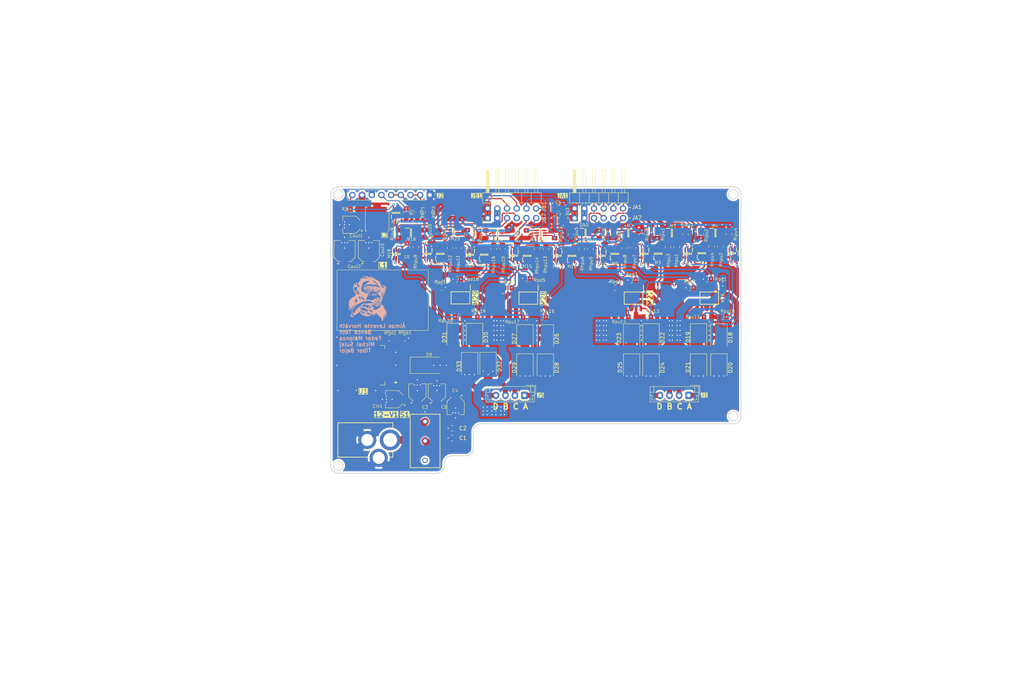
<source format=kicad_pcb>
(kicad_pcb (version 20241229) (generator "pcbnew") (generator_version "9.0")
  (layers (0 "F.Cu" signal) (2 "B.Cu" signal) (13 "F.Paste" user) (15 "B.Paste" user) (5 "F.SilkS" user "F.Silkscreen") (7 "B.SilkS" user "B.Silkscreen") (1 "F.Mask" user) (3 "B.Mask" user) (25 "Edge.Cuts" user))
  (net 0 "")
  (net 1 "GND")
  (net 2 "Net-(M16-D2)")
  (net 3 "VsigA_P_2")
  (net 4 "Net-(M16-D1)")
  (net 5 "Net-(M23-D1)")
  (net 6 "VsigB_P_2")
  (net 7 "VsigC_N_2")
  (net 8 "Net-(M20-D1)")
  (net 9 "VsigC_P_2")
  (net 10 "VsigA_N_2")
  (net 11 "VsigB_N_2")
  (net 12 "VsigD_P_2")
  (net 13 "VsigD_N_2")
  (net 14 "Net-(M13-D1)")
  (net 15 "Net-(M13-D2)")
  (net 16 "Net-(M20-D2)")
  (net 17 "Net-(M23-D2)")
  (net 18 "12V_input")
  (net 19 "Net-(S1-NO)")
  (net 20 "+3.3V")
  (net 21 "PH1_A_1")
  (net 22 "5V_output")
  (net 23 "PH2_D_1")
  (net 24 "PH2_B_1")
  (net 25 "PH1_C_1")
  (net 26 "PH1_A_2")
  (net 27 "PH2_B_2")
  (net 28 "PH2_D_2")
  (net 29 "PH1_C_2")
  (net 30 "Net-(J2-Pin_9)")
  (net 31 "VsigD_P_1")
  (net 32 "VsigA_N_1")
  (net 33 "VsigB_N_1")
  (net 34 "Net-(M10-D1)")
  (net 35 "Net-(M1-D1)")
  (net 36 "VsigC_N_1")
  (net 37 "VsigD_N_1")
  (net 38 "PWM_Servo")
  (net 39 "JB1")
  (net 40 "JB7")
  (net 41 "JB2")
  (net 42 "VsigA_P_1")
  (net 43 "VsigB_P_1")
  (net 44 "Net-(M4-D1)")
  (net 45 "VsigC_P_1")
  (net 46 "Net-(M7-D1)")
  (net 47 "Net-(J2-Pin_4)")
  (net 48 "Net-(J2-Pin_2)")
  (net 49 "JA1")
  (net 50 "JA10")
  (net 51 "JA4")
  (net 52 "JA2")
  (net 53 "JA9")
  (net 54 "JA8")
  (net 55 "JB3")
  (net 56 "JB4")
  (net 57 "JB9")
  (net 58 "JB8")
  (net 59 "JB10")
  (net 60 "JA3")
  (net 61 "JA7")
  (net 62 "Net-(M1-D2)")
  (net 63 "Net-(M4-D2)")
  (net 64 "Net-(M7-D2)")
  (net 65 "Net-(M10-D2)")
  (net 66 "FB")
  (net 67 "Net-(Cout2-Pad1)")
  (net 72 "OUT")
  (footprint "Resistor_SMD:R_0805_2012Metric_Pad1.20x1.40mm_HandSolder" (layer "F.Cu") (at 181.738001 80.747999 90)
    (property "Reference" "Rhpu7")
    (property "Value" "2.4k")
  )
  (footprint "Resistor_SMD:R_0805_2012Metric_Pad1.20x1.40mm_HandSolder" (layer "F.Cu") (at 184.024001 77.145998 -90)
    (property "Reference" "Rlpu8")
    (property "Value" "7.5k")
  )
  (footprint "SamacSys_Parts:SOT65P210X110-6N" (layer "F.Cu") (at 199.710001 82.121 90)
    (property "Reference" "M6")
    (property "Value" "DMC3401LDW-7" (hide yes))
  )
  (footprint "SamacSys_Parts:SOT65P210X110-6N" (layer "F.Cu") (at 173.438001 82.795999 -90)
    (property "Reference" "M11")
    (property "Value" "DMC3401LDW-7" (hide yes))
  )
  (footprint "SamacSys_Parts:SOT65P210X110-6N" (layer "F.Cu") (at 169.246001 76.795999)
    (property "Reference" "M10")
    (property "Value" "DMN3190LDW-7" (hide yes))
  )
  (footprint "Resistor_SMD:R_0805_2012Metric_Pad1.20x1.40mm_HandSolder" (layer "F.Cu") (at 201.136 88.9 180)
    (property "Reference" "Rpd1")
    (property "Value" "510k" (hide yes))
  )
  (footprint "Resistor_SMD:R_0805_2012Metric_Pad1.20x1.40mm_HandSolder" (layer "F.Cu") (at 122.272 71.366 90)
    (property "Reference" "R1")
    (property "Value" "7.5k" (hide yes))
  )
  (footprint "Connector_JST:JST_EH_B4B-EH-A_1x04_P2.50mm_Vertical" (layer "F.Cu") (at 196.25 119.38 180)
    (property "Reference" "J1")
    (property "Value" "Conn_01x04_Pin")
  )
  (footprint "SamacSys_Parts:SOT65P210X110-6N" (layer "F.Cu") (at 153.990001 82.795999 90)
    (property "Reference" "M15")
    (property "Value" "DMC3401LDW-7" (hide yes))
  )
  (footprint "SamacSys_Parts:SOT65P210X110-6N" (layer "F.Cu") (at 165.706001 82.811998 90)
    (property "Reference" "M12")
    (property "Value" "DMC3401LDW-7" (hide yes))
  )
  (footprint "Capacitor_SMD:CP_Elec_5x5.8" (layer "F.Cu") (at 106.14 81.526 90)
    (property "Reference" "Cout2")
    (property "Value" "220u")
  )
  (footprint "Resistor_SMD:R_0805_2012Metric_Pad1.20x1.40mm_HandSolder" (layer "F.Cu") (at 168.246001 81.017999 90)
    (property "Reference" "Rhpu6")
    (property "Value" "2.4k")
  )
  (footprint "Resistor_SMD:R_0805_2012Metric_Pad1.20x1.40mm_HandSolder" (layer "F.Cu") (at 136.128 98.806 180)
    (property "Reference" "Rpu20")
    (property "Value" "510k" (hide yes))
  )
  (footprint "Capacitor_SMD:C_0805_2012Metric_Pad1.18x1.45mm_HandSolder" (layer "F.Cu") (at 162.150001 70.373999 180)
    (property "Reference" "C6")
    (property "Value" "10n")
  )
  (footprint "Resistor_SMD:R_0805_2012Metric_Pad1.20x1.40mm_HandSolder" (layer "F.Cu") (at 143.150801 77.141199 90)
    (property "Reference" "Rlpu15")
    (property "Value" "7.5k")
  )
  (footprint "Diode_SMD:D_SMB" (layer "F.Cu") (at 158.718 104.529999 -90)
    (property "Reference" "D26")
    (property "Value" "B240")
  )
  (footprint "SamacSys_Parts:SOT65P210X110-6N" (layer "F.Cu") (at 188.312001 82.241999 90)
    (property "Reference" "M3")
    (property "Value" "DMC3401LDW-7" (hide yes))
  )
  (footprint "Resistor_SMD:R_0805_2012Metric_Pad1.20x1.40mm_HandSolder" (layer "F.Cu") (at 108.703999 70.604 180)
    (property "Reference" "R2")
    (property "Value" "7.5k")
  )
  (footprint "Diode_SMD:D_SMB" (layer "F.Cu") (at 198.85 112.15 -90)
    (property "Reference" "D21")
    (property "Value" "B240")
  )
  (footprint "SamacSys_Parts:SOT65P210X110-6N" (layer "F.Cu") (at 138.942001 82.525999 -90)
    (property "Reference" "M24")
    (property "Value" "DMC3401LDW-7" (hide yes))
  )
  (footprint "Diode_SMD:D_SMB" (layer "F.Cu") (at 143.732 111.76 -90)
    (property "Reference" "D32")
    (property "Value" "B240")
  )
  (footprint "Resistor_SMD:R_0805_2012Metric_Pad1.20x1.40mm_HandSolder" (layer "F.Cu") (at 150.008801 77.141199 -90)
    (property "Reference" "Rlpu16")
    (property "Value" "7.5k")
  )
  (footprint "Capacitor_SMD:CP_Elec_4x5.8" (layer "F.Cu") (at 125.214 118.61 90)
    (property "Reference" "C3")
    (property "Value" "100u")
  )
  (footprint "Resistor_SMD:R_0805_2012Metric_Pad1.20x1.40mm_HandSolder" (layer "F.Cu") (at 128.114 71.366 90)
    (property "Reference" "RBP2")
    (property "Value" "7.5K" (hide yes))
  )
  (footprint "Diode_SMD:D_SMB" (layer "F.Cu") (at 204.184 104.258001 -90)
    (property "Reference" "D18")
    (property "Value" "B240")
  )
  (footprint "Resistor_SMD:R_0805_2012Metric_Pad1.20x1.40mm_HandSolder" (layer "F.Cu") (at 125.193 71.366 -90)
    (property "Reference" "RBP1")
    (property "Value" "7.5K" (hide yes))
  )
  (footprint "SamacSys_Parts:DC005B25A165" (layer "F.Cu") (at 118.078 131.064 180)
    (property "Reference" "12-V1")
    (property "Value" "DC-005B-2.5A-1.65" (hide yes))
  )
  (footprint "Resistor_SMD:R_0805_2012Metric_Pad1.20x1.40mm_HandSolder" (layer "F.Cu") (at 136.036001 80.747999 90)
    (property "Reference" "Rhpu11")
    (property "Value" "2.4k")
  )
  (footprint "Capacitor_SMD:CP_Elec_5x5.8" (layer "F.Cu") (at 112.49 81.534 90)
    (property "Reference" "Cout3")
    (property "Value" "220u")
  )
  (footprint "Resistor_SMD:R_0805_2012Metric_Pad1.20x1.40mm_HandSolder" (layer "F.Cu") (at 204.568001 80.358999 90)
    (property "Reference" "Rhpu2")
    (property "Value" "2.4k")
  )
  (footprint "Resistor_SMD:R_0805_2012Metric_Pad1.20x1.40mm_HandSolder" (layer "F.Cu") (at 165.452001 77.145999 90)
    (property "Reference" "Rlpu5")
    (property "Value" "7.5k")
  )
  (footprint "Diode_SMD:D_SMB" (layer "F.Cu") (at 181.324 104.275999 -90)
    (property "Reference" "D23")
    (property "Value" "B240")
  )
  (footprint "Resistor_SMD:R_0805_2012Metric_Pad1.20x1.40mm_HandSolder" (layer "F.Cu") (at 153.765 88.712 180)
    (property "Reference" "Rpd5")
    (property "Value" "510k" (hide yes))
  )
  (footprint "Resistor_SMD:R_0805_2012Metric_Pad1.20x1.40mm_HandSolder" (layer "F.Cu") (at 181.467 98.806 180)
    (property "Reference" "Rpu14")
    (property "Value" "510k")
  )
  (footprint "Resistor_SMD:R_0805_2012Metric_Pad1.20x1.40mm_HandSolder" (layer "F.Cu") (at 201.279 98.806 180)
    (property "Reference" "Rpu11")
    (property "Value" "510k")
  )
  (footprint "Diode_SMD:D_SMB" (layer "F.Cu") (at 153.384 112.132001 -90)
    (property "Reference" "D29")
    (property "Value" "B240")
  )
  (footprint "SamacSys_Parts:SOT65P210X110-6N" (layer "F.Cu") (at 176.912001 82.271999 90)
    (property "Reference" "M9")
    (property "Value" "DMC3401LDW-7" (hide yes))
  )
  (footprint "SamacSys_Parts:SOT65P210X110-6N" (layer "F.Cu") (at 150.406802 82.761199 -90)
    (property "Reference" "M21")
    (property "Value" "DMC3401LDW-7" (hide yes))
  )
  (footprint "Capacitor_SMD:C_0805_2012Metric_Pad1.18x1.45mm_HandSolder" (layer "F.Cu") (at 134.3125 128.016 180)
    (property "Reference" "C2")
    (property "Value" "10n")
  )
  (footprint "Resistor_SMD:R_0805_2012Metric_Pad1.20x1.40mm_HandSolder" (layer "F.Cu") (at 148.939 91.186)
    (property "Reference" "Rpd6")
    (property "Value" "510k")
  )
  (footprint "Resistor_SMD:R_0805_2012Metric_Pad1.20x1.40mm_HandSolder" (layer "F.Cu") (at 153.908 98.872 180)
    (property "Reference" "Rpu17")
    (property "Value" "510k")
  )
  (footprint "SamacSys_Parts:SOT65P210X110-6N" (layer "F.Cu") (at 131.210001 82.287999 90)
    (property "Reference" "M25")
    (property "Value" "DMC3401LDW-7" (hide yes))
  )
  (footprint "Resistor_SMD:R_0805_2012Metric_Pad1.20x1.40mm_HandSolder" (layer "F.Cu") (at 147.500801 80.967199 90)
    (property "Reference" "Rhpu15")
    (property "Value" "2.4k")
  )
  (footprint "SamacSys_Parts:SOT65P210X110-6N" (layer "F.Cu") (at 142.674801 82.491199 90)
    (property "Reference" "M22")
    (property "Value" "DMC3401LDW-7" (hide yes))
  )
  (footprint "Resistor_SMD:R_0805_2012Metric_Pad1.20x1.40mm_HandSolder" (layer "F.Cu") (at 190.852001 80.487 90)
    (property "Reference" "Rhpu3")
    (property "Value" "2.4k")
  )
  (footprint "SamacSys_Parts:SOT65P210X110-6N" (layer "F.Cu") (at 157.546002 76.795999)
    (property "Reference" "M13")
    (property "Value" "DMN3190LDW-7" (hide yes))
  )
  (footprint "Resistor_SMD:R_0805_2012Metric_Pad1.20x1.40mm_HandSolder" (layer "F.Cu") (at 172.818001 77.175999 -90)
    (property "Reference" "Rlpu6")
    (property "Value" "7.5k")
  )
  (footprint "SamacSys_Parts:SDR2207101KL" (layer "F.Cu") (at 116.099999 94.488 180)
    (property "Reference" "L1")
    (property "Value" "100u" (hide yes))
  )
  (footprint "Resistor_SMD:R_0805_2012Metric_Pad1.20x1.40mm_HandSolder" (layer "F.Cu") (at 157.845 98.872)
    (property "Reference" "Rpu16")
    (property "Value" "510k")
  )
  (footprint "Diode_SMD:D_SMA-SMB_Universal_Handsoldering" (layer "F.Cu") (at 128.262 111.498)
    (property "Reference" "D9")
    (property "Value" "B240")
  )
  (footprint "SamacSys_Parts:SOT65P210X110-6N" (layer "F.Cu") (at 207.584001 82.137 -90)
    (property "Reference" "M5")
    (property "Value" "DMC3401LDW-7" (hide yes))
  )
  (footprint "SamacSys_Parts:SOIC127P600X170-8N" (layer "F.Cu") (at 136.493 93.82 -90)
    (property "Reference" "M29")
    (property "Value" "ZXMHC3F381N8TC" (hide yes))
  )
  (footprint "Resistor_SMD:R_0805_2012Metric_Pad1.20x1.40mm_HandSolder" (layer "F.Cu") (at 196.564 91.186)
    (property "Reference" "Rpd2")
    (property "Value" "510k" (hide yes))
  )
  (footprint "SamacSys_Parts:SOT65P210X110-6N" (layer "F.Cu") (at 203.266001 76.802999)
    (property "Reference" "M4")
    (property "Value" "DMN3190LDW-7" (hide yes))
  )
  (footprint "Capacitor_SMD:CP_Elec_4x5.8" (layer "F.Cu") (at 119.094 120.388 180)
    (property "Reference" "Cin1")
    (property "Value" "100u")
  )
  (footprint "Connector_PinHeader_2.54mm:PinHeader_1x09_P2.54mm_Vertical" (layer "F.Cu") (at 128.492 66.851002 -90)
    (property "Reference" "J2")
    (property "Value" "Conn_01x09_Pin" (hide yes))
  )
  (footprint "SamacSys_Parts:SOT65P210X110-6N" (layer "F.Cu") (at 146.2148 76.791198)
    (property "Reference" "M20")
    (property "Value" "DMN3190LDW-7" (hide yes))
  )
  (footprint "Diode_SMD:D_SMB" (layer "F.Cu") (at 186.404 112.15 -90)
    (property "Reference" "D24")
    (property "Value" "B240")
  )
  (footprint "SamacSys_Parts:SOIC127P600X170-8N" (layer "F.Cu") (at 181.832 93.886 -90)
    (property "Reference" "M27")
    (property "Value" "ZXMHC3F381N8TC" (hide yes))
  )
  (footprint "Resistor_SMD:R_0805_2012Metric_Pad1.20x1.40mm_HandSolder" (layer "F.Cu") (at 139.922 98.806)
    (property "Reference" "Rpu19")
    (property "Value" "510k")
  )
  (footprint "Resistor_SMD:R_0805_2012Metric_Pad1.20x1.40mm_HandSolder" (layer "F.Cu") (at 133.750002 80.747999 90)
    (property "Reference" "Rhpu12")
    (property "Value" "2.4k")
  )
  (footprint "SamacSys_Parts:SOT65P210X110-6N" (layer "F.Cu") (at 134.75 76.683999)
    (property "Reference" "M23")
    (property "Value" "DMN3190LDW-7" (hide yes))
  )
  (footprint "Diode_SMD:D_SMB" (layer "F.Cu") (at 153.384 104.512001 -90)
    (property "Reference" "D27")
    (property "Value" "B240")
  )
  (footprint "Resistor_SMD:R_0805_2012Metric_Pad1.20x1.40mm_HandSolder" (layer "F.Cu") (at 177.022 91.186)
    (property "Reference" "Rpd4")
    (property "Value" "510k")
  )
  (footprint "SamacSys_Parts:SOIC127P600X170-8N" (layer "F.Cu") (at 201.644 93.886 -90)
    (property "Reference" "M26")
    (property "Value" "ZXMHC3F381N8TC" (hide yes))
  )
  (footprint "Resistor_SMD:R_0805_2012Metric_Pad1.20x1.40mm_HandSolder" (layer "F.Cu") (at 161.134001 77.145999 -90)
    (property "Reference" "Rlpu14")
    (property "Value" "7.5k")
  )
  (footprint "Resistor_SMD:R_0805_2012Metric_Pad1.20x1.40mm_HandSolder" (layer "F.Cu") (at 131.556 91.12)
    (property "Reference" "Rpd12")
    (property "Value" "510k" (hide yes))
  )
  (footprint "Resistor_SMD:R_0805_2012Metric_Pad1.20x1.40mm_HandSolder" (layer "F.Cu") (at 138.322001 77.033999 -90)
    (property "Reference" "Rlpu12")
    (property "Value" "7.5k")
  )
  (footprint "Diode_SMD:D_SMB" (layer "F.Cu") (at 198.85 104.258001 -90)
    (property "Reference" "D19")
    (property "Value" "B240" (hide yes))
  )
  (footprint "Inductor_SMD:L_Bourns_SRN6045TA" (layer "F.Cu") (at 114.652 73.187001 90)
    (property "Reference" "L2")
    (property "Value" "22u")
  )
  (footprint "Resistor_SMD:R_0805_2012Metric_Pad1.20x1.40mm_HandSolder" (layer "F.Cu") (at 199.488001 77.152999 90)
    (property "Reference" "Rlpu2")
    (property "Value" "7.5k")
  )
  (footprint "Connector_PinHeader_2.54mm:PinHeader_2x06_P2.54mm_Horizontal" (layer "F.Cu") (at 166.391127 72.913999 90)
    (property "Reference" "JA1")
    (property "Value" "Conn_02x06_Odd_Even")
  )
  (footprint "Diode_SMD:D_SMB" (layer "F.Cu") (at 186.404 104.258001 -90)
    (property "Reference" "D22")
    (property "Value" "B240")
  )
  (footprint "Capacitor_SMD:CP_Elec_4x5.8" (layer "F.Cu") (at 130.294 118.61 90)
    (property "Reference" "C5")
    (property "Value" "100u")
  )
  (footprint "Capacitor_SMD:CP_Elec_4x5.8" (layer "F.Cu") (at 107.903999 74.668 180)
    (property "Reference" "Cout1")
    (property "Value" "100u")
  )
  (footprint "Connector_JST:JST_EH_B4B-EH-A_1x04_P2.50mm_Vertical" (layer "F.Cu") (at 153.264 119.38 180)
    (property "Reference" "J5")
    (property "Value" "Conn_01x04_Pin")
  )
  (footprint "SamacSys_Parts:MSS3112D" (layer "F.Cu") (at 127.222 126.238 -90)
    (property "Reference" "S1")
    (property "Value" "MSS3112D" (hide yes))
  )
  (footprint "Resistor_SMD:R_0805_2012Metric_Pad1.20x1.40mm_HandSolder" (layer "F.Cu") (at 124.812001 80.525999 90)
    (property "Reference" "Rhpu9")
    (property "Value" "2.4k")
  )
  (footprint "Resistor_SMD:R_0805_2012Metric_Pad1.20x1.40mm_HandSolder" (layer "F.Cu") (at 153.768 77.145999 90)
    (property "Reference" "Rlpu13")
    (property "Value" "7.5k")
  )
  (footprint "SamacSys_Parts:SOT65P210X110-6N" (layer "F.Cu") (at 191.852001 76.818999)
    (property "Reference" "M1")
    (property "Value" "DMN3190LDW-7" (hide yes))
  )
  (footprint "Resistor_SMD:R_0805_2012Metric_Pad1.20x1.40mm_HandSolder" (layer "F.Cu") (at 176.658001 77.145999 90)
    (property "Reference" "Rlpu7")
    (property "Value" "7.5k")
  )
  (footprint "Resistor_SMD:R_0805_2012Metric_Pad1.20x1.40mm_HandSolder" (layer "F.Cu") (at 121.896 104.386)
    (property "Reference" "Rfbb1")
    (property "Value" "2.4k")
  )
  (footprint "Resistor_SMD:R_0805_2012Metric_Pad1.20x1.40mm_HandSolder" (layer "F.Cu") (at 202.266001 80.358999 90)
    (property "Reference" "Rhpu4")
    (property "Value" "2.4k")
  )
  (footprint "Capacitor_SMD:C_0805_2012Metric_Pad1.18x1.45mm_HandSolder" (layer "F.Cu") (at 162.150001 73.651999)
    (property "Reference" "C7")
    (property "Value" "10n")
  )
  (footprint "Resistor_SMD:R_0805_2012Metric_Pad1.20x1.40mm_HandSolder" (layer "F.Cu") (at 206.854002 77.153 -90)
    (property "Reference" "Rlpu4")
    (property "Value" "7.5k")
  )
  (footprint "SamacSys_Parts:SOT65P210X110-6N" (layer "F.Cu") (at 161.864001 82.795999 -90)
    (property "Reference" "M14")
    (property "Value" "DMC3401LDW-7" (hide yes))
  )
  (footprint "Resistor_SMD:R_0805_2012Metric_Pad1.20x1.40mm_HandSolder" (layer "F.Cu") (at 193.138002 80.486999 90)
    (property "Reference" "Rhpu1")
    (property "Value" "2.4k")
  )
  (footprint "SamacSys_Parts:SOT65P210X110-6N" (layer "F.Cu") (at 119.7 82.335999 90)
    (property "Reference" "M19")
    (property "Value" "DMC3401LDW-7" (hide yes))
  )
  (footprint "SamacSys_Parts:SOT65P210X110-6N" (layer "F.Cu") (at 184.643999 82.255999 -90)
    (property "Reference" "M8")
    (property "Value" "DMC3401LDW-7" (hide yes))
  )
  (footprint "Resistor_SMD:R_0805_2012Metric_Pad1.20x1.40mm_HandSolder" (layer "F.Cu") (at 188.058001 77.168999 90)
    (property "Reference" "Rlpu1")
    (property "Value" "7.5k")
  )
  (footprint "Resistor_SMD:R_0805_2012Metric_Pad1.20x1.40mm_HandSolder" (layer "F.Cu") (at 195.424001 77.168999 -90)
    (property "Reference" "Rlpu3")
    (property "Value" "7.5k")
  )
  (footprint "Resistor_SMD:R_0805_2012Metric_Pad1.20x1.40mm_HandSolder" (layer "F.Cu") (at 181.34 89.154 180)
    (property "Reference" "Rpd3")
    (property "Value" "510k" (hide yes))
  )
  (footprint "Resistor_SMD:R_0805_2012Metric_Pad1.20x1.40mm_HandSolder" (layer "F.Cu") (at 117.832 104.386)
    (property "Reference" "Rfbt1")
    (property "Value" "7.5k")
  )
  (footprint "Resistor_SMD:R_0805_2012Metric_Pad1.20x1.40mm_HandSolder" (layer "F.Cu") (at 158.848001 81.017999 90)
    (property "Reference" "Rhpu13")
    (property "Value" "2.4k")
  )
  (footprint "Resistor_SMD:R_0805_2012Metric_Pad1.20x1.40mm_HandSolder" (layer "F.Cu") (at 120.208001 77.081999 90)
    (property "Reference" "Rlpu9")
    (property "Value" "7.5k")
  )
  (footprint "Diode_SMD:D_SMB" (layer "F.Cu") (at 140.176 104.14 -90)
    (property "Reference" "D30")
    (property "Value" "B240")
  )
  (footprint "Resistor_SMD:R_0805_2012Metric_Pad1.20x1.40mm_HandSolder" (layer "F.Cu") (at 185.388 98.806)
    (property "Reference" "Rpu13")
    (property "Value" "510k")
  )
  (footprint "Diode_SMD:D_SMB" (layer "F.Cu") (at 181.324 112.15 -90)
    (property "Reference" "D25")
    (property "Value" "B240")
  )
  (footprint "Resistor_SMD:R_0805_2012Metric_Pad1.20x1.40mm_HandSolder" (layer "F.Cu") (at 127.098001 76.985999 -90)
    (property "Reference" "Rlpu10")
    (property "Value" "7.5k")
  )
  (footprint "Resistor_SMD:R_0805_2012Metric_Pad1.20x1.40mm_HandSolder" (layer "F.Cu") (at 130.956001 77.033999 90)
    (property "Reference" "Rlpu11")
    (property "Value" "7.5k")
  )
  (footprint "SamacSys_Parts:SOT65P210X110-6N" (layer "F.Cu") (at 196.044 82.241999 -90)
    (property "Reference" "M2")
    (property "Value" "DMC3401LDW-7" (hide yes))
  )
  (footprint "Package_TO_SOT_SMD:TO-263-5_TabPin3" (layer "F.Cu") (at 111.866999 111.479 180)
    (property "Reference" "U1")
    (property "Value" "LM2576S-ADJ")
  )
  (footprint "Diode_SMD:D_SMB" (layer "F.Cu") (at 158.718 112.149999 -90)
    (property "Reference" "D28")
    (property "Value" "B240")
  )
  (footprint "Resistor_SMD:R_0805_2012Metric_Pad1.20x1.40mm_HandSolder" (layer "F.Cu") (at 170.532001 81.017999 90)
    (property "Reference" "Rhpu5")
    (property "Value" "2.4k")
  )
  (footprint "Connector_PinHeader_2.54mm:PinHeader_2x06_P2.54mm_Horizontal" (layer "F.Cu") (at 143.608001 72.913999 90)
    (property "Reference" "JB1")
    (property "Value" "Conn_02x06_Odd_Even")
  )
  (footprint "Resistor_SMD:R_0805_2012Metric_Pad1.20x1.40mm_HandSolder" (layer "F.Cu") (at 205.2 98.806)
    (property "Reference" "Rpu10")
    (property "Value" "510k")
  )
  (footprint "Diode_SMD:D_SMB" (layer "F.Cu") (at 135.096 104.14 -90)
    (property "Reference" "D31")
    (property "Value" "B240")
  )
  (footprint "Resistor_SMD:R_0805_2012Metric_Pad1.20x1.40mm_HandSolder" (layer "F.Cu") (at 179.452001 80.747999 90)
    (property "Reference" "Rhpu8")
    (property "Value" "2.4k")
  )
  (footprint "SamacSys_Parts:SOT65P210X110-6N" (layer "F.Cu") (at 123.510001 76.731999)
    (property "Reference" "M16")
    (property "Value" "DMN3190LDW-7" (hide yes))
  )
  (footprint "SamacSys_Parts:SOT65P210X110-6N" (layer "F.Cu") (at 127.828001 82.303999 -90)
    (property "Reference" "M17")
    (property "Value" "DMC3401LDW-7" (hide yes))
  )
  (footprint "Resistor_SMD:R_0805_2012Metric_Pad1.20x1.40mm_HandSolder" (layer "F.Cu") (at 145.214801 80.967199 90)
    (property "Reference" "Rhpu16")
    (property "Value" "2.4k")
  )
  (footprint "Diode_SMD:D_SMB" (layer "F.Cu") (at 138.906 111.76 -90)
    (property "Reference" "D33")
    (property "Value" "B240")
  )
  (footprint "Capacitor_SMD:CP_Elec_4x5.8" (layer "F.Cu") (at 135.226 122.166 -90)
    (property "Reference" "C4")
    (property "Value" "100u")
  )
  (footprint "SamacSys_Parts:SOT65P210X110-6N" (layer "F.Cu") (at 119.59 71.546998 90)
    (property "Reference" "M30")
    (property "Value" "DMN3190LDW-7" (hide yes))
  )
  (footprint "Resistor_SMD:R_0805_2012Metric_Pad1.20x1.40mm_HandSolder" (layer "F.Cu") (at 156.546001 81.034 90)
    (property "Reference" "Rhpu14")
    (property "Value" "2.4k")
  )
  (footprint "Capacitor_SMD:C_0805_2012Metric_Pad1.18x1.45mm_HandSolder" (layer "F.Cu") (at 134.3125 130.556 180)
    (property "Reference" "C1")
    (property "Value" "10n")
  )
  (footprint "Diode_SMD:D_SMB" (layer "F.Cu") (at 204.184 112.132001 -90)
    (property "Reference" "D20")
    (property "Value" "B240")
  )
  (footprint "Resistor_SMD:R_0805_2012Metric_Pad1.20x1.40mm_HandSolder" (layer "F.Cu") (at 122.510001 80.525999 90)
    (property "Reference" "10")
    (property "Value" "2.4k")
  )
  (footprint "SamacSys_Parts:SOT65P210X110-6N" (layer "F.Cu") (at 180.452001 76.796)
    (property "Reference" "M7")
    (property "Value" "DMN3190LDW-7" (hide yes))
  )
  (footprint "Resistor_SMD:R_0805_2012Metric_Pad1.20x1.40mm_HandSolder" (layer "F.Cu") (at 135.604 88.884 180)
    (property "Reference" "Rpd18")
    (property "Value" "510k" (hide yes))
  )
  (footprint "SamacSys_Parts:SOIC127P600X170-8N" (layer "F.Cu") (at 154.273 93.886 -90)
    (property "Reference" "M28")
    (property "Value" "ZXMHC3F381N8TC" (hide yes))
  )
  (footprint "monkey:monkey 15x15" (layer "B.Cu") (at 111.982 94.488 180)
    (property "Reference" "G***" (hide yes))
    (property "Value" "LOGO" (hide yes))
  )
  (gr_arc (start 132.224261 137.207699) (mid 132.810045 135.793472) (end 134.224261 135.207699) (stroke (width 0.2)) (layer "Edge.Cuts"))
  (gr_line (start 139.844261 128.825699) (end 139.844261 133.207699) (stroke (width 0.2)) (layer "Edge.Cuts"))
  (gr_line (start 132.224261 137.207699) (end 132.224261 137.779619) (stroke (width 0.2)) (layer "Edge.Cuts"))
  (gr_arc (start 139.844261 133.207699) (mid 139.258473 134.621899) (end 137.844261 135.207699) (stroke (width 0.2)) (layer "Edge.Cuts"))
  (gr_line (start 137.844261 135.207699) (end 134.224261 135.207699) (stroke (width 0.2)) (layer "Edge.Cuts"))
  (gr_arc (start 139.844261 128.825699) (mid 140.430045 127.411472) (end 141.844261 126.825699) (stroke (width 0.2)) (layer "Edge.Cuts"))
  (gr_arc (start 102.506261 66.712699) (mid 103.092045 65.298472) (end 104.506261 64.712699) (stroke (width 0.2)) (layer "Edge.Cuts"))
  (gr_line (start 209.944261 66.712699) (end 209.944261 124.825699) (stroke (width 0.2)) (layer "Edge.Cuts"))
  (gr_circle (center 207.944261 66.712699) (end 209.194261 66.712699) (stroke (width 0.2)) (fill no) (layer "Edge.Cuts"))
  (gr_arc (start 132.224261 137.779619) (mid 131.638418 139.193854) (end 130.224126 139.779564) (stroke (width 0.2)) (layer "Edge.Cuts"))
  (gr_line (start 102.506261 66.712699) (end 102.506261 137.777829) (stroke (width 0.2)) (layer "Edge.Cuts"))
  (gr_circle (center 104.506261 137.777834) (end 105.756261 137.777834) (stroke (width 0.2)) (fill no) (layer "Edge.Cuts"))
  (gr_line (start 207.944261 126.825699) (end 141.844261 126.825699) (stroke (width 0.2)) (layer "Edge.Cuts"))
  (gr_line (start 130.224126 139.779564) (end 104.506126 139.777834) (stroke (width 0.2)) (layer "Edge.Cuts"))
  (gr_circle (center 104.506261 66.712699) (end 105.756261 66.712699) (stroke (width 0.2)) (fill no) (layer "Edge.Cuts"))
  (gr_arc (start 207.944261 64.712699) (mid 209.3585 65.298472) (end 209.944261 66.712699) (stroke (width 0.2)) (layer "Edge.Cuts"))
  (gr_arc (start 104.506126 139.777834) (mid 103.092011 139.191986) (end 102.506261 137.777829) (stroke (width 0.2)) (layer "Edge.Cuts"))
  (gr_arc (start 209.944261 124.825699) (mid 209.358473 126.239899) (end 207.944261 126.825699) (stroke (width 0.2)) (layer "Edge.Cuts"))
  (gr_circle (center 207.944261 124.825699) (end 209.194261 124.825699) (stroke (width 0.2)) (fill no) (layer "Edge.Cuts"))
  (gr_line (start 104.506261 64.712699) (end 207.944261 64.712699) (stroke (width 0.2)) (layer "Edge.Cuts"))
  (gr_circle (center 102.506261 64.712699) (end 102.516261 64.712699) (stroke (width 0.0001)) (fill yes) (layer "Edge.Cuts"))
  (gr_text "JB1" (at 158.972 71.374 90) (layer "F.SilkS") (effects (font (size 1 1)) (justify left bottom)))
  (gr_text "GND" (at 167.608 75.184 0) (layer "F.SilkS") (effects (font (size 0.8 0.8) (thickness 0.1)) (justify left bottom)))
  (gr_text "-JA7" (at 180.054 73.406 0) (layer "F.SilkS") (effects (font (size 1 1)) (justify left bottom)))
  (gr_text "+3V3" (at 165.068 73.406 90) (layer "F.SilkS") (effects (font (size 0.8 0.8) (thickness 0.1)) (justify left bottom)))
  (gr_text "D B C A" (at 187.674 123.19 0) (layer "F.SilkS") (effects (font (size 1.5 1.5) (thickness 0.3) (bold yes)) (justify left bottom)))
  (gr_text "D B C A" (at 144.748 123.19 0) (layer "F.SilkS") (effects (font (size 1.5 1.5) (thickness 0.3) (bold yes)) (justify left bottom)))
  (gr_text "JB7" (at 158.972 74.422 90) (layer "F.SilkS") (effects (font (size 1 1)) (justify left bottom)))
  (gr_text "-JA1" (at 180.054 70.612 0) (layer "F.SilkS") (effects (font (size 1 1)) (justify left bottom)))
  (gr_text "Álmos Levente Horváth\nBence Tóth\nFedor Malonos\nMichal Sulej\nTibor Bajor" (at 104.616 108.204 0) (layer "B.SilkS") (effects (font (size 1 1) (thickness 0.2) (bold yes)) (justify right bottom mirror)))
  (segment (start 130.556 89.662) (end 130.302 89.408) (width 0.2) (layer "F.Cu") (net 1))
  (segment (start 165.056001 83.811999) (end 165.056001 84.176) (width 0.3) (layer "F.Cu") (net 1))
  (segment (start 176.022 90.202) (end 175.482 89.662) (width 0.2) (layer "F.Cu") (net 1))
  (segment (start 165.056001 84.176) (end 164.658001 84.574) (width 0.3) (layer "F.Cu") (net 1))
  (segment (start 180.34 89.154) (end 181.197 90.011) (width 0.4) (layer "F.Cu") (net 1))
  (segment (start 181.197 90.011) (end 181.197 91.186) (width 0.4) (layer "F.Cu") (net 1))
  (segment (start 176.262001 83.415999) (end 175.866001 83.811999) (width 0.3) (layer "F.Cu") (net 1))
  (segment (start 130.560001 83.651999) (end 130.162001 84.049999) (width 0.3) (layer "F.Cu") (net 1))
  (segment (start 161.112501 69.484342) (end 161.112501 70.373999) (width 0.2) (layer "F.Cu") (net 1))
  (segment (start 185.294001 81.255999) (end 185.294001 80.461999) (width 0.3) (layer "F.Cu") (net 1))
  (segment (start 128.478001 80.653999) (end 128.844001 80.287999) (width 0.3) (layer "F.Cu") (net 1))
  (segment (start 134.604 88.884) (end 135.858 90.138) (width 0.4) (layer "F.Cu") (net 1))
  (segment (start 187.662001 83.446) (end 187.296001 83.811999) (width 0.3) (layer "F.Cu") (net 1))
  (segment (start 176.022 91.186) (end 176.022 90.202) (width 0.2) (layer "F.Cu") (net 1))
  (segment (start 196.694001 81.241999) (end 196.694001 80.701999) (width 0.3) (layer "F.Cu") (net 1))
  (segment (start 151.056802 81.761199) (end 151.056802 81.189198) (width 0.3) (layer "F.Cu") (net 1))
  (segment (start 162.514001 81.256998) (end 162.880001 80.890999) (width 0.3) (layer "F.Cu") (net 1))
  (segment (start 196.694001 80.701999) (end 197.202001 80.193999) (width 0.3) (layer "F.Cu") (net 1))
  (segment (start 139.592001 81.526) (end 139.592001 80.969999) (width 0.3) (layer "F.Cu") (net 1))
  (segment (start 174.088001 80.985998) (end 174.310001 80.763998) (width 0.3) (layer "F.Cu") (net 1))
  (segment (start 139.592001 80.969999) (end 140.068001 80.493999) (width 0.3) (layer "F.Cu") (net 1))
  (segment (start 208.234001 81.136998) (end 208.234002 80.470999) (width 0.3) (layer "F.Cu") (net 1))
  (segment (start 130.560001 83.287999) (end 130.560001 83.651999) (width 0.3) (layer "F.Cu") (net 1))
  (segment (start 198.8195 83.7895) (end 199.060001 83.549) (width 0.3) (layer "F.Cu") (net 1))
  (segment (start 147.939 92.313) (end 147.542 92.71) (width 0.2) (layer "F.Cu") (net 1))
  (segment (start 162.514001 81.795999) (end 162.514001 81.256998) (width 0.3) (layer "F.Cu") (net 1))
  (segment (start 174.088001 81.795999) (end 174.088001 80.985998) (width 0.3) (layer "F.Cu") (net 1))
  (segment (start 153.340001 83.985999) (end 153.340001 83.795999) (width 0.3) (layer "F.Cu") (net 1))
  (segment (start 128.478001 81.303999) (end 128.478001 80.653999) (width 0.3) (layer "F.Cu") (net 1))
  (segment (start 163.417 74.803) (end 163.187501 74.573501) (width 0.2) (layer "F.Cu") (net 1))
  (segment (start 185.294001 80.461999) (end 185.516001 80.239999) (width 0.3) (layer "F.Cu") (net 1))
  (segment (start 142.024801 83.871199) (end 141.626801 84.269199) (width 0.3) (layer "F.Cu") (net 1))
  (segment (start 187.662001 83.241999) (end 187.662001 83.446) (width 0.3) (layer "F.Cu") (net 1))
  (segment (start 153.638 89.585) (end 153.638 91.186) (width 0.4) (layer "F.Cu") (net 1))
  (segment (start 151.056802 81.189198) (end 151.482 80.764) (width 0.3) (layer "F.Cu") (net 1))
  (segment (start 153.006001 84.319999) (end 153.340001 83.985999) (width 0.3) (layer "F.Cu") (net 1))
  (segment (start 130.556 91.12) (end 130.556 89.662) (width 0.2) (layer "F.Cu") (net 1))
  (segment (start 208.234002 80.470999) (end 208.600001 80.104999) (width 0.3) (layer "F.Cu") (net 1))
  (segment (start 160.601801 68.973642) (end 161.112501 69.484342) (width 0.2) (layer "F.Cu") (net 1))
  (segment (start 200.136 88.9) (end 201.009 89.773) (width 0.4) (layer "F.Cu") (net 1))
  (segment (start 176.262002 83.271999) (end 176.262001 83.415999) (width 0.3) (layer "F.Cu") (net 1))
  (segment (start 163.187501 74.573501) (end 163.187501 73.651999) (width 0.2) (layer "F.Cu") (net 1))
  (segment (start 201.009 89.773) (end 201.009 91.186) (width 0.4) (layer "F.Cu") (net 1))
  (segment (start 119.050001 83.731999) (end 119.050001 83.335998) (width 0.3) (layer "F.Cu") (net 1))
  (segment (start 135.858 90.138) (end 135.858 91.12) (width 0.4) (layer "F.Cu") (net 1))
  (segment (start 118.684001 84.097999) (end 119.050001 83.731999) (width 0.3) (layer "F.Cu") (net 1))
  (segment (start 147.939 91.186) (end 147.939 92.313) (width 0.2) (layer "F.Cu") (net 1))
  (segment (start 199.060001 83.549) (end 199.060001 83.120999) (width 0.3) (layer "F.Cu") (net 1))
  (segment (start 142.024802 83.491199) (end 142.024801 83.871199) (width 0.3) (layer "F.Cu") (net 1))
  (segment (start 152.765 88.712) (end 153.638 89.585) (width 0.4) (layer "F.Cu") (net 1))
  (via (at 158.718 114.318) (size 0.6) (drill 0.3) (layers "F.Cu" "B.Cu") (net 1))
  (via (at 198.8195 83.7895) (size 0.6) (drill 0.3) (layers "F.Cu" "B.Cu") (net 1))
  (via (at 200.12 114.3) (size 0.6) (drill 0.3) (layers "F.Cu" "B.Cu") (net 1))
  (via (at 131.162 111.498) (size 0.6) (drill 0.3) (layers "F.Cu" "B.Cu") (net 1))
  (via (at 112.49 79.326) (size 0.6) (drill 0.3) (layers "F.Cu" "B.Cu") (net 1))
  (via (at 130.302 89.408) (size 0.5) (drill 0.3) (layers "F.Cu" "B.Cu") (net 1))
  (via (at 119.516999 108.079) (size 0.6) (drill 0.3) (layers "F.Cu" "B.Cu") (net 1))
  (via (at 180.054 114.317999) (size 0.6) (drill 0.3) (layers "F.Cu" "B.Cu") (net 1))
  (via (at 109.212 118.102) (size 0.6) (drill 0.3) (layers "F.Cu" "B.Cu") (net 1))
  (via (at 152.765 88.712) (size 0.5) (drill 0.3) (layers "F.Cu" "B.Cu") (net 1))
  (via (at 175.866001 83.811999) (size 0.6) (drill 0.3) (layers "F.Cu" "B.Cu") (net 1))
  (via (at 113.252 79.326) (size 0.6) (drill 0.3) (layers "F.Cu" "B.Cu") (net 1))
  (via (at 104.385999 118.102) (size 0.6) (drill 0.3) (layers "F.Cu" "B.Cu") (net 1))
  (via (at 117.14 121.157999) (size 0.6) (drill 0.3) (layers "F.Cu" "B.Cu") (net 1))
  (via (at 159.988 114.317999) (size 0.6) (drill 0.3) (layers "F.Cu" "B.Cu") (net 1))
  (via (at 118.684001 84.097999) (size 0.6) (drill 0.3) (layers "F.Cu" "B.Cu") (net 1))
  (via (at 124.428 116.664) (size 0.6) (drill 0.3) (layers "F.Cu" "B.Cu") (net 1))
  (via (at 140.068001 80.493999) (size 0.6) (drill 0.3) (layers "F.Cu" "B.Cu") (net 1))
  (via (at 106.14 80.772) (size 0.6) (drill 0.3) (layers "F.Cu" "B.Cu") (net 1))
  (via (at 135.226 122.682) (size 0.6) (drill 0.3) (layers "F.Cu" "B.Cu") (net 1))
  (via (at 187.296001 83.811999) (size 0.6) (drill 0.3) (layers "F.Cu" "B.Cu") (net 1))
  (via (at 153.006001 84.319999) (size 0.6) (drill 0.3) (layers "F.Cu" "B.Cu") (net 1))
  (via (at 144.952999 113.03) (size 0.6) (drill 0.3) (layers "F.Cu" "B.Cu") (net 1))
  (via (at 138.857001 113.928001) (size 0.6) (drill 0.3) (layers "F.Cu" "B.Cu") (net 1))
  (via (at 140.127001 113.928) (size 0.6) (drill 0.3) (layers "F.Cu" "B.Cu") (net 1))
  (via (at 114.291999 118.102) (size 0.6) (drill 0.3) (layers "F.Cu" "B.Cu") (net 1))
  (via (at 175.482 89.662) (size 0.5) (drill 0.3) (layers "F.Cu" "B.Cu") (net 1))
  (via (at 204.184 114.300001) (size 0.6) (drill 0.3) (layers "F.Cu" "B.Cu") (net 1))
  (via (at 106.103999 73.914) (size 0.6) (drill 0.3) (layers "F.Cu" "B.Cu") (net 1))
  (via (at 122.896 104.386) (size 0.6) (drill 0.3) (layers "F.Cu" "B.Cu") (net 1))
  (via (at 130.162001 84.049999) (size 0.6) (drill 0.3) (layers "F.Cu" "B.Cu") (net 1))
  (via (at 106.14 77.978) (size 0.6) (drill 0.3) (layers "F.Cu" "B.Cu") (net 1))
  (via (at 142.462 113.03) (size 0.6) (drill 0.3) (layers "F.Cu" "B.Cu") (net 1))
  (via (at 164.658001 84.574) (size 0.6) (drill 0.3) (layers "F.Cu" "B.Cu") (net 1))
  (via (at 137.587001 113.928) (size 0.6) (drill 0.3) (layers "F.Cu" "B.Cu") (net 1))
  (via (at 180.34 89.154) (size 0.5) (drill 0.3) (layers "F.Cu" "B.Cu") (net 1))
  (via (at 104.87 74.676) (size 0.6) (drill 0.3) (layers "F.Cu" "B.Cu") (net 1))
  (via (at 125.19 118.11) (size 0.6) (drill 0.3) (layers "F.Cu" "B.Cu") (net 1))
  (via (at 117.14 120.396) (size 0.6) (drill 0.3) (layers "F.Cu" "B.Cu") (net 1))
  (via (at 119.516999 111.479) (size 0.6) (drill 0.3) (layers "F.Cu" "B.Cu") (net 1))
  (via (at 112.49 77.978) (size 0.6) (drill 0.3) (layers "F.Cu" "B.Cu") (net 1))
  (via (at 174.310001 80.763998) (size 0.6) (drill 0.3) (layers "F.Cu" "B.Cu") (net 1))
  (via (at 129.508 111.506) (size 0.6) (drill 0.3) (layers "F.Cu" "B.Cu") (net 1))
  (via (at 134.604 88.884) (size 0.5) (drill 0.3) (layers "F.Cu" "B.Cu") (net 1))
  (via (at 106.14 79.326) (size 0.6) (drill 0.3) (layers "F.Cu" "B.Cu") (net 1))
  (via (at 130.294 116.81) (size 0.6) (drill 0.3) (layers "F.Cu" "B.Cu") (net 1))
  (via (at 125.19 116.664) (size 0.6) (drill 0.3) (layers "F.Cu" "B.Cu") (net 1))
  (via (at 133.275 130.556) (size 0.6) (drill 0.3) (layers "F.Cu" "B.Cu") (net 1))
  (via (at 157.448 114.317999) (size 0.6) (drill 0.3) (layers "F.Cu" "B.Cu") (net 1))
  (via (at 125.952 116.664) (size 0.6) (drill 0.3) (layers "F.Cu" "B.Cu") (net 1))
  (via (at 187.674 114.317999) (size 0.6) (drill 0.3) (layers "F.Cu" "B.Cu") (net 1))
  (via (at 182.594 114.317999) (size 0.6) (drill 0.3) (layers "F.Cu" "B.Cu") (net 1))
  (via (at 135.226 123.966) (size 0.6) (drill 0.3) (layers "F.Cu" "B.Cu") (net 1))
  (via (at 130.294 118.11) (size 0.6) (drill 0.3) (layers "F.Cu" "B.Cu") (net 1))
  (via (at 111.728 79.326) (size 0.6) (drill 0.3) (layers "F.Cu" "B.Cu") (net 1))
  (via (at 116.046 120.396) (size 0.6) (drill 0.3) (layers "F.Cu" "B.Cu") (net 1))
  (via (at 112.49 80.772) (size 0.6) (drill 0.3) (layers "F.Cu" "B.Cu") (net 1))
  (via (at 198.85 114.300001) (size 0.6) (drill 0.3) (layers "F.Cu" "B.Cu") (net 1))
  (via (at 118.586 120.388) (size 0.6) (drill 0.3) (layers "F.Cu" "B.Cu") (net 1))
  (via (at 104.131998 111.498) (size 0.6) (drill 0.3) (layers "F.Cu" "B.Cu") (net 1))
  (via (at 154.654 114.3) (size 0.6) (drill 0.3) (layers "F.Cu" "B.Cu") (net 1))
  (via (at 186.404 114.318) (size 0.6) (drill 0.3) (layers "F.Cu" "B.Cu") (net 1))
  (via (at 128.844001 80.287999) (size 0.6) (drill 0.3) (layers "F.Cu" "B.Cu") (net 1))
  (via (at 131.032 116.84) (size 0.6) (drill 0.3) (layers "F.Cu" "B.Cu") (net 1))
  (via (at 109.211999 104.132) (size 0.6) (drill 0.3) (layers "F.Cu" "B.Cu") (net 1))
  (via (at 185.134 114.317999) (size 0.6) (drill 0.3) (layers "F.Cu" "B.Cu") (net 1))
  (via (at 129.508 116.84) (size 0.6) (drill 0.3) (layers "F.Cu" "B.Cu") (net 1))
  (via (at 106.103999 74.668) (size 0.6) (drill 0.3) (layers "F.Cu" "B.Cu") (net 1))
  (via (at 185.516001 80.239999) (size 0.6) (drill 0.3) (layers "F.Cu" "B.Cu") (net 1))
  (via (at 152.114 114.3) (size 0.6) (drill 0.3) (layers "F.Cu" "B.Cu") (net 1))
  (via (at 105.378 79.326) (size 0.6) (drill 0.3) (layers "F.Cu" "B.Cu") (net 1))
  (via (at 205.454 114.3) (size 0.6) (drill 0.3) (layers "F.Cu" "B.Cu") (net 1))
  (via (at 195.564 91.186) (size 0.5) (drill 0.3) (layers "F.Cu" "B.Cu") (net 1))
  (via (at 133.275 128.016) (size 0.6) (drill 0.3) (layers "F.Cu" "B.Cu") (net 1))
  (via (at 132.81 111.506) (size 0.6) (drill 0.3) (layers "F.Cu" "B.Cu") (net 1))
  (via (at 153.384 114.300001) (size 0.6) (drill 0.3) (layers "F.Cu" "B.Cu") (net 1))
  (via (at 107.41 74.676) (size 0.6) (drill 0.3) (layers "F.Cu" "B.Cu") (net 1))
  (via (at 125.19 115.316) (size 0.6) (drill 0.3) (layers "F.Cu" "B.Cu") (net 1))
  (via (at 163.417 74.803) (size 0.6) (drill 0.3) (layers "F.Cu" "B.Cu") (net 1))
  (via (at 106.103999 75.438) (size 0.6) (drill 0.3) (layers "F.Cu" "B.Cu") (net 1))
  (via (at 135.971162 123.954389) (size 0.6) (drill 0.3) (layers "F.Cu" "B.Cu") (net 1))
  (via (at 197.58 114.3) (size 0.6) (drill 0.3) (layers "F.Cu" "B.Cu") (net 1))
  (via (at 202.914 114.3) (size 0.6) (drill 0.3) (layers "F.Cu" "B.Cu") (net 1))
  (via (at 208.600001 80.104999) (size 0.6) (drill 0.3) (layers "F.Cu" "B.Cu") (net 1))
  (via (at 104.131999 104.132) (size 0.6) (drill 0.3) (layers "F.Cu" "B.Cu") (net 1))
  (via (at 130.294 115.57) (size 0.6) (drill 0.3) (layers "F.Cu" "B.Cu") (net 1))
  (via (at 106.902 79.326) (size 0.6) (drill 0.3) (layers "F.Cu" "B.Cu") (net 1))
  (via (at 162.880001 80.890999) (size 0.6) (drill 0.3) (layers "F.Cu" "B.Cu") (net 1))
  (via (at 134.461501 123.962252) (size 0.6) (drill 0.3) (layers "F.Cu" "B.Cu") (net 1))
  (via (at 135.224194 125.251754) (size 0.6) (drill 0.3) (layers "F.Cu" "B.Cu") (net 1))
  (via (at 151.482 80.764) (size 0.6) (drill 0.3) (layers "F.Cu" "B.Cu") (net 1))
  (via (at 160.601801 68.973642) (size 0.6) (drill 0.3) (layers "F.Cu" "B.Cu") (net 1))
  (via (at 117.14 119.634001) (size 0.6) (drill 0.3) (layers "F.Cu" "B.Cu") (net 1))
  (via (at 200.136 88.9) (size 0.5) (drill 0.3) (layers "F.Cu" "B.Cu") (net 1))
  (via (at 147.542 92.71) (size 0.5) (drill 0.3) (layers "F.Cu" "B.Cu") (net 1))
  (via (at 141.626801 84.269199) (size 0.6) (drill 0.3) (layers "F.Cu" "B.Cu") (net 1))
  (via (at 181.324 114.318) (size 0.6) (drill 0.3) (layers "F.Cu" "B.Cu") (net 1))
  (via (at 143.732 113.910001) (size 0.6) (drill 0.3) (layers "F.Cu" "B.Cu") (net 1))
  (via (at 197.202001 80.193999) (size 0.6) (drill 0.3) (layers "F.Cu" "B.Cu") (net 1))
  (segment (start 119.7 83.335999) (end 119.7 84.414) (width 0.2) (layer "F.Cu") (net 2))
  (segment (start 122.510001 77.381997) (end 122.510001 79.525998) (width 0.3) (layer "F.Cu") (net 2))
  (segment (start 119.700001 81.335999) (end 119.700001 80.541999) (width 0.3) (layer "F.Cu") (net 2))
  (segment (start 119.700001 80.541999) (end 119.986 80.256) (width 0.3) (layer "F.Cu") (net 2))
  (segment (start 119.7 84.414) (end 119.432 84.682) (width 0.2) (layer "F.Cu") (net 2))
  (via (at 122.510001 79.525999) (size 0.6) (drill 0.3) (layers "F.Cu" "B.Cu") (net 2))
  (via (at 119.432 84.682) (size 0.6) (drill 0.3) (layers "F.Cu" "B.Cu") (net 2))
  (via (at 119.986 80.256) (size 0.6) (drill 0.3) (layers "F.Cu" "B.Cu") (net 2))
  (segment (start 119.986 80.256) (end 119.232 81.01) (width 0.3) (layer "B.Cu") (net 2))
  (segment (start 119.232 81.01) (end 119.232 82.987999) (width 0.3) (layer "B.Cu") (net 2))
  (segment (start 121.78 80.256) (end 122.510001 79.525999) (width 0.3) (layer "B.Cu") (net 2))
  (segment (start 119.432 83.187999) (end 119.432 84.682) (width 0.3) (layer "B.Cu") (net 2))
  (segment (start 119.232 82.987999) (end 119.432 83.187999) (width 0.3) (layer "B.Cu") (net 2))
  (segment (start 119.986 80.256) (end 121.78 80.256) (width 0.3) (layer "B.Cu") (net 2))
  (segment (start 162.514001 83.207) (end 162.118001 82.810999) (width 0.3) (layer "F.Cu") (net 3))
  (segment (start 161.429001 82.810999) (end 161.214001 82.595999) (width 0.3) (layer "F.Cu") (net 3))
  (segment (start 158.845 98.11) (end 158.845 98.872) (width 0.4) (layer "F.Cu") (net 3))
  (segment (start 163.036 85.598) (end 163.036 85.09) (width 0.4) (layer "F.Cu") (net 3))
  (segment (start 162.118001 82.810999) (end 161.429001 82.810999) (width 0.3) (layer "F.Cu") (net 3))
  (segment (start 161.214001 82.595999) (end 161.214001 81.795998) (width 0.3) (layer "F.Cu") (net 3))
  (segment (start 162.514002 83.795999) (end 162.514001 83.207) (width 0.3) (layer "F.Cu") (net 3))
  (segment (start 157.321 96.586) (end 158.845 98.11) (width 0.4) (layer "F.Cu") (net 3))
  (segment (start 156.178 96.586) (end 157.321 96.586) (width 0.4) (layer "F.Cu") (net 3))
  (segment (start 162.514001 84.568001) (end 162.514001 83.795999) (width 0.4) (layer "F.Cu") (net 3))
  (segment (start 163.036 85.09) (end 162.514001 84.568001) (width 0.4) (layer "F.Cu") (net 3))
  (via (at 163.036 85.598) (size 0.5) (drill 0.3) (layers "F.Cu" "B.Cu") (net 3))
  (via (at 158.845 98.872) (size 0.5) (drill 0.3) (layers "F.Cu" "B.Cu") (net 3))
  (segment (start 163.036 90.17) (end 158.845 94.361) (width 0.4) (layer "B.Cu") (net 3))
  (segment (start 163.036 85.598) (end 163.036 90.17) (width 0.4) (layer "B.Cu") (net 3))
  (segment (start 158.845 94.361) (end 158.845 98.872) (width 0.4) (layer "B.Cu") (net 3))
  (segment (start 123.710001 76.081999) (end 123.510001 76.281999) (width 0.3) (layer "F.Cu") (net 4))
  (segment (start 127.828001 81.303999) (end 127.828001 80.288) (width 0.3) (layer "F.Cu") (net 4))
  (segment (start 123.510001 78.223999) (end 124.812001 79.525999) (width 0.3) (layer "F.Cu") (net 4))
  (segment (start 127.828001 80.288) (end 127.066 79.525999) (width 0.3) (layer "F.Cu") (net 4))
  (segment (start 123.510001 76.281999) (end 123.510001 78.223999) (width 0.3) (layer "F.Cu") (net 4))
  (segment (start 127.066 79.525999) (end 124.812001 79.525999) (width 0.3) (layer "F.Cu") (net 4))
  (segment (start 124.510001 76.081999) (end 123.710001 76.081999) (width 0.3) (layer "F.Cu") (net 4))
  (segment (start 127.590001 84.367998) (end 127.828001 84.129998) (width 0.3) (layer "F.Cu") (net 4))
  (segment (start 127.828001 84.129998) (end 127.828001 83.303999) (width 0.3) (layer "F.Cu") (net 4))
  (via (at 127.066 79.525999) (size 0.6) (drill 0.3) (layers "F.Cu" "B.Cu") (net 4))
  (via (at 127.590001 84.367998) (size 0.6) (drill 0.3) (layers "F.Cu" "B.Cu") (net 4))
  (segment (start 127.066 79.525999) (end 127.066 83.843997) (width 0.3) (layer "B.Cu") (net 4))
  (segment (start 127.066 83.843997) (end 127.590001 84.367998) (width 0.3) (layer "B.Cu") (net 4))
  (segment (start 138.942001 83.525999) (end 138.942001 84.447999) (width 0.3) (layer "F.Cu") (net 5))
  (segment (start 138.144 79.747999) (end 138.942001 80.546) (width 0.3) (layer "F.Cu") (net 5))
  (segment (start 138.942001 84.447999) (end 139.052001 84.558) (width 0.3) (layer "F.Cu") (net 5))
  (segment (start 138.144 79.747999) (end 136.036001 79.747999) (width 0.3) (layer "F.Cu") (net 5))
  (segment (start 134.734 76.249999) (end 134.734001 78.445999) (width 0.3) (layer "F.Cu") (net 5))
  (segment (start 135.750001 76.033999) (end 134.950001 76.033998) (width 0.3) (layer "F.Cu") (net 5))
  (segment (start 134.734001 78.445999) (end 136.036001 79.747999) (width 0.3) (layer "F.Cu") (net 5))
  (segment (start 138.942001 80.546) (end 138.942001 81.525999) (width 0.3) (layer "F.Cu") (net 5))
  (segment (start 134.950001 76.033998) (end 134.734 76.249999) (width 0.3) (layer "F.Cu") (net 5))
  (via (at 138.144 79.747999) (size 0.6) (drill 0.3) (layers "F.Cu" "B.Cu") (net 5))
  (via (at 139.052001 84.558) (size 0.6) (drill 0.3) (layers "F.Cu" "B.Cu") (net 5))
  (segment (start 139.052001 84.558) (end 138.544001 84.049999) (width 0.3) (layer "B.Cu") (net 5))
  (segment (start 138.544002 80.148001) (end 138.144 79.747999) (width 0.3) (layer "B.Cu") (net 5))
  (segment (start 138.544001 84.049999) (end 138.544002 80.148001) (width 0.3) (layer "B.Cu") (net 5))
  (segment (start 151.86 86.36) (end 153.892 86.36) (width 0.4) (layer "F.Cu") (net 6))
  (segment (start 140.922 98.028) (end 139.414 96.52) (width 0.4) (layer "F.Cu") (net 6))
  (segment (start 154.640001 85.611999) (end 154.640001 83.795999) (width 0.4) (layer "F.Cu") (net 6))
  (segment (start 154.48856 82.844559) (end 154.640001 82.996) (width 0.3) (layer "F.Cu") (net 6))
  (segment (start 153.892 86.36) (end 154.640001 85.611999) (width 0.4) (layer "F.Cu") (net 6))
  (segment (start 153.58856 82.844559) (end 154.48856 82.844559) (width 0.3) (layer "F.Cu") (net 6))
  (segment (start 140.922 98.806) (end 140.922 98.028) (width 0.4) (layer "F.Cu") (net 6))
  (segment (start 153.340001 82.595999) (end 153.58856 82.844559) (width 0.3) (layer "F.Cu") (net 6))
  (segment (start 154.640001 82.996) (end 154.640001 83.795999) (width 0.3) (layer "F.Cu") (net 6))
  (segment (start 149.066 89.154) (end 151.86 86.36) (width 0.4) (layer "F.Cu") (net 6))
  (segment (start 139.414 96.52) (end 138.398 96.52) (width 0.4) (layer "F.Cu") (net 6))
  (segment (start 147.288 89.154) (end 149.066 89.154) (width 0.4) (layer "F.Cu") (net 6))
  (segment (start 153.340001 81.795998) (end 153.340001 82.595999) (width 0.3) (layer "F.Cu") (net 6))
  (via (at 140.922 98.806) (size 0.5) (drill 0.3) (layers "F.Cu" "B.Cu") (net 6))
  (via (at 147.288 89.154) (size 0.5) (drill 0.3) (layers "F.Cu" "B.Cu") (net 6))
  (segment (start 142.208 94.742) (end 140.922 96.028) (width 0.4) (layer "B.Cu") (net 6))
  (segment (start 140.922 96.028) (end 140.922 98.806) (width 0.4) (layer "B.Cu") (net 6))
  (segment (start 147.288 89.154) (end 143.986 89.154) (width 0.4) (layer "B.Cu") (net 6))
  (segment (start 143.986 89.154) (end 142.208 90.932) (width 0.4) (layer "B.Cu") (net 6))
  (segment (start 142.208 90.932) (end 142.208 94.742) (width 0.4) (layer "B.Cu") (net 6))
  (segment (start 138.292001 82.325999) (end 138.492001 82.525999) (width 0.3) (layer "F.Cu") (net 7))
  (segment (start 139.592001 82.725999) (end 139.592001 83.525999) (width 0.3) (layer "F.Cu") (net 7))
  (segment (start 139.592001 83.525999) (end 139.592 84.081999) (width 0.4) (layer "F.Cu") (net 7))
  (segment (start 139.592 84.081999) (end 140.068001 84.557999) (width 0.4) (layer "F.Cu") (net 7))
  (segment (start 138.292002 81.525999) (end 138.292001 82.325999) (width 0.3) (layer "F.Cu") (net 7))
  (segment (start 149.955 91.186) (end 152.368 91.186) (width 0.4) (layer "F.Cu") (net 7))
  (segment (start 139.392001 82.525999) (end 139.592001 82.725999) (width 0.3) (layer "F.Cu") (net 7))
  (segment (start 138.492001 82.525999) (end 139.392001 82.525999) (width 0.3) (layer "F.Cu") (net 7))
  (via (at 140.068001 84.557999) (size 0.6) (drill 0.3) (layers "F.Cu" "B.Cu") (net 7))
  (via (at 149.955 91.186) (size 0.5) (drill 0.3) (layers "F.Cu" "B.Cu") (net 7))
  (segment (start 146.526 85.598) (end 147.034 86.106) (width 0.4) (layer "B.Cu") (net 7))
  (segment (start 149.32 86.106) (end 150.844 87.63) (width 0.4) (layer "B.Cu") (net 7))
  (segment (start 150.844 87.63) (end 150.844 90.297) (width 0.4) (layer "B.Cu") (net 7))
  (segment (start 150.844 90.297) (end 149.955 91.186) (width 0.4) (layer "B.Cu") (net 7))
  (segment (start 140.684 85.598) (end 146.526 85.598) (width 0.4) (layer "B.Cu") (net 7))
  (segment (start 140.068001 84.982001) (end 140.684 85.598) (width 0.4) (layer "B.Cu") (net 7))
  (segment (start 140.068001 84.557999) (end 140.068001 84.982001) (width 0.4) (layer "B.Cu") (net 7))
  (segment (start 140.052 84.574) (end 140.068001 84.557999) (width 0.3) (layer "B.Cu") (net 7))
  (segment (start 147.034 86.106) (end 149.32 86.106) (width 0.4) (layer "B.Cu") (net 7))
  (segment (start 146.198801 76.395199) (end 146.452799 76.141199) (width 0.3) (layer "F.Cu") (net 8))
  (segment (start 149.770801 79.967199) (end 149.770801 80.187198) (width 0.3) (layer "F.Cu") (net 8))
  (segment (start 146.198801 78.6652) (end 146.198801 76.395199) (width 0.3) (layer "F.Cu") (net 8))
  (segment (start 150.406801 83.761199) (end 150.406801 84.667199) (width 0.3) (layer "F.Cu") (net 8))
  (segment (start 149.7708 79.9672) (end 147.500801 79.9672) (width 0.3) (layer "F.Cu") (net 8))
  (segment (start 149.770801 80.187198) (end 150.406802 80.823199) (width 0.3) (layer "F.Cu") (net 8))
  (segment (start 147.500801 79.9672) (end 146.198801 78.6652) (width 0.3) (layer "F.Cu") (net 8))
  (segment (start 150.406801 84.667199) (end 150.516801 84.777199) (width 0.3) (layer "F.Cu") (net 8))
  (segment (start 150.406802 80.823199) (end 150.406801 81.761199) (width 0.3) (layer "F.Cu") (net 8))
  (segment (start 146.452799 76.141199) (end 147.214801 76.141198) (width 0.3) (layer "F.Cu") (net 8))
  (segment (start 149.770801 79.967199) (end 149.7708 79.9672) (width 0.3) (layer "F.Cu") (net 8))
  (via (at 149.770801 79.967199) (size 0.6) (drill 0.3) (layers "F.Cu" "B.Cu") (net 8))
  (via (at 150.516801 84.777199) (size 0.6) (drill 0.3) (layers "F.Cu" "B.Cu") (net 8))
  (segment (start 149.770801 84.031199) (end 150.516801 84.777199) (width 0.3) (layer "B.Cu") (net 8))
  (segment (start 149.770801 79.967199) (end 149.770801 84.031199) (width 0.3) (layer "B.Cu") (net 8))
  (segment (start 127.178001 81.303999) (end 127.178001 81.923999) (width 0.3) (layer "F.Cu") (net 9))
  (segment (start 127.574001 82.319999) (end 128.246001 82.319999) (width 0.3) (layer "F.Cu") (net 9))
  (segment (start 128.246001 82.319999) (end 128.478001 82.551999) (width 0.3) (layer "F.Cu") (net 9))
  (segment (start 127.178001 81.923999) (end 127.574001 82.319999) (width 0.3) (layer "F.Cu") (net 9))
  (segment (start 128.712 84.472) (end 128.478001 84.238001) (width 0.4) (layer "F.Cu") (net 9))
  (segment (start 152.368 96.586) (end 152.368 98.332) (width 0.4) (layer "F.Cu") (net 9))
  (segment (start 128.478001 84.238001) (end 128.478001 83.303999) (width 0.4) (layer "F.Cu") (net 9))
  (segment (start 128.478001 82.551999) (end 128.478001 83.303999) (width 0.3) (layer "F.Cu") (net 9))
  (segment (start 152.368 98.332) (end 152.908 98.872) (width 0.4) (layer "F.Cu") (net 9))
  (via (at 152.908 98.872) (size 0.5) (drill 0.3) (layers "F.Cu" "B.Cu") (net 9))
  (via (at 128.712 84.472) (size 0.6) (drill 0.3) (layers "F.Cu" "B.Cu") (net 9))
  (segment (start 134.534 86.614) (end 145.764 86.614) (width 0.4) (layer "B.Cu") (net 9))
  (segment (start 148.927 96.381) (end 149.828 97.282) (width 0.4) (layer "B.Cu") (net 9))
  (segment (start 152.368 97.282) (end 152.908 97.822) (width 0.4) (layer "B.Cu") (net 9))
  (segment (start 152.908 97.822) (end 152.908 98.872) (width 0.4) (layer "B.Cu") (net 9))
  (segment (start 128.988 85.332) (end 133.252 85.332) (width 0.4) (layer "B.Cu") (net 9))
  (segment (start 148.927 90.563) (end 148.927 96.381) (width 0.4) (layer "B.Cu") (net 9))
  (segment (start 128.712 84.472) (end 128.712 85.056) (width 0.4) (layer "B.Cu") (net 9))
  (segment (start 149.828 97.282) (end 152.368 97.282) (width 0.4) (layer "B.Cu") (net 9))
  (segment (start 148.812 87.376) (end 149.574 88.138) (width 0.4) (layer "B.Cu") (net 9))
  (segment (start 149.574 88.138) (end 149.574 89.916) (width 0.4) (layer "B.Cu") (net 9))
  (segment (start 149.574 89.916) (end 148.927 90.563) (width 0.4) (layer "B.Cu") (net 9))
  (segment (start 146.526 87.376) (end 148.812 87.376) (width 0.4) (layer "B.Cu") (net 9))
  (segment (start 128.712 85.056) (end 128.988 85.332) (width 0.4) (layer "B.Cu") (net 9))
  (segment (start 145.764 86.614) (end 146.526 87.376) (width 0.4) (layer "B.Cu") (net 9))
  (segment (start 133.252 85.332) (end 134.534 86.614) (width 0.4) (layer "B.Cu") (net 9))
  (segment (start 151.736 85.09) (end 151.736 84.966) (width 0.4) (layer "F.Cu") (net 10))
  (segment (start 150.840801 82.745199) (end 151.056801 82.961198) (width 0.3) (layer "F.Cu") (net 10))
  (segment (start 151.352 84.582) (end 151.352 84.056397) (width 0.4) (layer "F.Cu") (net 10))
  (segment (start 156.178 90.125) (end 156.178 91.186) (width 0.4) (layer "F.Cu") (net 10))
  (segment (start 154.765 88.712) (end 156.178 90.125) (width 0.4) (layer "F.Cu") (net 10))
  (segment (start 150.040801 82.745199) (end 150.840801 82.745199) (width 0.3) (layer "F.Cu") (net 10))
  (segment (start 151.352 84.056397) (end 151.056802 83.761199) (width 0.4) (layer "F.Cu") (net 10))
  (segment (start 151.736 84.966) (end 151.352 84.582) (width 0.4) (layer "F.Cu") (net 10))
  (segment (start 149.756801 82.461199) (end 150.040801 82.745199) (width 0.3) (layer "F.Cu") (net 10))
  (segment (start 149.756801 81.761199) (end 149.756801 82.461199) (width 0.3) (layer "F.Cu") (net 10))
  (segment (start 151.056801 82.961198) (end 151.056801 83.761199) (width 0.3) (layer "F.Cu") (net 10))
  (via (at 154.765 88.712) (size 0.5) (drill 0.3) (layers "F.Cu" "B.Cu") (net 10))
  (via (at 151.736 85.09) (size 0.6) (drill 0.3) (layers "F.Cu" "B.Cu") (net 10))
  (segment (start 154.765 88.712) (end 154.765 87.741) (width 0.4) (layer "B.Cu") (net 10))
  (segment (start 152.622 86.868) (end 151.736 85.982) (width 0.4) (layer "B.Cu") (net 10))
  (segment (start 153.892 86.868) (end 152.622 86.868) (width 0.4) (layer "B.Cu") (net 10))
  (segment (start 154.765 87.741) (end 153.892 86.868) (width 0.4) (layer "B.Cu") (net 10))
  (segment (start 151.736 85.982) (end 151.736 85.09) (width 0.4) (layer "B.Cu") (net 10))
  (segment (start 143.324801 83.491199) (end 143.324801 86.259199) (width 0.4) (layer "F.Cu") (net 11))
  (segment (start 136.62 88.884) (end 137.366 88.884) (width 0.4) (layer "F.Cu") (net 11))
  (segment (start 143.324801 86.259199) (end 141.827 87.757) (width 0.4) (layer "F.Cu") (net 11))
  (segment (start 142.024801 82.243199) (end 142.421801 82.640199) (width 0.3) (layer "F.Cu") (net 11))
  (segment (start 138.398 89.916) (end 138.398 91.12) (width 0.4) (layer "F.Cu") (net 11))
  (segment (start 136.604 88.884) (end 136.62 88.884) (width 0.3) (layer "F.Cu") (net 11))
  (segment (start 143.324799 82.865199) (end 143.3248 83.491199) (width 0.3) (layer "F.Cu") (net 11))
  (segment (start 142.421801 82.640199) (end 143.099801 82.640199) (width 0.3) (layer "F.Cu") (net 11))
  (segment (start 142.024801 81.491199) (end 142.024801 82.243199) (width 0.3) (layer "F.Cu") (net 11))
  (segment (start 143.099801 82.640199) (end 143.324799 82.865199) (width 0.3) (layer "F.Cu") (net 11))
  (segment (start 137.366 88.884) (end 138.398 89.916) (width 0.4) (layer "F.Cu") (net 11))
  (via (at 141.827 87.757) (size 0.5) (drill 0.3) (layers "F.Cu" "B.Cu") (net 11))
  (via (at 136.62 88.884) (size 0.5) (drill 0.3) (layers "F.Cu" "B.Cu") (net 11))
  (segment (start 141.827 87.757) (end 141.7 87.884) (width 0.4) (layer "B.Cu") (net 11))
  (segment (start 138.398 87.884) (end 137.398 88.884) (width 0.4) (layer "B.Cu") (net 11))
  (segment (start 137.398 88.884) (end 136.62 88.884) (width 0.4) (layer "B.Cu") (net 11))
  (segment (start 141.7 87.884) (end 138.398 87.884) (width 0.4) (layer "B.Cu") (net 11))
  (segment (start 120.35 84.43) (end 120.35 84.282) (width 0.4) (layer "F.Cu") (net 12))
  (segment (start 119.289831 82.375828) (end 120.141831 82.375828) (width 0.3) (layer "F.Cu") (net 12))
  (segment (start 119.050001 82.136) (end 119.289831 82.375828) (width 0.3) (layer "F.Cu") (net 12))
  (segment (start 135.128 98.806) (end 134.588 98.266) (width 0.4) (layer "F.Cu") (net 12))
  (segment (start 119.050001 81.335999) (end 119.050001 82.136) (width 0.3) (layer "F.Cu") (net 12))
  (segment (start 120.35 84.57) (end 120.35 84.282) (width 0.4) (layer "F.Cu") (net 12))
  (segment (start 120.672 84.892) (end 120.35 84.57) (width 0.4) (layer "F.Cu") (net 12))
  (segment (start 120.141831 82.375828) (end 120.350001 82.583999) (width 0.3) (layer "F.Cu") (net 12))
  (segment (start 120.350001 82.583999) (end 120.350001 83.335999) (width 0.3) (layer "F.Cu") (net 12))
  (segment (start 120.35 84.282) (end 120.35 83.335999) (width 0.4) (layer "F.Cu") (net 12))
  (segment (start 134.588 98.266) (end 134.588 96.52) (width 0.4) (layer "F.Cu") (net 12))
  (via (at 135.128 98.806) (size 0.5) (drill 0.3) (layers "F.Cu" "B.Cu") (net 12))
  (via (at 120.672 84.892) (size 0.5) (drill 0.3) (layers "F.Cu" "B.Cu") (net 12))
  (segment (start 120.672 84.892) (end 120.87 85.09) (width 0.4) (layer "B.Cu") (net 12))
  (segment (start 121.38 85.09) (end 121.888 85.598) (width 0.4) (layer "B.Cu") (net 12))
  (segment (start 129 95.504) (end 132.302 98.806) (width 0.4) (layer "B.Cu") (net 12))
  (segment (start 120.87 85.09) (end 121.38 85.09) (width 0.4) (layer "B.Cu") (net 12))
  (segment (start 122.396 88.392) (end 125.952 88.392) (width 0.4) (layer "B.Cu") (net 12))
  (segment (start 126.714 89.154) (end 126.714 90.424) (width 0.4) (layer "B.Cu") (net 12))
  (segment (start 125.952 88.392) (end 126.714 89.154) (width 0.4) (layer "B.Cu") (net 12))
  (segment (start 121.888 87.884) (end 122.396 88.392) (width 0.4) (layer "B.Cu") (net 12))
  (segment (start 129 92.71) (end 129 95.504) (width 0.4) (layer "B.Cu") (net 12))
  (segment (start 121.888 85.598) (end 121.888 87.884) (width 0.4) (layer "B.Cu") (net 12))
  (segment (start 132.302 98.806) (end 135.128 98.806) (width 0.4) (layer "B.Cu") (net 12))
  (segment (start 126.714 90.424) (end 129 92.71) (width 0.4) (layer "B.Cu") (net 12))
  (segment (start 130.560001 81.287999) (end 130.560001 82.087999) (width 0.3) (layer "F.Cu") (net 13))
  (segment (start 131.860001 84.510001) (end 131.860001 83.287999) (width 0.4) (layer "F.Cu") (net 13))
  (segment (start 132.556 86.382) (end 132.556 85.206) (width 0.4) (layer "F.Cu") (net 13))
  (segment (start 132.556 91.12) (end 134.588 91.12) (width 0.4) (layer "F.Cu") (net 13))
  (segment (start 130.744 82.271999) (end 131.596 82.271999) (width 0.3) (layer "F.Cu") (net 13))
  (segment (start 130.560001 82.087999) (end 130.744 82.271999) (width 0.3) (layer "F.Cu") (net 13))
  (segment (start 132.556 85.206) (end 131.860001 84.510001) (width 0.4) (layer "F.Cu") (net 13))
  (segment (start 131.860001 82.535999) (end 131.860001 83.287999) (width 0.3) (layer "F.Cu") (net 13))
  (segment (start 131.596 82.271999) (end 131.860001 82.535999) (width 0.3) (layer "F.Cu") (net 13))
  (via (at 132.556 86.382) (size 0.6) (drill 0.3) (layers "F.Cu" "B.Cu") (net 13))
  (via (at 132.556 91.12) (size 0.5) (drill 0.3) (layers "F.Cu" "B.Cu") (net 13))
  (segment (start 132.556 91.12) (end 132.556 86.382) (width 0.4) (layer "B.Cu") (net 13))
  (segment (start 160.991 80.017999) (end 158.848002 80.017999) (width 0.3) (layer "F.Cu") (net 14))
  (segment (start 157.546002 78.715999) (end 157.546002 76.345999) (width 0.3) (layer "F.Cu") (net 14))
  (segment (start 157.546002 76.345999) (end 157.746001 76.146) (width 0.3) (layer "F.Cu") (net 14))
  (segment (start 157.746001 76.146) (end 158.546001 76.145999) (width 0.3) (layer "F.Cu") (net 14))
  (segment (start 161.864001 84.954999) (end 161.863999 83.795999) (width 0.3) (layer "F.Cu") (net 14))
  (segment (start 161.374501 80.401499) (end 160.991 80.017999) (width 0.3) (layer "F.Cu") (net 14))
  (segment (start 161.864001 80.890999) (end 161.374501 80.401499) (width 0.3) (layer "F.Cu") (net 14))
  (segment (start 158.848002 80.017999) (end 157.546002 78.715999) (width 0.3) (layer "F.Cu") (net 14))
  (segment (start 161.864001 81.795999) (end 161.864001 80.890999) (width 0.3) (layer "F.Cu") (net 14))
  (via (at 161.374501 80.401499) (size 0.6) (drill 0.3) (layers "F.Cu" "B.Cu") (net 14))
  (via (at 161.864001 84.954999) (size 0.6) (drill 0.3) (layers "F.Cu" "B.Cu") (net 14))
  (segment (start 161.374501 81.380499) (end 161.356001 81.398999) (width 0.3) (layer "B.Cu") (net 14))
  (segment (start 161.356002 84.446999) (end 161.864001 84.954999) (width 0.3) (layer "B.Cu") (net 14))
  (segment (start 161.374501 80.401499) (end 161.374501 81.380499) (width 0.3) (layer "B.Cu") (net 14))
  (segment (start 161.356001 81.398999) (end 161.356002 84.446999) (width 0.3) (layer "B.Cu") (net 14))
  (segment (start 153.990001 80.890999) (end 153.482002 80.382999) (width 0.3) (layer "F.Cu") (net 15))
  (segment (start 153.990001 81.795999) (end 153.990001 80.890999) (width 0.3) (layer "F.Cu") (net 15))
  (segment (start 152.625001 80.382999) (end 153.482002 80.382999) (width 0.3) (layer "F.Cu") (net 15))
  (segment (start 153.831001 80.033999) (end 156.546001 80.033999) (width 0.3) (layer "F.Cu") (net 15))
  (segment (start 152.752001 85.081999) (end 152.244001 84.573999) (width 0.3) (layer "F.Cu") (net 15))
  (segment (start 153.482002 80.382999) (end 153.831001 80.033999) (width 0.3) (layer "F.Cu") (net 15))
  (segment (start 153.990001 84.605999) (end 153.514001 85.081999) (width 0.3) (layer "F.Cu") (net 15))
  (segment (start 153.99 83.795999) (end 153.990001 84.605999) (width 0.3) (layer "F.Cu") (net 15))
  (segment (start 152.244001 80.763999) (end 152.625001 80.382999) (width 0.3) (layer "F.Cu") (net 15))
  (segment (start 153.514001 85.081999) (end 152.752001 85.081999) (width 0.3) (layer "F.Cu") (net 15))
  (segment (start 156.546001 80.033999) (end 156.546001 77.445999) (width 0.3) (layer "F.Cu") (net 15))
  (segment (start 152.244001 84.573999) (end 152.244001 80.763999) (width 0.3) (layer "F.Cu") (net 15))
  (segment (start 141.266327 80.205199) (end 142.3888 80.205198) (width 0.3) (layer "F.Cu") (net 16))
  (segment (start 142.674801 83.491199) (end 142.674801 84.237199) (width 0.3) (layer "F.Cu") (net 16))
  (segment (start 140.814001 80.657525) (end 141.266327 80.205199) (width 0.3) (layer "F.Cu") (net 16))
  (segment (start 141.991801 84.920199) (end 141.160201 84.920199) (width 0.3) (layer "F.Cu") (net 16))
  (segment (start 142.674801 80.4912) (end 142.3888 80.205198) (width 0.3) (layer "F.Cu") (net 16))
  (segment (start 142.674801 84.237199) (end 141.991801 84.920199) (width 0.3) (layer "F.Cu") (net 16))
  (segment (start 145.214801 77.441199) (end 145.2148 79.967199) (width 0.3) (layer "F.Cu") (net 16))
  (segment (start 141.160201 84.920199) (end 140.814 84.573999) (width 0.3) (layer "F.Cu") (net 16))
  (segment (start 142.626801 79.967199) (end 142.3888 80.205198) (width 0.3) (layer "F.Cu") (net 16))
  (segment (start 145.2148 79.967199) (end 142.626801 79.967199) (width 0.3) (layer "F.Cu") (net 16))
  (segment (start 142.674801 81.491198) (end 142.674801 80.4912) (width 0.3) (layer "F.Cu") (net 16))
  (segment (start 140.814 84.573999) (end 140.814001 80.657525) (width 0.3) (layer "F.Cu") (net 16))
  (segment (start 130.908002 80.255999) (end 130.924002 80.239999) (width 0.3) (layer "F.Cu") (net 17))
  (segment (start 129.701674 84.700999) (end 129.384001 84.383326) (width 0.3) (layer "F.Cu") (net 17))
  (segment (start 129.9555 80.255999) (end 130.908002 80.255999) (width 0.3) (layer "F.Cu") (net 17))
  (segment (start 129.384001 84.383326) (end 129.384 80.827499) (width 0.3) (layer "F.Cu") (net 17))
  (segment (start 131.210001 81.287999) (end 131.210001 80.525999) (width 0.3) (layer "F.Cu") (net 17))
  (segment (start 133.750001 77.333999) (end 133.750001 79.747999) (width 0.3) (layer "F.Cu") (net 17))
  (segment (start 131.210001 80.525999) (end 130.924002 80.239999) (width 0.3) (layer "F.Cu") (net 17))
  (segment (start 131.416001 79.747999) (end 130.924002 80.239999) (width 0.3) (layer "F.Cu") (net 17))
  (segment (start 131.210001 84.271999) (end 130.781001 84.701) (width 0.3) (layer "F.Cu") (net 17))
  (segment (start 130.781001 84.701) (end 129.701674 84.700999) (width 0.3) (layer "F.Cu") (net 17))
  (segment (start 131.210001 83.287999) (end 131.210001 84.271999) (width 0.3) (layer "F.Cu") (net 17))
  (segment (start 129.384 80.827499) (end 129.9555 80.255999) (width 0.3) (layer "F.Cu") (net 17))
  (segment (start 133.750001 79.747999) (end 131.416001 79.747999) (width 0.3) (layer "F.Cu") (net 17))
  (segment (start 168.246002 82.017999) (end 166.562001 82.017999) (width 0.5) (layer "F.Cu") (net 18))
  (segment (start 133.75 81.747999) (end 132.320001 81.747999) (width 0.5) (layer "F.Cu") (net 18))
  (segment (start 138.02 122.272) (end 136.136 120.388) (width 2) (layer "F.Cu") (net 18))
  (segment (start 148.484801 83.761199) (end 149.756801 83.761199) (width 0.5) (layer "F.Cu") (net 18))
  (segment (start 170.532001 82.017999) (end 170.532001 82.827999) (width 0.5) (layer "F.Cu") (net 18))
  (segment (start 129.508001 133.604) (end 135.604 133.604) (width 2) (layer "F.Cu") (net 18))
  (segment (start 145.214801 81.967199) (end 143.800801 81.967199) (width 0.5) (layer "F.Cu") (net 18))
  (segment (start 193.138001 81.486999) (end 193.138001 82.773) (width 0.5) (layer "F.Cu") (net 18))
  (segment (start 181.738001 81.747999) (end 181.738001 82.303999) (width 0.5) (layer "F.Cu") (net 18))
  (segment (start 193.138001 82.773) (end 193.607001 83.241999) (width 0.5) (layer "F.Cu") (net 18))
  (segment (start 190.852001 81.486999) (end 189.207 81.486999) (width 0.5) (layer "F.Cu") (net 18))
  (segment (start 136.136 120.388) (end 120.894 120.388) (width 2) (layer "F.Cu") (net 18))
  (segment (start 179.452001 81.747999) (end 178.038001 81.747999) (width 0.5) (layer "F.Cu") (net 18))
  (segment (start 124.812001 81.525999) (end 124.812001 82.605999) (width 0.5) (layer "F.Cu") (net 18))
  (segment (start 136.036001 82.557999) (end 137.004001 83.525999) (width 0.5) (layer "F.Cu") (net 18))
  (segment (start 166.562001 82.017999) (end 166.356001 81.811999) (width 0.5) (layer "F.Cu") (net 18))
  (segment (start 125.510001 83.303999) (end 127.178001 83.303998) (width 0.5) (layer "F.Cu") (net 18))
  (segment (start 204.568002 82.422999) (end 205.282001 83.136999) (width 0.5) (layer "F.Cu") (net 18))
  (segment (start 159.689001 83.795999) (end 161.214001 83.795999) (width 0.5) (layer "F.Cu") (net 18))
  (segment (start 181.738001 82.303999) (end 182.690001 83.255999) (width 0.5) (layer "F.Cu") (net 18))
  (segment (start 195.394001 83.241999) (end 193.607001 83.241999) (width 0.5) (layer "F.Cu") (net 18))
  (segment (start 127.222 131.317999) (end 129.508001 133.604) (width 2) (layer "F.Cu") (net 18))
  (segment (start 200.598002 81.358999) (end 200.360001 81.120999) (width 0.5) (layer "F.Cu") (net 18))
  (segment (start 205.282001 83.136999) (end 206.934001 83.136999) (width 0.5) (layer "F.Cu") (net 18))
  (segment (start 137.004001 83.525999) (end 138.292 83.525999) (width 0.5) (layer "F.Cu") (net 18))
  (segment (start 202.266001 81.358999) (end 200.598002 81.358999) (width 0.5) (layer "F.Cu") (net 18))
  (segment (start 178.038001 81.747999) (end 177.562001 81.271999) (width 0.5) (layer "F.Cu") (net 18))
  (segment (start 171.500001 83.795999) (end 172.788001 83.796) (width 0.5) (layer "F.Cu") (net 18))
  (segment (start 158.848001 82.954999) (end 159.689001 83.795999) (width 0.5) (layer "F.Cu") (net 18))
  (segment (start 154.878001 82.033999) (end 154.640001 81.795998) (width 0.5) (layer "F.Cu") (net 18))
  (segment (start 122.51 81.525999) (end 120.540002 81.525999) (width 0.5) (layer "F.Cu") (net 18))
  (segment (start 204.568002 81.359) (end 204.568002 82.422999) (width 0.5) (layer "F.Cu") (net 18))
  (segment (start 120.540002 81.525999) (end 120.350001 81.335999) (width 0.5) (layer "F.Cu") (net 18))
  (segment (start 170.532001 82.827999) (end 171.500001 83.795999) (width 0.5) (layer "F.Cu") (net 18))
  (segment (start 143.800801 81.967199) (end 143.324801 81.491199) (width 0.5) (layer "F.Cu") (net 18))
  (segment (start 189.207 81.486999) (end 188.962001 81.241999) (width 0.5) (layer "F.Cu") (net 18))
  (segment (start 158.848001 82.017999) (end 158.848001 82.954999) (width 0.5) (layer "F.Cu") (net 18))
  (segment (start 147.500801 82.7772) (end 148.484801 83.761199) (width 0.5) (layer "F.Cu") (net 18))
  (segment (start 132.320001 81.747999) (end 131.860002 81.287999) (width 0.5) (layer "F.Cu") (net 18))
  (segment (start 147.500801 81.967199) (end 147.500801 82.7772) (width 0.5) (layer "F.Cu") (net 18))
  (segment (start 138.02 131.188) (end 138.02 122.272) (width 2) (layer "F.Cu") (net 18))
  (segment (start 135.604 133.604) (end 138.02 131.188) (width 2) (layer "F.Cu") (net 18))
  (segment (start 156.546001 82.033999) (end 154.878001 82.033999) (width 0.5) (layer "F.Cu") (net 18))
  (segment (start 136.036001 81.748) (end 136.036001 82.557999) (width 0.5) (layer "F.Cu") (net 18))
  (segment (start 124.812001 82.605999) (end 125.510001 83.303999) (width 0.5) (layer "F.Cu") (net 18))
  (segment (start 182.690001 83.255999) (end 183.994001 83.255999) (width 0.5) (layer "F.Cu") (net 18))
  (via (at 147.034 123.444) (size 0.5) (drill 0.3) (layers "F.Cu" "B.Cu") (net 18))
  (via (at 146.018 103.632) (size 0.5) (drill 0.3) (layers "F.Cu" "B.Cu") (net 18))
  (via (at 147.034 103.632) (size 0.5) (drill 0.3) (layers "F.Cu" "B.Cu") (net 18))
  (via (at 144.748 124.46) (size 0.5) (drill 0.3) (layers "F.Cu" "B.Cu") (net 18))
  (via (at 145.764 124.46) (size 0.5) (drill 0.3) (layers "F.Cu" "B.Cu") (net 18))
  (via (at 172.942 103.632) (size 0.5) (drill 0.3) (layers "F.Cu" "B.Cu") (net 18))
  (via (at 201.644 104.902) (size 0.5) (drill 0.3) (layers "F.Cu" "B.Cu") (net 18))
  (via (at 174.72 103.632) (size 0.5) (drill 0.3) (layers "F.Cu" "B.Cu") (net 18))
  (via (at 183.864 104.902) (size 0.5) (drill 0.3) (layers "F.Cu" "B.Cu") (net 18))
  (via (at 146.018 102.362) (size 0.5) (drill 0.3) (layers "F.Cu" "B.Cu") (net 18))
  (via (at 143.478 122.428) (size 0.5) (drill 0.3) (layers "F.Cu" "B.Cu") (net 18))
  (via (at 205.2 88.646) (size 0.5) (drill 0.3) (layers "F.Cu" "B.Cu") (net 18))
  (via (at 194.024 101.092) (size 0.5) (drill 0.3) (layers "F.Cu" "B.Cu") (net 18))
  (via (at 147.034 122.428) (size 0.5) (drill 0.3) (layers "F.Cu" "B.Cu") (net 18))
  (via (at 172.942 99.822) (size 0.5) (drill 0.3) (layers "F.Cu" "B.Cu") (net 18))
  (via (at 147.796 103.632) (size 0.5) (drill 0.3) (layers "F.Cu" "B.Cu") (net 18))
  (via (at 205.2 89.662) (size 0.5) (drill 0.3) (layers "F.Cu" "B.Cu") (net 18))
  (via (at 172.18 99.822) (size 0.5) (drill 0.3) (layers "F.Cu" "B.Cu") (net 18))
  (via (at 173.958 104.902) (size 0.5) (drill 0.3) (layers "F.Cu" "B.Cu") (net 18))
  (via (at 191.992 101.092) (size 0.5) (drill 0.3) (layers "F.Cu" "B.Cu") (net 18))
  (via (at 137.636 101.092) (size 0.5) (drill 0.3) (layers "F.Cu" "B.Cu") (net 18))
  (via (at 148.05 124.46) (size 0.5) (drill 0.3) (layers "F.Cu" "B.Cu") (net 18))
  (via (at 145.764 122.428) (size 0.5) (drill 0.3) (layers "F.Cu" "B.Cu") (net 18))
  (via (at 201.644 100.076) (size 0.5) (drill 0.3) (layers "F.Cu" "B.Cu") (net 18))
  (via (at 191.992 104.902) (size 0.5) (drill 0.3) (layers "F.Cu" "B.Cu") (net 18))
  (via (at 191.992 99.822) (size 0.5) (drill 0.3) (layers "F.Cu" "B.Cu") (net 18))
  (via (at 194.024 102.362) (size 0.5) (drill 0.3) (layers "F.Cu" "B.Cu") (net 18))
  (via (at 174.72 99.822) (size 0.5) (drill 0.3) (layers "F.Cu" "B.Cu") (net 18))
  (via (at 147.796 99.822) (size 0.5) (drill 0.3) (layers "F.Cu" "B.Cu") (net 18))
  (via (at 156.432 101.092) (size 0.5) (drill 0.3) (layers "F.Cu" "B.Cu") (net 18))
  (via (at 201.644 103.632) (size 0.5) (drill 0.3) (layers "F.Cu" "B.Cu") (net 18))
  (via (at 173.958 101.092) (size 0.5) (drill 0.3) (layers "F.Cu" "B.Cu") (net 18))
  (via (at 146.018 99.822) (size 0.5) (drill 0.3) (layers "F.Cu" "B.Cu") (net 18))
  (via (at 148.05 122.428) (size 0.5) (drill 0.3) (layers "F.Cu" "B.Cu") (net 18))
  (via (at 147.034 102.362) (size 0.5) (drill 0.3) (layers "F.Cu" "B.Cu") (net 18))
  (via (at 147.034 99.822) (size 0.5) (drill 0.3) (layers "F.Cu" "B.Cu") (net 18))
  (via (at 145.256 104.902) (size 0.5) (drill 0.3) (layers "F.Cu" "B.Cu") (net 18))
  (via (at 142.462 123.444) (size 0.5) (drill 0.3) (layers "F.Cu" "B.Cu") (net 18))
  (via (at 156.432 104.902) (size 0.5) (drill 0.3) (layers "F.Cu" "B.Cu") (net 18))
  (via (at 194.024 104.902) (size 0.5) (drill 0.3) (layers "F.Cu" "B.Cu") (net 18))
  (via (at 173.958 99.822) (size 0.5) (drill 0.3) (layers "F.Cu" "B.Cu") (net 18))
  (via (at 191.23 103.632) (size 0.5) (drill 0.3) (layers "F.Cu" "B.Cu") (net 18))
  (via (at 172.18 101.092) (size 0.5) (drill 0.3) (layers "F.Cu" "B.Cu") (net 18))
  (via (at 145.256 103.632) (size 0.5) (drill 0.3) (layers "F.Cu" "B.Cu") (net 18))
  (via (at 142.462 122.428) (size 0.5) (drill 0.3) (layers "F.Cu" "B.Cu") (net 18))
  (via (at 156.432 103.632) (size 0.5) (drill 0.3) (layers "F.Cu" "B.Cu") (net 18))
  (via (at 146.018 104.902) (size 0.5) (drill 0.3) (layers "F.Cu" "B.Cu") (net 18))
  (via (at 191.23 99.822) (size 0.5) (drill 0.3) (layers "F.Cu" "B.Cu") (net 18))
  (via (at 174.72 101.092) (size 0.5) (drill 0.3) (layers "F.Cu" "B.Cu") (net 18))
  (via (at 193.262 103.632) (size 0.5) (drill 0.3) (layers "F.Cu" "B.Cu") (net 18))
  (via (at 183.864 101.092) (size 0.5) (drill 0.3) (layers "F.Cu" "B.Cu") (net 18))
  (via (at 173.958 102.362) (size 0.5) (drill 0.3) (layers "F.Cu" "B.Cu") (net 18))
  (via (at 193.262 102.362) (size 0.5) (drill 0.3) (layers "F.Cu" "B.Cu") (net 18))
  (via (at 148.05 123.444) (size 0.5) (drill 0.3) (layers "F.Cu" "B.Cu") (net 18))
  (via (at 172.18 103.632) (size 0.5) (drill 0.3) (layers "F.Cu" "B.Cu") (net 18))
  (via (at 173.958 103.632) (size 0.5) (drill 0.3) (layers "F.Cu" "B.Cu") (net 18))
  (via (at 137.636 103.632) (size 0.5) (drill 0.3) (layers "F.Cu" "B.Cu") (net 18))
  (via (at 193.262 99.822) (size 0.5) (drill 0.3) (layers "F.Cu" "B.Cu") (net 18))
  (via (at 144.748 122.428) (size 0.5) (drill 0.3) (layers "F.Cu" "B.Cu") (net 18))
  (via (at 137.636 99.822) (size 0.5) (drill 0.3) (layers "F.Cu" "B.Cu") (net 18))
  (via (at 172.18 102.362) (size 0.5) (drill 0.3) (layers "F.Cu" "B.Cu") (net 18))
  (via (at 191.23 102.362) (size 0.5) (drill 0.3) (layers "F.Cu" "B.Cu") (net 18))
  (via (at 143.478 123.444) (size 0.5) (drill 0.3) (layers "F.Cu" "B.Cu") (net 18))
  (via (at 147.796 104.902) (size 0.5) (drill 0.3) (layers "F.Cu" "B.Cu") (net 18))
  (via (at 191.23 101.092) (size 0.5) (drill 0.3) (layers "F.Cu" "B.Cu") (net 18))
  (via (at 194.024 103.632) (size 0.5) (drill 0.3) (layers "F.Cu" "B.Cu") (net 18))
  (via (at 205.2 90.678) (size 0.5) (drill 0.3) (layers "F.Cu" "B.Cu") (net 18))
  (via (at 193.262 104.902) (size 0.5) (drill 0.3) (layers "F.Cu" "B.Cu") (net 18))
  (via (at 144.748 123.444) (size 0.5) (drill 0.3) (layers "F.Cu" "B.Cu") (net 18))
  (via (at 137.636 102.362) (size 0.5) (drill 0.3) (layers "F.Cu" "B.Cu") (net 18))
  (via (at 191.23 104.902) (size 0.5) (drill 0.3) (layers "F.Cu" "B.Cu") (net 18))
  (via (at 191.992 103.632) (size 0.5) (drill 0.3) (layers "F.Cu" "B.Cu") (net 18))
  (via (at 174.72 102.362) (size 0.5) (drill 0.3) (layers "F.Cu" "B.Cu") (net 18))
  (via (at 145.764 123.444) (size 0.5) (drill 0.3) (layers "F.Cu" "B.Cu") (net 18))
  (via (at 145.256 101.092) (size 0.5) (drill 0.3) (layers "F.Cu" "B.Cu") (net 18))
  (via (at 183.864 102.362) (size 0.5) (drill 0.3) (layers "F.Cu" "B.Cu") (net 18))
  (via (at 194.024 99.822) (size 0.5) (drill 0.3) (layers "F.Cu" "B.Cu") (net 18))
  (via (at 156.432 99.822) (size 0.5) (drill 0.3) (layers "F.Cu" "B.Cu") (net 18))
  (via (at 191.992 102.362) (size 0.5) (drill 0.3) (layers "F.Cu" "B.Cu") (net 18))
  (via (at 142.462 124.46) (size 0.5) (drill 0.3) (layers "F.Cu" "B.Cu") (net 18))
  (via (at 172.942 101.092) (size 0.5) (drill 0.3) (layers "F.Cu" "B.Cu") (net 18))
  (via (at 147.034 104.902) (size 0.5) (drill 0.3) (layers "F.Cu" "B.Cu") (net 18))
  (via (at 172.942 102.362) (size 0.5) (drill 0.3) (layers "F.Cu" "B.Cu") (net 18))
  (via (at 174.72 104.902) (size 0.5) (drill 0.3) (layers "F.Cu" "B.Cu") (net 18))
  (via (at 183.864 103.632) (size 0.5) (drill 0.3) (layers "F.Cu" "B.Cu") (net 18))
  (via (at 183.864 99.822) (size 0.5) (drill 0.3) (layers "F.Cu" "B.Cu") (net 18))
  (via (at 143.478 124.46) (size 0.5) (drill 0.3) (layers "F.Cu" "B.Cu") (net 18))
  (via (at 145.256 99.822) (size 0.5) (drill 0.3) (layers "F.Cu" "B.Cu") (net 18))
  (via (at 172.942 104.902) (size 0.5) (drill 0.3) (layers "F.Cu" "B.Cu") (net 18))
  (via (at 137.636 104.902) (size 0.5) (drill 0.3) (layers "F.Cu" "B.Cu") (net 18))
  (via (at 172.18 104.902) (size 0.5) (drill 0.3) (layers "F.Cu" "B.Cu") (net 18))
  (via (at 147.796 102.362) (size 0.5) (drill 0.3) (layers "F.Cu" "B.Cu") (net 18))
  (via (at 147.796 101.092) (size 0.5) (drill 0.3) (layers "F.Cu" "B.Cu") (net 18))
  (via (at 147.034 101.092) (size 0.5) (drill 0.3) (layers "F.Cu" "B.Cu") (net 18))
  (via (at 145.256 102.362) (size 0.5) (drill 0.3) (layers "F.Cu" "B.Cu") (net 18))
  (via (at 201.644 101.092) (size 0.5) (drill 0.3) (layers "F.Cu" "B.Cu") (net 18))
  (via (at 146.018 101.092) (size 0.5) (drill 0.3) (layers "F.Cu" "B.Cu") (net 18))
  (via (at 156.432 102.362) (size 0.5) (drill 0.3) (layers "F.Cu" "B.Cu") (net 18))
  (via (at 147.034 124.46) (size 0.5) (drill 0.3) (layers "F.Cu" "B.Cu") (net 18))
  (via (at 193.262 101.092) (size 0.5) (drill 0.3) (layers "F.Cu" "B.Cu") (net 18))
  (via (at 201.644 102.362) (size 0.5) (drill 0.3) (layers "F.Cu" "B.Cu") (net 18))
  (segment (start 142.462 116.078) (end 146.526 116.078) (width 2) (layer "B.Cu") (net 18))
  (segment (start 142.97 122.936) (end 140.938 120.904) (width 2) (layer "B.Cu") (net 18))
  (segment (start 142.97 123.952) (end 142.97 122.936) (width 2) (layer "B.Cu") (net 18))
  (segment (start 205.2 88.646) (end 205.2 91.948) (width 2) (layer "B.Cu") (net 18))
  (segment (start 194.024 100.33) (end 193.262 101.092) (width 2) (layer "B.Cu") (net 18))
  (segment (start 202.152 94.996) (end 196.564 94.996) (width 2) (layer "B.Cu") (net 18))
  (segment (start 140.938 117.602) (end 142.462 116.078) (width 2) (layer "B.Cu") (net 18))
  (segment (start 140.938 120.904) (end 140.938 117.602) (width 2) (layer "B.Cu") (net 18))
  (segment (start 194.024 97.536) (end 194.024 100.33) (width 2) (layer "B.Cu") (net 18))
  (segment (start 148.304 108.966) (end 147.542 108.204) (width 2) (layer "B.Cu") (net 18))
  (segment (start 147.542 108.204) (end 147.542 100.584) (width 2) (layer "B.Cu") (net 18))
  (segment (start 196.564 94.996) (end 194.024 97.536) (width 2) (layer "B.Cu") (net 18))
  (segment (start 147.542 100.584) (end 147.288 100.33) (width 2) (layer "B.Cu") (net 18))
  (segment (start 147.288 100.33) (end 145.764 100.33) (width 2) (layer "B.Cu") (net 18))
  (segment (start 205.2 91.948) (end 202.152 94.996) (width 2) (layer "B.Cu") (net 18))
  (segment (start 146.526 116.078) (end 148.304 114.3) (width 2) (layer "B.Cu") (net 18))
  (segment (start 148.304 114.3) (end 148.304 108.966) (width 2) (layer "B.Cu") (net 18))
  (segment (start 122.396 131.064) (end 118.078 131.064) (width 2) (layer "F.Cu") (net 19))
  (segment (start 127.222 126.238) (end 122.396 131.064) (width 2) (layer "F.Cu") (net 19))
  (segment (start 138.322002 76.033999) (end 137.672 76.683999) (width 0.3) (layer "F.Cu") (net 20))
  (segment (start 188.058001 78.168999) (end 189.408002 76.818998) (width 0.3) (layer "F.Cu") (net 20))
  (segment (start 206.854001 76.152999) (end 206.204001 76.802999) (width 0.3) (layer "F.Cu") (net 20))
  (segment (start 195.424001 76.168999) (end 194.774001 76.818999) (width 0.3) (layer "F.Cu") (net 20))
  (segment (start 172.810001 76.183999) (end 172.198001 76.795999) (width 0.3) (layer "F.Cu") (net 20))
  (segment (start 144.5008 76.791198) (end 143.150801 78.141199) (width 0.3) (layer "F.Cu") (net 20))
  (segment (start 156.546001 76.795999) (end 155.118001 76.795999) (width 0.3) (layer "F.Cu") (net 20))
  (segment (start 161.112501 73.651999) (end 161.112501 72.498501) (width 0.6) (layer "F.Cu") (net 20))
  (segment (start 200.838001 76.802999) (end 202.266001 76.802999) (width 0.3) (layer "F.Cu") (net 20))
  (segment (start 121.558001 76.731999) (end 120.208001 78.081999) (width 0.3) (layer "F.Cu") (net 20))
  (segment (start 166.802001 76.795999) (end 165.452001 78.145999) (width 0.3) (layer "F.Cu") (net 20))
  (segment (start 119.59 72.546998) (end 119.59 73.537995) (width 0.3) (layer "F.Cu") (net 20))
  (segment (start 161.112501 72.498501) (end 161.004 72.39) (width 0.6) (layer "F.Cu") (net 20))
  (segment (start 160.484001 76.795999) (end 158.546 76.795999) (width 0.3) (layer "F.Cu") (net 20))
  (segment (start 124.510001 76.732) (end 126.352001 76.731999) (width 0.3) (layer "F.Cu") (net 20))
  (segment (start 149.358801 76.791199) (end 147.214801 76.791199) (width 0.3) (layer "F.Cu") (net 20))
  (segment (start 155.118001 76.795999) (end 153.768 78.145999) (width 0.3) (layer "F.Cu") (net 20))
  (segment (start 161.134001 76.145999) (end 160.484001 76.795999) (width 0.3) (layer "F.Cu") (net 20))
  (segment (start 199.488001 78.152999) (end 200.838001 76.802999) (width 0.3) (layer "F.Cu") (net 20))
  (segment (start 126.352001 76.731999) (end 127.098 75.985999) (width 0.3) (layer "F.Cu") (net 20))
  (segment (start 137.672 76.683999) (end 135.750001 76.683999) (width 0.3) (layer "F.Cu") (net 20))
  (segment (start 206.204001 76.802999) (end 204.266001 76.802999) (width 0.3) (layer "F.Cu") (net 20))
  (segment (start 163.187501 70.373999) (end 163.187501 69.190499) (width 0.2) (layer "F.Cu") (net 20))
  (segment (start 150.008801 76.141199) (end 149.358801 76.791199) (width 0.3) (layer "F.Cu") (net 20))
  (segment (start 184.024001 76.146) (end 183.374002 76.795999) (width 0.3) (layer "F.Cu") (net 20))
  (segment (start 172.818001 76.175999) (end 172.810001 76.183999) (width 0.3) (layer "F.Cu") (net 20))
  (segment (start 189.408002 76.818998) (end 190.852001 76.818998) (width 0.3) (layer "F.Cu") (net 20))
  (segment (start 122.510001 76.731999) (end 121.558001 76.731999) (width 0.3) (layer "F.Cu") (net 20))
  (segment (start 178.008002 76.795999) (end 179.452001 76.795999) (width 0.3) (layer "F.Cu") (net 20))
  (segment (start 119.59 73.537995) (end 119.844001 73.791996) (width 0.3) (layer "F.Cu") (net 20))
  (segment (start 183.374002 76.795999) (end 181.452002 76.795999) (width 0.3) (layer "F.Cu") (net 20))
  (segment (start 132.306 76.683999) (end 130.956002 78.033999) (width 0.3) (layer "F.Cu") (net 20))
  (segment (start 176.658001 78.145999) (end 178.008002 76.795999) (width 0.3) (layer "F.Cu") (net 20))
  (segment (start 133.750002 76.683999) (end 132.306 76.683999) (width 0.3) (layer "F.Cu") (net 20))
  (segment (start 145.214801 76.791198) (end 144.5008 76.791198) (width 0.3) (layer "F.Cu") (net 20))
  (segment (start 163.187501 69.190499) (end 163.544 68.834) (width 0.2) (layer "F.Cu") (net 20))
  (segment (start 172.198001 76.795999) (end 170.246001 76.795999) (width 0.3) (layer "F.Cu") (net 20))
  (segment (start 168.246001 76.795999) (end 166.802001 76.795999) (width 0.3) (layer "F.Cu") (net 20))
  (segment (start 194.774001 76.818999) (end 192.852001 76.818999) (width 0.3) (layer "F.Cu") (net 20))
  (via (at 184.024001 76.146) (size 0.6) (drill 0.3) (layers "F.Cu" "B.Cu") (net 20))
  (via (at 172.810001 76.183999) (size 0.6) (drill 0.3) (layers "F.Cu" "B.Cu") (net 20))
  (via (at 166.976 78.478) (size 0.6) (drill 0.3) (layers "F.Cu" "B.Cu") (net 20))
  (via (at 163.42 76.708) (size 0.6) (drill 0.3) (layers "F.Cu" "B.Cu") (net 20))
  (via (at 161.004 72.39) (size 0.6) (drill 0.3) (layers "F.Cu" "B.Cu") (net 20))
  (via (at 178.152 78.224) (size 0.6) (drill 0.3) (layers "F.Cu" "B.Cu") (net 20))
  (via (at 129.13 78.732) (size 0.6) (drill 0.3) (layers "F.Cu" "B.Cu") (net 20))
  (via (at 186.534 76.7) (size 0.6) (drill 0.3) (layers "F.Cu" "B.Cu") (net 20))
  (via (at 136.877 73.271) (size 0.6) (drill 0.3) (layers "F.Cu" "B.Cu") (net 20))
  (via (at 124.05 73.791996) (size 0.6) (drill 0.3) (layers "F.Cu" "B.Cu") (net 20))
  (via (at 192.63 74.668) (size 0.6) (drill 0.3) (layers "F.Cu" "B.Cu") (net 20))
  (via (at 119.844001 73.791996) (size 0.6) (drill 0.3) (layers "F.Cu" "B.Cu") (net 20))
  (via (at 163.42 77.97) (size 0.6) (drill 0.3) (layers "F.Cu" "B.Cu") (net 20))
  (via (at 175.104 76.446) (size 0.6) (drill 0.3) (layers "F.Cu" "B.Cu") (net 20))
  (via (at 163.544 68.834) (size 0.6) (drill 0.3) (layers "F.Cu" "B.Cu") (net 20))
  (via (at 202.917 74.668) (size 0.6) (drill 0.3) (layers "F.Cu" "B.Cu") (net 20))
  (via (at 197.964 76.446) (size 0.6) (drill 0.3) (layers "F.Cu" "B.Cu") (net 20))
  (via (at 181.708 74.922) (size 0.6) (drill 0.3) (layers "F.Cu" "B.Cu") (net 20))
  (via (at 134.464 72.89) (size 0.6) (drill 0.3) (layers "F.Cu" "B.Cu") (net 20))
  (via (at 131.286 69.85) (size 0.5) (drill 0.3) (layers "F.Cu" "B.Cu") (net 20))
  (via (at 141.322 76.192) (size 0.6) (drill 0.3) (layers "F.Cu" "B.Cu") (net 20))
  (via (at 120.208001 78.081999) (size 0.5) (drill 0.3) (layers "F.Cu" "B.Cu") (net 20))
  (via (at 200.758 74.668) (size 0.6) (drill 0.3) (layers "F.Cu" "B.Cu") (net 20))
  (via (at 151.99 78.986) (size 0.6) (drill 0.3) (layers "F.Cu" "B.Cu") (net 20))
  (via (at 132.686 78.224) (size 0.6) (drill 0.3) (layers "F.Cu" "B.Cu") (net 20))
  (via (at 155.292 78.478) (size 0.6) (drill 0.3) (layers "F.Cu" "B.Cu") (net 20))
  (via (at 162.404 79.494) (size 0.6) (drill 0.3) (layers "F.Cu" "B.Cu") (net 20))
  (via (at 207.108 74.668) (size 0.6) (drill 0.3) (layers "F.Cu" "B.Cu") (net 20))
  (via (at 138.322001 76.033999) (size 0.6) (drill 0.3) (layers "F.Cu" "B.Cu") (net 20))
  (via (at 141.068 78.732) (size 0.6) (drill 0.3) (layers "F.Cu" "B.Cu") (net 20))
  (via (at 199.488001 78.152999) (size 0.6) (drill 0.3) (layers "F.Cu" "B.Cu") (net 20))
  (via (at 149.958 74.668) (size 0.6) (drill 0.3) (layers "F.Cu" "B.Cu") (net 20))
  (via (at 186.534 78.732) (size 0.6) (drill 0.3) (layers "F.Cu" "B.Cu") (net 20))
  (via (at 188.058001 78.168999) (size 0.6) (drill 0.3) (layers "F.Cu" "B.Cu") (net 20))
  (via (at 205.076 74.668) (size 0.6) (drill 0.3) (layers "F.Cu" "B.Cu") (net 20))
  (via (at 175.104 78.986) (size 0.6) (drill 0.3) (layers "F.Cu" "B.Cu") (net 20))
  (via (at 127.098 75.938) (size 0.6) (drill 0.3) (layers "F.Cu" "B.Cu") (net 20))
  (via (at 190.09 74.668) (size 0.6) (drill 0.3) (layers "F.Cu" "B.Cu") (net 20))
  (via (at 179.676 74.922) (size 0.6) (drill 0.3) (layers "F.Cu" "B.Cu") (net 20))
  (via (at 197.706 78.736) (size 0.6) (drill 0.3) (layers "F.Cu" "B.Cu") (net 20))
  (segment (start 175.104 78.986) (end 175.358 79.24) (width 0.6) (layer "B.Cu") (net 20))
  (segment (start 166.976 78.478) (end 170.516 78.478) (width 0.6) (layer "B.Cu") (net 20))
  (segment (start 127.098 77.462) (end 128.368 78.732) (width 0.6) (layer "B.Cu") (net 20))
  (segment (start 136.877 73.779) (end 137.766 74.668) (width 0.6) (layer "B.Cu") (net 20))
  (segment (start 174.088 78.478) (end 170.516 78.478) (width 0.6) (layer "B.Cu") (net 20))
  (segment (start 128.368 78.732) (end 129.13 78.732) (width 0.6) (layer "B.Cu") (net 20))
  (segment (start 181.708 74.922) (end 182.216 74.414) (width 0.6) (layer "B.Cu") (net 20))
  (segment (start 127.098 74.16) (end 127.098 75.938) (width 0.6) (layer "B.Cu") (net 20))
  (segment (start 178.152 76.446) (end 179.676 74.922) (width 0.6) (layer "B.Cu") (net 20))
  (segment (start 182.346 76.146) (end 184.024001 76.146) (width 0.6) (layer "B.Cu") (net 20))
  (segment (start 136.877 73.271) (end 136.877 73.779) (width 0.6) (layer "B.Cu") (net 20))
  (segment (start 130.654 70.482) (end 131.286 69.85) (width 0.6) (layer "B.Cu") (net 20))
  (segment (start 161.112501 72.498501) (end 161.004 72.39) (width 0.6) (layer "B.Cu") (net 20))
  (segment (start 178.152 78.224) (end 178.152 76.446) (width 0.6) (layer "B.Cu") (net 20))
  (segment (start 186.534 78.732) (end 186.534 76.7) (width 0.6) (layer "B.Cu") (net 20))
  (segment (start 196.694 74.668) (end 197.964 75.938) (width 0.6) (layer "B.Cu") (net 20))
  (segment (start 151.99 78.986) (end 152.498 79.494) (width 0.6) (layer "B.Cu") (net 20))
  (segment (start 181.708 74.922) (end 181.708 75.508) (width 0.6) (layer "B.Cu") (net 20))
  (segment (start 186.534 78.732) (end 186.788 78.986) (width 0.6) (layer "B.Cu") (net 20))
  (segment (start 170.516 78.478) (end 172.810001 76.183999) (width 0.6) (layer "B.Cu") (net 20))
  (segment (start 177.136 79.24) (end 178.152 78.224) (width 0.6) (layer "B.Cu") (net 20))
  (segment (start 197.964 78.478) (end 197.964 76.446) (width 0.6) (layer "B.Cu") (net 20))
  (segment (start 119.844001 73.791996) (end 124.05 73.791996) (width 0.6) (layer "B.Cu") (net 20))
  (segment (start 160.879999 67.047999) (end 145.132001 67.047999) (width 0.3) (layer "B.Cu") (net 20))
  (segment (start 185.518 74.414) (end 189.836 74.414) (width 0.6) (layer "B.Cu") (net 20))
  (segment (start 197.706 78.736) (end 197.956 78.986) (width 0.6) (layer "B.Cu") (net 20))
  (segment (start 149.069 76.192) (end 149.958 75.303) (width 0.6) (layer "B.Cu") (net 20))
  (segment (start 156.308 79.494) (end 155.292 78.478) (width 0.6) (layer "B.Cu") (net 20))
  (segment (start 161.112501 75.292501) (end 161.112501 72.498501) (width 0.6) (layer "B.Cu") (net 20))
  (segment (start 152.498 79.494) (end 156.308 79.494) (width 0.6) (layer "B.Cu") (net 20))
  (segment (start 140.814 76.192) (end 141.322 76.192) (width 0.6) (layer "B.Cu") (net 20))
  (segment (start 119.844001 73.791996) (end 119.844001 77.717999) (width 0.6) (layer "B.Cu") (net 20))
  (segment (start 197.956 78.986) (end 198.655 78.986) (width 0.6) (layer "B.Cu") (net 20))
  (segment (start 130.654 74.922) (end 132.734001 77.002001) (width 0.6) (layer "B.Cu") (net 20))
  (segment (start 137.766 74.668) (end 139.29 74.668) (width 0.6) (layer "B.Cu") (net 20))
  (segment (start 163.42 76.708) (end 162.904 76.192) (width 0.6) (layer "B.Cu") (net 20))
  (segment (start 185.518 74.414) (end 186.534 75.43) (width 0.6) (layer "B.Cu") (net 20))
  (segment (start 175.104 78.986) (end 175.104 76.446) (width 0.6) (layer "B.Cu") (net 20))
  (segment (start 133.907999 77.002001) (end 132.686 78.224) (width 0.6) (layer "B.Cu") (net 20))
  (segment (start 197.706 78.736) (end 197.964 78.478) (width 0.6) (layer "B.Cu") (net 20))
  (segment (start 175.358 79.24) (end 177.136 79.24) (width 0.6) (layer "B.Cu") (net 20))
  (segment (start 141.068 78.732) (end 140.052 78.732) (width 0.6) (layer "B.Cu") (net 20))
  (segment (start 174.596 78.986) (end 174.088 78.478) (width 0.6) (layer "B.Cu") (net 20))
  (segment (start 189.836 74.414) (end 190.09 74.668) (width 0.6) (layer "B.Cu") (net 20))
  (segment (start 196.694 74.668) (end 200.758 74.668) (width 0.6) (layer "B.Cu") (net 20))
  (segment (start 141.322 76.192) (end 149.069 76.192) (width 0.6) (layer "B.Cu") (net 20))
  (segment (start 133.907999 77.002001) (end 133.907999 73.446001) (width 0.6) (layer "B.Cu") (net 20))
  (segment (start 186.534 75.43) (end 186.534 76.7) (width 0.6) (layer "B.Cu") (net 20))
  (segment (start 197.964 75.938) (end 197.964 76.446) (width 0.6) (layer "B.Cu") (net 20))
  (segment (start 162.404 79.494) (end 165.96 79.494) (width 0.6) (layer "B.Cu") (net 20))
  (segment (start 181.708 75.508) (end 182.346 76.146) (width 0.6) (layer "B.Cu") (net 20))
  (segment (start 141.322 78.986) (end 151.99 78.986) (width 0.6) (layer "B.Cu") (net 20))
  (segment (start 163.42 76.708) (end 163.42 77.97) (width 0.6) (layer "B.Cu") (net 20))
  (segment (start 119.844001 77.717999) (end 120.208001 78.081999) (width 0.6) (layer "B.Cu") (net 20))
  (segment (start 149.958 75.303) (end 149.958 74.668) (width 0.6) (layer "B.Cu") (net 20))
  (segment (start 145.132001 67.047999) (end 143.608001 68.571999) (width 0.3) (layer "B.Cu") (net 20))
  (segment (start 163.42 77.97) (end 164.944 79.494) (width 0.6) (layer "B.Cu") (net 20))
  (segment (start 132.686 78.224) (end 129.638 78.224) (width 0.6) (layer "B.Cu") (net 20))
  (segment (start 127.098 75.938) (end 127.098 77.462) (width 0.6) (layer "B.Cu") (net 20))
  (segment (start 162.012 76.192) (end 161.112501 75.292501) (width 0.6) (layer "B.Cu") (net 20))
  (segment (start 200.758 74.668) (end 207.108 74.668) (width 0.6) (layer "B.Cu") (net 20))
  (segment (start 162.666 68.834) (end 160.879999 67.047999) (width 0.3) (layer "B.Cu") (net 20))
  (segment (start 130.654 74.922) (end 130.654 70.482) (width 0.6) (layer "B.Cu") (net 20))
  (segment (start 143.608001 68.571999) (end 143.608001 70.373999) (width 0.3) (layer "B.Cu") (net 20))
  (segment (start 186.788 78.986) (end 187.241 78.986) (width 0.6) (layer "B.Cu") (net 20))
  (segment (start 140.052 78.732) (end 138.322001 77.002001) (width 0.6) (layer "B.Cu") (net 20))
  (segment (start 162.404 79.494) (end 156.308 79.494) (width 0.6) (layer "B.Cu") (net 20))
  (segment (start 163.544 68.834) (end 162.666 68.834) (width 0.3) (layer "B.Cu") (net 20))
  (segment (start 165.96 79.494) (end 166.976 78.478) (width 0.6) (layer "B.Cu") (net 20))
  (segment (start 138.322001 77.002001) (end 133.907999 77.002001) (width 0.6) (layer "B.Cu") (net 20))
  (segment (start 182.216 74.414) (end 185.518 74.414) (width 0.6) (layer "B.Cu") (net 20))
  (segment (start 139.29 74.668) (end 140.814 76.192) (width 0.6) (layer "B.Cu") (net 20))
  (segment (start 129.638 78.224) (end 129.13 78.732) (width 0.6) (layer "B.Cu") (net 20))
  (segment (start 124.05 73.791996) (end 126.729996 73.791996) (width 0.6) (layer "B.Cu") (net 20))
  (segment (start 192.63 74.668) (end 196.694 74.668) (width 0.6) (layer "B.Cu") (net 20))
  (segment (start 175.104 78.986) (end 174.596 78.986) (width 0.6) (layer "B.Cu") (net 20))
  (segment (start 162.904 76.192) (end 162.012 76.192) (width 0.6) (layer "B.Cu") (net 20))
  (segment (start 187.241 78.986) (end 188.058001 78.168999) (width 0.6) (layer "B.Cu") (net 20))
  (segment (start 198.655 78.986) (end 199.488001 78.152999) (width 0.6) (layer "B.Cu") (net 20))
  (segment (start 138.322001 77.002001) (end 138.322001 76.033999) (width 0.6) (layer "B.Cu") (net 20))
  (segment (start 164.944 79.494) (end 165.96 79.494) (width 0.6) (layer "B.Cu") (net 20))
  (segment (start 141.068 78.732) (end 141.322 78.986) (width 0.6) (layer "B.Cu") (net 20))
  (segment (start 126.729996 73.791996) (end 127.098 74.16) (width 0.6) (layer "B.Cu") (net 20))
  (segment (start 133.907999 73.446001) (end 134.464 72.89) (width 0.6) (layer "B.Cu") (net 20))
  (segment (start 132.734001 77.002001) (end 133.907999 77.002001) (width 0.6) (layer "B.Cu") (net 20))
  (segment (start 207.74 118.618) (end 206.978 119.38) (width 1.35) (layer "F.Cu") (net 21))
  (segment (start 202.279 91.186) (end 202.279 92.743) (width 1.35) (layer "F.Cu") (net 21))
  (segment (start 207.74 110.744) (end 207.74 118.618) (width 1.35) (layer "F.Cu") (net 21))
  (segment (start 206.978 119.38) (end 196.25 119.38) (width 1.35) (layer "F.Cu") (net 21))
  (segment (start 206.978 109.982) (end 207.74 110.744) (width 1.35) (layer "F.Cu") (net 21))
  (segment (start 206.995998 106.408002) (end 204.184 106.408002) (width 1.35) (layer "F.Cu") (net 21))
  (segment (start 206.724 92.964) (end 208.756 94.996) (width 1.35) (layer "F.Cu") (net 21))
  (segment (start 202.279 92.743) (end 202.5 92.964) (width 1.35) (layer "F.Cu") (net 21))
  (segment (start 204.184 106.408002) (end 204.184 109.982) (width 1.35) (layer "F.Cu") (net 21))
  (segment (start 204.184 109.982) (end 206.978 109.982) (width 1.35) (layer "F.Cu") (net 21))
  (segment (start 208.756 94.996) (end 208.756 104.648) (width 1.35) (layer "F.Cu") (net 21))
  (segment (start 202.5 92.964) (end 206.724 92.964) (width 1.35) (layer "F.Cu") (net 21))
  (segment (start 208.756 104.648) (end 206.995998 106.408002) (width 1.35) (layer "F.Cu") (net 21))
  (segment (start 109.703999 70.604) (end 110.711999 69.596) (width 1.8) (layer "F.Cu") (net 22))
  (segment (start 110.711999 69.596) (end 110.711999 66.851002) (width 1.8) (layer "F.Cu") (net 22))
  (segment (start 181.324 106.426) (end 181.324 109.999999) (width 1.35) (layer "F.Cu") (net 23))
  (segment (start 179.292 119.38) (end 188.75 119.38) (width 1.35) (layer "F.Cu") (net 23))
  (segment (start 181.324 109.999999) (end 178.512001 109.999999) (width 1.35) (layer "F.Cu") (net 23))
  (segment (start 177.006 94.996) (end 177.006 104.14) (width 1.35) (layer "F.Cu") (net 23))
  (segment (start 179.292 106.426) (end 181.324 106.426) (width 1.35) (layer "F.Cu") (net 23))
  (segment (start 177.006 117.094) (end 179.292 119.38) (width 1.35) (layer "F.Cu") (net 23))
  (segment (start 178.512001 109.999999) (end 177.006 111.506) (width 1.35) (layer "F.Cu") (net 23))
  (segment (start 180.816 94.742) (end 177.26 94.742) (width 1.35) (layer "F.Cu") (net 23))
  (segment (start 177.006 111.506) (end 177.006 117.094) (width 1.35) (layer "F.Cu") (net 23))
  (segment (start 181.197 96.586) (end 181.197 95.123) (width 1.35) (layer "F.Cu") (net 23))
  (segment (start 181.197 95.123) (end 180.816 94.742) (width 1.35) (layer "F.Cu") (net 23))
  (segment (start 177.26 94.742) (end 177.006 94.996) (width 1.35) (layer "F.Cu") (net 23))
  (segment (start 177.006 104.14) (end 179.292 106.426) (width 1.35) (layer "F.Cu") (net 23))
  (segment (start 191.25 116.86) (end 191.25 119.38) (width 1.35) (layer "F.Cu") (net 24))
  (segment (start 183.45 93.218) (end 186.404 93.218) (width 1.35) (layer "F.Cu") (net 24))
  (segment (start 189.706 104.394) (end 187.691998 106.408002) (width 1.35) (layer "F.Cu") (net 24))
  (segment (start 182.467 91.186) (end 182.467 92.235) (width 1.35) (layer "F.Cu") (net 24))
  (segment (start 186.404 109.999999) (end 188.707999 109.999999) (width 1.35) (layer "F.Cu") (net 24))
  (segment (start 182.467 92.235) (end 183.45 93.218) (width 1.35) (layer "F.Cu") (net 24))
  (segment (start 189.96 111.252) (end 189.96 115.57) (width 1.35) (layer "F.Cu") (net 24))
  (segment (start 189.96 115.57) (end 191.25 116.86) (width 1.35) (layer "F.Cu") (net 24))
  (segment (start 186.404 93.218) (end 189.706 96.52) (width 1.35) (layer "F.Cu") (net 24))
  (segment (start 186.404 106.408002) (end 186.404 109.999999) (width 1.35) (layer "F.Cu") (net 24))
  (segment (start 188.707999 109.999999) (end 189.96 111.252) (width 1.35) (layer "F.Cu") (net 24))
  (segment (start 187.691998 106.408002) (end 186.404 106.408002) (width 1.35) (layer "F.Cu") (net 24))
  (segment (start 189.706 96.52) (end 189.706 104.394) (width 1.35) (layer "F.Cu") (net 24))
  (segment (start 200.722 94.742) (end 197.834 94.742) (width 1.35) (layer "F.Cu") (net 25))
  (segment (start 197.308001 109.999999) (end 193.75 113.558) (width 1.35) (layer "F.Cu") (net 25))
  (segment (start 197.308002 106.408002) (end 198.85 106.408002) (width 1.35) (layer "F.Cu") (net 25))
  (segment (start 198.85 109.999999) (end 197.308001 109.999999) (width 1.35) (layer "F.Cu") (net 25))
  (segment (start 195.548 104.648) (end 197.308002 106.408002) (width 1.35) (layer "F.Cu") (net 25))
  (segment (start 201.009 95.029) (end 200.722 94.742) (width 1.35) (layer "F.Cu") (net 25))
  (segment (start 201.009 96.586) (end 201.009 95.029) (width 1.35) (layer "F.Cu") (net 25))
  (segment (start 198.85 106.408002) (end 198.85 109.999999) (width 1.35) (layer "F.Cu") (net 25))
  (segment (start 193.75 113.558) (end 193.75 119.38) (width 1.35) (layer "F.Cu") (net 25))
  (segment (start 197.834 94.742) (end 195.548 97.028) (width 1.35) (layer "F.Cu") (net 25))
  (segment (start 195.548 97.028) (end 195.548 104.648) (width 1.35) (layer "F.Cu") (net 25))
  (segment (start 162.037998 109.999998) (end 158.718 109.999998) (width 1.35) (layer "F.Cu") (net 26))
  (segment (start 158.694 93.702) (end 163.036 98.044) (width 1.35) (layer "F.Cu") (net 26))
  (segment (start 160.75 119.38) (end 163.544 116.586) (width 1.35) (layer "F.Cu") (net 26))
  (segment (start 163.544 111.506) (end 162.037998 109.999998) (width 1.35) (layer "F.Cu") (net 26))
  (segment (start 163.036 104.394) (end 160.75 106.68) (width 1.35) (layer "F.Cu") (net 26))
  (segment (start 154.908 92.456) (end 156.154 93.702) (width 1.35) (layer "F.Cu") (net 26))
  (segment (start 163.036 98.044) (end 163.036 104.394) (width 1.35) (layer "F.Cu") (net 26))
  (segment (start 153.264 119.38) (end 160.75 119.38) (width 1.35) (layer "F.Cu") (net 26))
  (segment (start 158.718 106.68) (end 158.718 109.999998) (width 1.35) (layer "F.Cu") (net 26))
  (segment (start 160.75 106.68) (end 158.718 106.68) (width 1.35) (layer "F.Cu") (net 26))
  (segment (start 154.908 91.186) (end 154.908 92.456) (width 1.35) (layer "F.Cu") (net 26))
  (segment (start 163.544 116.586) (end 163.544 111.506) (width 1.35) (layer "F.Cu") (net 26))
  (segment (start 156.154 93.702) (end 158.694 93.702) (width 1.35) (layer "F.Cu") (net 26))
  (segment (start 141.7 93.472) (end 143.732 95.504) (width 1.35) (layer "F.Cu") (net 27))
  (segment (start 142.089999 106.290001) (end 140.176 106.290001) (width 1.35) (layer "F.Cu") (net 27))
  (segment (start 143.732 95.504) (end 143.732 104.648) (width 1.35) (layer "F.Cu") (net 27))
  (segment (start 137.128 91.12) (end 137.128 92.202) (width 1.35) (layer "F.Cu") (net 27))
  (segment (start 137.128 92.202) (end 138.398 93.472) (width 1.35) (layer "F.Cu") (net 27))
  (segment (start 142.089999 106.290001) (end 142.089999 106.307999) (width 1.35) (layer "F.Cu") (net 27))
  (segment (start 138.398 93.472) (end 141.7 93.472) (width 1.35) (layer "F.Cu") (net 27))
  (segment (start 143.732 107.95) (end 143.732 109.609999) (width 1.35) (layer "F.Cu") (net 27))
  (segment (start 142.089999 106.307999) (end 143.732 107.95) (width 1.35) (layer "F.Cu") (net 27))
  (segment (start 147.034 110.998) (end 147.034 115.824) (width 1.35) (layer "F.Cu") (net 27))
  (segment (start 143.732 109.609999) (end 145.645999 109.609999) (width 1.35) (layer "F.Cu") (net 27))
  (segment (start 147.034 115.824) (end 148.264 117.054) (width 1.35) (layer "F.Cu") (net 27))
  (segment (start 148.264 117.054) (end 148.264 119.38) (width 1.35) (layer "F.Cu") (net 27))
  (segment (start 145.645999 109.609999) (end 147.034 110.998) (width 1.35) (layer "F.Cu") (net 27))
  (segment (start 143.732 104.648) (end 142.089999 106.290001) (width 1.35) (layer "F.Cu") (net 27))
  (segment (start 131.286 103.632) (end 133.944001 106.290001) (width 1.35) (layer "F.Cu") (net 28))
  (segment (start 139.922 116.84) (end 142.462 119.38) (width 1.35) (layer "F.Cu") (net 28))
  (segment (start 136.874 116.84) (end 139.922 116.84) (width 1.35) (layer "F.Cu") (net 28))
  (segment (start 133.944001 106.290001) (end 135.096 106.290001) (width 1.35) (layer "F.Cu") (net 28))
  (segment (start 135.604 115.57) (end 136.874 116.84) (width 1.35) (layer "F.Cu") (net 28))
  (segment (start 137.263999 108.847999) (end 137.263999 109.609999) (width 1.35) (layer "F.Cu") (net 28))
  (segment (start 132.302 93.98) (end 131.286 94.996) (width 1.35) (layer "F.Cu") (net 28))
  (segment (start 134.875 93.98) (end 132.302 93.98) (width 1.35) (layer "F.Cu") (net 28))
  (segment (start 135.604 111.269998) (end 135.604 115.57) (width 1.35) (layer "F.Cu") (net 28))
  (segment (start 137.263999 109.609999) (end 138.906 109.609999) (width 1.35) (layer "F.Cu") (net 28))
  (segment (start 135.096 106.68) (end 137.263999 108.847999) (width 1.35) (layer "F.Cu") (net 28))
  (segment (start 131.286 94.996) (end 131.286 103.632) (width 1.35) (layer "F.Cu") (net 28))
  (segment (start 142.462 119.38) (end 145.764 119.38) (width 1.35) (layer "F.Cu") (net 28))
  (segment (start 135.858 96.52) (end 135.858 94.963) (width 1.35) (layer "F.Cu") (net 28))
  (segment (start 135.096 106.290001) (end 135.096 106.68) (width 1.35) (layer "F.Cu") (net 28))
  (segment (start 137.263999 109.609999) (end 135.604 111.269998) (width 1.35) (layer "F.Cu") (net 28))
  (segment (start 135.858 94.963) (end 134.875 93.98) (width 1.35) (layer "F.Cu") (net 28))
  (segment (start 153.384 106.662002) (end 153.384 109.982) (width 1.35) (layer "F.Cu") (net 29))
  (segment (start 153.638 95.029) (end 152.843 94.234) (width 1.35) (layer "F.Cu") (net 29))
  (segment (start 151.606 109.982) (end 150.082 111.506) (width 1.35) (layer "F.Cu") (net 29))
  (segment (start 150.082 94.234) (end 149.32 94.996) (width 1.35) (layer "F.Cu") (net 29))
  (segment (start 149.32 102.598002) (end 153.384 106.662002) (width 1.35) (layer "F.Cu") (net 29))
  (segment (start 152.843 94.234) (end 150.082 94.234) (width 1.35) (layer "F.Cu") (net 29))
  (segment (start 150.764 116.252) (end 150.764 119.38) (width 1.35) (layer "F.Cu") (net 29))
  (segment (start 150.082 115.57) (end 150.764 116.252) (width 1.35) (layer "F.Cu") (net 29))
  (segment (start 149.32 94.996) (end 149.32 102.598002) (width 1.35) (layer "F.Cu") (net 29))
  (segment (start 153.384 109.982) (end 151.606 109.982) (width 1.35) (layer "F.Cu") (net 29))
  (segment (start 150.082 111.506) (end 150.082 115.57) (width 1.35) (layer "F.Cu") (net 29))
  (segment (start 153.638 96.586) (end 153.638 95.029) (width 1.35) (layer "F.Cu") (net 29))
  (segment (start 107.703999 70.604) (end 107.703999 67.319003) (width 0.3) (layer "F.Cu") (net 30))
  (segment (start 118.94 69.388998) (end 118.94 70.546998) (width 0.3) (layer "F.Cu") (net 30))
  (segment (start 107.703999 67.319003) (end 108.172 66.851002) (width 0.3) (layer "F.Cu") (net 30))
  (via (at 107.703999 70.604) (size 0.6) (drill 0.3) (layers "F.Cu" "B.Cu") (net 30))
  (via (at 118.94 69.388998) (size 0.6) (drill 0.3) (layers "F.Cu" "B.Cu") (net 30))
  (segment (start 117.724998 70.604) (end 118.94 69.388998) (width 0.3) (layer "B.Cu") (net 30))
  (segment (start 107.703999 70.604) (end 117.724998 70.604) (width 0.3) (layer "B.Cu") (net 30))
  (segment (start 179.927 96.586) (end 179.927 98.266) (width 0.4) (layer "F.Cu") (net 31))
  (segment (start 196.31 89.662) (end 200.360001 85.611999) (width 0.4) (layer "F.Cu") (net 31))
  (segment (start 199.060001 81.779) (end 199.060001 81.120999) (width 0.3) (layer "F.Cu") (net 31))
  (segment (start 200.218001 82.136999) (end 199.418001 82.137) (width 0.3) (layer "F.Cu") (net 31))
  (segment (start 199.418001 82.137) (end 199.060001 81.779) (width 0.3) (layer "F.Cu") (net 31))
  (segment (start 200.360001 82.278999) (end 200.218001 82.136999) (width 0.3) (layer "F.Cu") (net 31))
  (segment (start 200.360001 82.278999) (end 200.360001 83.121) (width 0.3) (layer "F.Cu") (net 31))
  (segment (start 200.360001 85.611999) (end 200.360001 83.121) (width 0.4) (layer "F.Cu") (net 31))
  (segment (start 192.5 90.678) (end 193.516 89.662) (width 0.4) (layer "F.Cu") (net 31))
  (segment (start 179.927 98.266) (end 180.467 98.806) (width 0.4) (layer "F.Cu") (net 31))
  (segment (start 193.516 89.662) (end 196.31 89.662) (width 0.4) (layer "F.Cu") (net 31))
  (via (at 180.467 98.806) (size 0.5) (drill 0.3) (layers "F.Cu" "B.Cu") (net 31))
  (via (at 192.5 90.678) (size 0.5) (drill 0.3) (layers "F.Cu" "B.Cu") (net 31))
  (segment (start 192.5 90.678) (end 191.484 89.662) (width 0.4) (layer "B.Cu") (net 31))
  (segment (start 180.467 97.123) (end 180.467 98.806) (width 0.4) (layer "B.Cu") (net 31))
  (segment (start 185.388 90.424) (end 185.388 91.948) (width 0.4) (layer "B.Cu") (net 31))
  (segment (start 186.15 89.662) (end 185.388 90.424) (width 0.4) (layer "B.Cu") (net 31))
  (segment (start 185.388 91.948) (end 184.118 93.218) (width 0.4) (layer "B.Cu") (net 31))
  (segment (start 184.118 94.996) (end 183.102 96.012) (width 0.4) (layer "B.Cu") (net 31))
  (segment (start 183.102 96.012) (end 181.578 96.012) (width 0.4) (layer "B.Cu") (net 31))
  (segment (start 184.118 93.218) (end 184.118 94.996) (width 0.4) (layer "B.Cu") (net 31))
  (segment (start 181.578 96.012) (end 180.467 97.123) (width 0.4) (layer "B.Cu") (net 31))
  (segment (start 191.484 89.662) (end 186.15 89.662) (width 0.4) (layer "B.Cu") (net 31))
  (segment (start 183.994001 81.955999) (end 183.994001 81.255999) (width 0.3) (layer "F.Cu") (net 32))
  (segment (start 203.549 91.186) (end 203.549 90.313) (width 0.4) (layer "F.Cu") (net 32))
  (segment (start 203.549 90.313) (end 202.136 88.9) (width 0.4) (layer "F.Cu") (net 32))
  (segment (start 185.642 84.942686) (end 185.293999 84.594685) (width 0.4) (layer "F.Cu") (net 32))
  (segment (start 185.294001 83.255997) (end 185.293999 83.255999) (width 0.3) (layer "F.Cu") (net 32))
  (segment (start 185.294001 82.455999) (end 185.294001 83.255997) (width 0.3) (layer "F.Cu") (net 32))
  (segment (start 185.293999 84.594685) (end 185.293999 83.255999) (width 0.4) (layer "F.Cu") (net 32))
  (segment (start 185.294001 82.455999) (end 185.110001 82.271999) (width 0.3) (layer "F.Cu") (net 32))
  (segment (start 184.310001 82.271999) (end 183.994001 81.955999) (width 0.3) (layer "F.Cu") (net 32))
  (segment (start 185.110001 82.271999) (end 184.310001 82.271999) (width 0.3) (layer "F.Cu") (net 32))
  (segment (start 185.642 85.598) (end 185.642 84.942686) (width 0.4) (layer "F.Cu") (net 32))
  (via (at 185.642 85.598) (size 0.6) (drill 0.3) (layers "F.Cu" "B.Cu") (net 32))
  (via (at 202.136 88.9) (size 0.5) (drill 0.3) (layers "F.Cu" "B.Cu") (net 32))
  (segment (start 187.42 86.36) (end 200.628 86.36) (width 0.4) (layer "B.Cu") (net 32))
  (segment (start 202.136 87.868) (end 202.136 88.9) (width 0.4) (layer "B.Cu") (net 32))
  (segment (start 186.658 85.598) (end 187.42 86.36) (width 0.4) (layer "B.Cu") (net 32))
  (segment (start 185.642 85.598) (end 186.658 85.598) (width 0.4) (layer "B.Cu") (net 32))
  (segment (start 200.628 86.36) (end 202.136 87.868) (width 0.4) (layer "B.Cu") (net 32))
  (segment (start 178.784 87.376) (end 178.276 86.868) (width 0.4) (layer "F.Cu") (net 33))
  (segment (start 177.562001 82.519999) (end 177.314001 82.271999) (width 0.3) (layer "F.Cu") (net 33))
  (segment (start 177.314001 82.271999) (end 176.626001 82.271999) (width 0.3) (layer "F.Cu") (net 33))
  (segment (start 178.276 86.868) (end 178.276 84.698) (width 0.4) (layer "F.Cu") (net 33))
  (segment (start 176.626001 82.271999) (end 176.262001 81.907998) (width 0.3) (layer "F.Cu") (net 33))
  (segment (start 177.562001 83.969999) (end 177.562 83.271999) (width 0.4) (layer "F.Cu") (net 33))
  (segment (start 177.896001 84.303999) (end 177.562001 83.969999) (width 0.4) (layer "F.Cu") (net 33))
  (segment (start 182.34 89.154) (end 183.737 90.551) (width 0.4) (layer "F.Cu") (net 33))
  (segment (start 176.262001 81.907998) (end 176.261999 81.271999) (width 0.3) (layer "F.Cu") (net 33))
  (segment (start 183.737 90.551) (end 183.737 91.186) (width 0.4) (layer "F.Cu") (net 33))
  (segment (start 177.896001 84.318001) (end 177.896001 84.303999) (width 0.4) (layer "F.Cu") (net 33))
  (segment (start 178.276 84.698) (end 177.896001 84.318001) (width 0.4) (layer "F.Cu") (net 33))
  (segment (start 177.562 83.271999) (end 177.562001 82.519999) (width 0.3) (layer "F.Cu") (net 33))
  (via (at 178.784 87.376) (size 0.6) (drill 0.3) (layers "F.Cu" "B.Cu") (net 33))
  (via (at 182.34 89.154) (size 0.5) (drill 0.3) (layers "F.Cu" "B.Cu") (net 33))
  (segment (start 178.784 87.376) (end 179.038 87.63) (width 0.4) (layer "B.Cu") (net 33))
  (segment (start 182.34 88.138) (end 182.34 89.154) (width 0.4) (layer "B.Cu") (net 33))
  (segment (start 181.832 87.63) (end 182.34 88.138) (width 0.4) (layer "B.Cu") (net 33))
  (segment (start 179.038 87.63) (end 181.832 87.63) (width 0.4) (layer "B.Cu") (net 33))
  (segment (start 172.688 80.017999) (end 170.532001 80.017999) (width 0.3) (layer "F.Cu") (net 34))
  (segment (start 169.230001 78.715999) (end 170.532001 80.017999) (width 0.3) (layer "F.Cu") (net 34))
  (segment (start 169.562001 76.145999) (end 169.230001 76.477999) (width 0.3) (layer "F.Cu") (net 34))
  (segment (start 172.688 80.017999) (end 172.802002 80.017999) (width 0.3) (layer "F.Cu") (net 34))
  (segment (start 173.438001 84.683999) (end 173.438001 83.795999) (width 0.3) (layer "F.Cu") (net 34))
  (segment (start 170.246001 76.145999) (end 169.562001 76.145999) (width 0.3) (layer "F.Cu") (net 34))
  (segment (start 172.802002 80.017999) (end 173.438002 80.653999) (width 0.3) (layer "F.Cu") (net 34))
  (segment (start 173.438002 80.653999) (end 173.438001 81.795998) (width 0.3) (layer "F.Cu") (net 34))
  (segment (start 172.688 85.344) (end 172.778 85.344) (width 0.3) (layer "F.Cu") (net 34))
  (segment (start 172.778 85.344) (end 173.438001 84.683999) (width 0.3) (layer "F.Cu") (net 34))
  (segment (start 169.230001 76.477999) (end 169.230001 78.715999) (width 0.3) (layer "F.Cu") (net 34))
  (via (at 172.688 85.344) (size 0.6) (drill 0.3) (layers "F.Cu" "B.Cu") (net 34))
  (via (at 172.688 80.017999) (size 0.6) (drill 0.3) (layers "F.Cu" "B.Cu") (net 34))
  (segment (start 172.688 80.017999) (end 172.688 85.344) (width 0.3) (layer "B.Cu") (net 34))
  (segment (start 193.138001 79.486998) (end 195.225001 79.486998) (width 0.3) (layer "F.Cu") (net 35))
  (segment (start 192.852002 76.168999) (end 192.122002 76.168999) (width 0.3) (layer "F.Cu") (net 35))
  (segment (start 192.122002 76.168999) (end 191.868001 76.422999) (width 0.3) (layer "F.Cu") (net 35))
  (segment (start 195.225001 79.486998) (end 195.932001 80.193998) (width 0.3) (layer "F.Cu") (net 35))
  (segment (start 195.932001 80.193998) (end 196.044001 80.305999) (width 0.3) (layer "F.Cu") (net 35))
  (segment (start 194.786 84.836) (end 195.647001 84.836) (width 0.3) (layer "F.Cu") (net 35))
  (segment (start 191.868001 76.422999) (end 191.868001 78.217) (width 0.3) (layer "F.Cu") (net 35))
  (segment (start 193.130001 79.478999) (end 193.138001 79.486998) (width 0.3) (layer "F.Cu") (net 35))
  (segment (start 195.647001 84.836) (end 196.044001 84.439) (width 0.3) (layer "F.Cu") (net 35))
  (segment (start 196.044001 80.305999) (end 196.044001 81.242) (width 0.3) (layer "F.Cu") (net 35))
  (segment (start 191.868001 78.217) (end 193.130001 79.478999) (width 0.3) (layer "F.Cu") (net 35))
  (segment (start 196.044001 84.439) (end 196.044001 83.241999) (width 0.3) (layer "F.Cu") (net 35))
  (via (at 194.786 84.836) (size 0.6) (drill 0.3) (layers "F.Cu" "B.Cu") (net 35))
  (via (at 195.932001 80.193998) (size 0.6) (drill 0.3) (layers "F.Cu" "B.Cu") (net 35))
  (segment (start 195.294 80.831999) (end 195.932001 80.193998) (width 0.3) (layer "B.Cu") (net 35))
  (segment (start 195.294 84.328) (end 195.294 80.831999) (width 0.3) (layer "B.Cu") (net 35))
  (segment (start 194.786 84.836) (end 195.294 84.328) (width 0.3) (layer "B.Cu") (net 35))
  (segment (start 174.72 85.344) (end 174.088001 84.712001) (width 0.4) (layer "F.Cu") (net 36))
  (segment (start 174.088001 84.712001) (end 174.088001 83.795999) (width 0.4) (layer "F.Cu") (net 36))
  (segment (start 197.564 91.186) (end 199.739 91.186) (width 0.4) (layer "F.Cu") (net 36))
  (segment (start 173.888002 82.795998) (end 174.088001 82.995999) (width 0.3) (layer "F.Cu") (net 36))
  (segment (start 173.040001 82.795999) (end 173.888002 82.795998) (width 0.3) (layer "F.Cu") (net 36))
  (segment (start 174.088001 82.995999) (end 174.088 83.795999) (width 0.3) (layer "F.Cu") (net 36))
  (segment (start 172.788001 81.795999) (end 172.788001 82.543999) (width 0.3) (layer "F.Cu") (net 36))
  (segment (start 172.788001 82.543999) (end 173.040001 82.795999) (width 0.3) (layer "F.Cu") (net 36))
  (via (at 174.72 85.344) (size 0.5) (drill 0.3) (layers "F.Cu" "B.Cu") (net 36))
  (via (at 197.564 91.186) (size 0.5) (drill 0.3) (layers "F.Cu" "B.Cu") (net 36))
  (segment (start 197.564 90.408) (end 197.564 91.186) (width 0.4) (layer "B.Cu") (net 36))
  (segment (start 195.548 88.392) (end 197.564 90.408) (width 0.4) (layer "B.Cu") (net 36))
  (segment (start 174.72 85.344) (end 174.974 85.598) (width 0.4) (layer "B.Cu") (net 36))
  (segment (start 174.974 85.598) (end 181.832 85.598) (width 0.4) (layer "B.Cu") (net 36))
  (segment (start 184.626 88.392) (end 195.548 88.392) (width 0.4) (layer "B.Cu") (net 36))
  (segment (start 181.832 85.598) (end 184.626 88.392) (width 0.4) (layer "B.Cu") (net 36))
  (segment (start 165.056001 82.431999) (end 165.420001 82.795999) (width 0.3) (layer "F.Cu") (net 37))
  (segment (start 165.420001 82.795999) (end 165.928002 82.795998) (width 0.3) (layer "F.Cu") (net 37))
  (segment (start 166.356002 83.223998) (end 166.356001 83.811999) (width 0.3) (layer "F.Cu") (net 37))
  (segment (start 165.056001 81.811999) (end 165.056001 82.431999) (width 0.3) (layer "F.Cu") (net 37))
  (segment (start 165.928002 82.795998) (end 166.356002 83.223998) (width 0.3) (layer "F.Cu") (net 37))
  (segment (start 166.690002 84.828) (end 166.690001 84.827999) (width 0.4) (layer "F.Cu") (net 37))
  (segment (start 178.022 90.297) (end 178.022 91.186) (width 0.4) (layer "F.Cu") (net 37))
  (segment (start 178.022 91.186) (end 179.927 91.186) (width 0.4) (layer "F.Cu") (net 37))
  (segment (start 166.356001 83.811999) (end 166.356001 84.493999) (width 0.4) (layer "F.Cu") (net 37))
  (segment (start 178.403 89.916) (end 178.022 90.297) (width 0.4) (layer "F.Cu") (net 37))
  (segment (start 166.356001 84.493999) (end 166.690002 84.828) (width 0.4) (layer "F.Cu") (net 37))
  (via (at 178.403 89.916) (size 0.5) (drill 0.3) (layers "F.Cu" "B.Cu") (net 37))
  (via (at 166.690002 84.828) (size 0.6) (drill 0.3) (layers "F.Cu" "B.Cu") (net 37))
  (segment (start 166.690002 84.828) (end 166.690002 87.531998) (width 0.4) (layer "B.Cu") (net 37))
  (segment (start 166.690002 87.531998) (end 167.296004 88.138) (width 0.4) (layer "B.Cu") (net 37))
  (segment (start 178.403 89.535) (end 178.403 89.916) (width 0.4) (layer "B.Cu") (net 37))
  (segment (start 177.006 88.138) (end 178.403 89.535) (width 0.4) (layer "B.Cu") (net 37))
  (segment (start 167.296004 88.138) (end 177.006 88.138) (width 0.4) (layer "B.Cu") (net 37))
  (segment (start 119.124 71.562998) (end 121.075002 71.562998) (width 0.3) (layer "F.Cu") (net 38))
  (segment (start 118.94 72.546999) (end 118.94 71.746998) (width 0.3) (layer "F.Cu") (net 38))
  (segment (start 121.075002 71.562998) (end 122.272 70.366) (width 0.3) (layer "F.Cu") (net 38))
  (segment (start 118.94 71.746998) (end 119.124 71.562998) (width 0.3) (layer "F.Cu") (net 38))
  (via (at 122.272 70.366) (size 0.6) (drill 0.3) (layers "F.Cu" "B.Cu") (net 38))
  (segment (start 117.258998 68.318) (end 120.224 68.318) (width 0.3) (layer "B.Cu") (net 38))
  (segment (start 115.792 66.851002) (end 117.258998 68.318) (width 0.3) (layer "B.Cu") (net 38))
  (segment (start 120.224 68.318) (end 122.272 70.366) (width 0.3) (layer "B.Cu") (net 38))
  (segment (start 153.768001 76.145999) (end 153.768 76.145999) (width 0.3) (layer "F.Cu") (net 39))
  (segment (start 156.546001 76.145999) (end 153.768001 76.145999) (width 0.3) (layer "F.Cu") (net 39))
  (via (at 153.768001 76.145999) (size 0.6) (drill 0.3) (layers "F.Cu" "B.Cu") (net 39))
  (segment (start 158.594001 71.112) (end 158.594001 73.905999) (width 0.3) (layer "B.Cu") (net 39))
  (segment (start 155.084001 76.145999) (end 153.768001 76.145999) (width 0.3) (layer "B.Cu") (net 39))
  (segment (start 157.324001 75.175999) (end 156.054001 75.175999) (width 0.3) (layer "B.Cu") (net 39))
  (segment (start 156.308001 70.373999) (end 157.856001 70.373999) (width 0.3) (layer "B.Cu") (net 39))
  (segment (start 158.594001 73.905999) (end 157.324001 75.175999) (width 0.3) (layer "B.Cu") (net 39))
  (segment (start 157.856001 70.373999) (end 158.594001 71.112) (width 0.3) (layer "B.Cu") (net 39))
  (segment (start 156.054001 75.175999) (end 155.084001 76.145999) (width 0.3) (layer "B.Cu") (net 39))
  (segment (start 145.214801 76.141199) (end 143.150801 76.141199) (width 0.3) (layer "F.Cu") (net 40))
  (segment (start 143.150801 77.041198) (end 143.150801 76.141199) (width 0.3) (layer "F.Cu") (net 40))
  (segment (start 143.150802 77.041199) (end 143.150801 77.041198) (width 0.3) (layer "F.Cu") (net 40))
  (via (at 143.150802 77.041199) (size 0.6) (drill 0.3) (layers "F.Cu" "B.Cu") (net 40))
  (segment (start 143.150802 77.041199) (end 143.698603 77.589) (width 0.3) (layer "B.Cu") (net 40))
  (segment (start 153.260001 74.667999) (end 155.038001 74.667999) (width 0.3) (layer "B.Cu") (net 40))
  (segment (start 150.339 77.589) (end 153.260001 74.667999) (width 0.3) (layer "B.Cu") (net 40))
  (segment (start 143.698603 77.589) (end 150.339 77.589) (width 0.3) (layer "B.Cu") (net 40))
  (segment (start 156.308001 73.397999) (end 156.308001 72.913999) (width 0.3) (layer "B.Cu") (net 40))
  (segment (start 155.038001 74.667999) (end 156.308001 73.397999) (width 0.3) (layer "B.Cu") (net 40))
  (segment (start 158.546001 77.445999) (end 160.434001 77.445998) (width 0.3) (layer "F.Cu") (net 41))
  (segment (start 160.434001 77.445998) (end 161.134001 78.145999) (width 0.3) (layer "F.Cu") (net 41))
  (via (at 161.134001 78.145999) (size 0.6) (drill 0.3) (layers "F.Cu" "B.Cu") (net 41))
  (segment (start 161.134001 77.207999) (end 159.610001 75.683999) (width 0.3) (layer "B.Cu") (net 41))
  (segment (start 158.086001 67.809999) (end 154.530001 67.809999) (width 0.3) (layer "B.Cu") (net 41))
  (segment (start 153.768001 68.571999) (end 153.768001 70.373999) (width 0.3) (layer "B.Cu") (net 41))
  (segment (start 159.610001 75.683999) (end 159.610001 69.333999) (width 0.3) (layer "B.Cu") (net 41))
  (segment (start 159.610001 69.333999) (end 158.086001 67.809999) (width 0.3) (layer "B.Cu") (net 41))
  (segment (start 161.134001 78.145999) (end 161.134001 77.207999) (width 0.3) (layer "B.Cu") (net 41))
  (segment (start 154.530001 67.809999) (end 153.768001 68.571999) (width 0.3) (layer "B.Cu") (net 41))
  (segment (start 196.694 84.204) (end 196.694 83.241999) (width 0.4) (layer "F.Cu") (net 42))
  (segment (start 196.694 83.241999) (end 196.694 82.441999) (width 0.3) (layer "F.Cu") (net 42))
  (segment (start 196.694 82.441999) (end 196.517 82.264999) (width 0.3) (layer "F.Cu") (net 42))
  (segment (start 205.012 96.586) (end 203.549 96.586) (width 0.35) (layer "F.Cu") (net 42))
  (segment (start 196.517 82.264999) (end 195.617001 82.264999) (width 0.3) (layer "F.Cu") (net 42))
  (segment (start 195.394001 82.042) (end 195.394001 81.241999) (width 0.3) (layer "F.Cu") (net 42))
  (segment (start 206.2 97.774) (end 205.012 96.586) (width 0.35) (layer "F.Cu") (net 42))
  (segment (start 196.945 84.836) (end 196.945 84.455) (width 0.4) (layer "F.Cu") (net 42))
  (segment (start 195.617001 82.264999) (end 195.394001 82.042) (width 0.3) (layer "F.Cu") (net 42))
  (segment (start 206.2 98.806) (end 206.2 97.774) (width 0.35) (layer "F.Cu") (net 42))
  (segment (start 196.945 84.455) (end 196.694 84.204) (width 0.4) (layer "F.Cu") (net 42))
  (via (at 196.945 84.836) (size 0.5) (drill 0.3) (layers "F.Cu" "B.Cu") (net 42))
  (via (at 206.2 98.806) (size 0.5) (drill 0.3) (layers "F.Cu" "B.Cu") (net 42))
  (segment (start 206.724 98.806) (end 206.2 98.806) (width 0.4) (layer "B.Cu") (net 42))
  (segment (start 206.724 85.598) (end 207.74 86.614) (width 0.4) (layer "B.Cu") (net 42))
  (segment (start 196.945 84.836) (end 197.199 85.09) (width 0.4) (layer "B.Cu") (net 42))
  (segment (start 207.74 86.614) (end 207.74 97.79) (width 0.4) (layer "B.Cu") (net 42))
  (segment (start 205.088 85.598) (end 206.724 85.598) (width 0.4) (layer "B.Cu") (net 42))
  (segment (start 197.199 85.09) (end 204.58 85.09) (width 0.4) (layer "B.Cu") (net 42))
  (segment (start 204.58 85.09) (end 205.088 85.598) (width 0.4) (layer "B.Cu") (net 42))
  (segment (start 207.74 97.79) (end 206.724 98.806) (width 0.4) (layer "B.Cu") (net 42))
  (segment (start 183.737 96.586) (end 184.946 96.586) (width 0.4) (layer "F.Cu") (net 43))
  (segment (start 188.011001 82.290999) (end 188.811001 82.290999) (width 0.3) (layer "F.Cu") (net 43))
  (segment (start 188.811001 82.290999) (end 188.962001 82.441999) (width 0.3) (layer "F.Cu") (net 43))
  (segment (start 188.182 89.662) (end 188.962001 88.881999) (width 0.4) (layer "F.Cu") (net 43))
  (segment (start 188.182 90.932) (end 188.182 89.662) (width 0.4) (layer "F.Cu") (net 43))
  (segment (start 187.662 81.941999) (end 188.011001 82.290999) (width 0.3) (layer "F.Cu") (net 43))
  (segment (start 186.388 98.028) (end 186.388 98.806) (width 0.4) (layer "F.Cu") (net 43))
  (segment (start 187.662001 81.242) (end 187.662 81.941999) (width 0.3) (layer "F.Cu") (net 43))
  (segment (start 184.946 96.586) (end 186.388 98.028) (width 0.4) (layer "F.Cu") (net 43))
  (segment (start 188.962001 88.881999) (end 188.962001 83.241999) (width 0.4) (layer "F.Cu") (net 43))
  (segment (start 188.962001 82.441999) (end 188.962001 83.241999) (width 0.3) (layer "F.Cu") (net 43))
  (via (at 188.182 90.932) (size 0.5) (drill 0.3) (layers "F.Cu" "B.Cu") (net 43))
  (via (at 186.388 98.806) (size 0.5) (drill 0.3) (layers "F.Cu" "B.Cu") (net 43))
  (segment (start 188.182 93.98) (end 188.182 90.932) (width 0.4) (layer "B.Cu") (net 43))
  (segment (start 186.388 98.806) (end 186.388 95.774) (width 0.4) (layer "B.Cu") (net 43))
  (segment (start 186.388 95.774) (end 188.182 93.98) (width 0.4) (layer "B.Cu") (net 43))
  (segment (start 203.514001 76.152999) (end 203.266001 76.400999) (width 0.3) (layer "F.Cu") (net 44))
  (segment (start 207.584001 83.136998) (end 207.584001 84.676999) (width 0.3) (layer "F.Cu") (net 44))
  (segment (start 203.266001 76.400999) (end 203.266001 78.056999) (width 0.3) (layer "F.Cu") (net 44))
  (segment (start 204.568001 79.358999) (end 206.838 79.358999) (width 0.3) (layer "F.Cu") (net 44))
  (segment (start 203.266001 78.056999) (end 204.568001 79.358999) (width 0.3) (layer "F.Cu") (net 44))
  (segment (start 204.266001 76.152999) (end 203.514001 76.152999) (width 0.3) (layer "F.Cu") (net 44))
  (segment (start 207.584001 81.136999) (end 207.584001 80.104999) (width 0.3) (layer "F.Cu") (net 44))
  (segment (start 206.838 79.358999) (end 207.584001 80.104999) (width 0.3) (layer "F.Cu") (net 44))
  (via (at 207.584001 80.104999) (size 0.6) (drill 0.3) (layers "F.Cu" "B.Cu") (net 44))
  (via (at 207.584001 84.676999) (size 0.6) (drill 0.3) (layers "F.Cu" "B.Cu") (net 44))
  (segment (start 207.076001 80.612999) (end 207.076001 84.168999) (width 0.3) (layer "B.Cu") (net 44))
  (segment (start 207.076001 84.168999) (end 207.584001 84.676999) (width 0.3) (layer "B.Cu") (net 44))
  (segment (start 207.584001 80.104999) (end 207.076001 80.612999) (width 0.3) (layer "B.Cu") (net 44))
  (segment (start 208.234 82.336999) (end 208.083001 82.186) (width 0.3) (layer "F.Cu") (net 45))
  (segment (start 200.279 98.806) (end 200.025 98.806) (width 0.35) (layer "F.Cu") (net 45))
  (segment (start 199.739 98.52) (end 199.739 96.586) (width 0.35) (layer "F.Cu") (net 45))
  (segment (start 208.234001 84.254001) (end 208.332 84.352) (width 0.4) (layer "F.Cu") (net 45))
  (segment (start 208.332 84.352) (end 208.552 84.352) (width 0.4) (layer "F.Cu") (net 45))
  (segment (start 206.934001 81.836999) (end 206.934002 81.137) (width 0.3) (layer "F.Cu") (net 45))
  (segment (start 208.083001 82.186) (end 207.283001 82.185999) (width 0.3) (layer "F.Cu") (net 45))
  (segment (start 208.892 84.692) (end 208.892 85.076) (width 0.4) (layer "F.Cu") (net 45))
  (segment (start 208.234001 83.136999) (end 208.234 82.336999) (width 0.3) (layer "F.Cu") (net 45))
  (segment (start 207.283001 82.185999) (end 206.934001 81.836999) (width 0.3) (layer "F.Cu") (net 45))
  (segment (start 208.234001 83.137) (end 208.234001 84.254001) (width 0.4) (layer "F.Cu") (net 45))
  (segment (start 208.552 84.352) (end 208.892 84.692) (width 0.4) (layer "F.Cu") (net 45))
  (segment (start 208.892 85.076) (end 208.886 85.082) (width 0.4) (layer "F.Cu") (net 45))
  (segment (start 200.025 98.806) (end 199.739 98.52) (width 0.35) (layer "F.Cu") (net 45))
  (via (at 200.279 98.806) (size 0.5) (drill 0.3) (layers "F.Cu" "B.Cu") (net 45))
  (via (at 208.886 85.082) (size 0.6) (drill 0.3) (layers "F.Cu" "B.Cu") (net 45))
  (segment (start 209.01 99.314) (end 209.01 85.206) (width 0.4) (layer "B.Cu") (net 45))
  (segment (start 208.886 85.082) (end 209.01 85.206) (width 0.3) (layer "B.Cu") (net 45))
  (segment (start 203.93 98.552) (end 203.93 100.076) (width 0.4) (layer "B.Cu") (net 45))
  (segment (start 207.486 100.838) (end 209.01 99.314) (width 0.4) (layer "B.Cu") (net 45))
  (segment (start 200.279 98.139) (end 200.628 97.79) (width 0.4) (layer "B.Cu") (net 45))
  (segment (start 204.692 100.838) (end 207.486 100.838) (width 0.4) (layer "B.Cu") (net 45))
  (segment (start 200.279 98.806) (end 200.279 98.139) (width 0.4) (layer "B.Cu") (net 45))
  (segment (start 200.628 97.79) (end 203.168 97.79) (width 0.4) (layer "B.Cu") (net 45))
  (segment (start 203.168 97.79) (end 203.93 98.552) (width 0.4) (layer "B.Cu") (net 45))
  (segment (start 203.93 100.076) (end 204.692 100.838) (width 0.4) (layer "B.Cu") (net 45))
  (segment (start 181.452001 76.145999) (end 180.700001 76.146) (width 0.3) (layer "F.Cu") (net 46))
  (segment (start 180.436001 76.409999) (end 180.436001 78.445999) (width 0.3) (layer "F.Cu") (net 46))
  (segment (start 184.644001 84.309999) (end 184.644001 83.255999) (width 0.3) (layer "F.Cu") (net 46))
  (segment (start 180.436001 78.445999) (end 181.738001 79.747999) (width 0.3) (layer "F.Cu") (net 46))
  (segment (start 183.864 85.09) (end 184.644001 84.309999) (width 0.3) (layer "F.Cu") (net 46))
  (segment (start 180.700001 76.146) (end 180.436001 76.409999) (width 0.3) (layer "F.Cu") (net 46))
  (segment (start 183.864 79.747999) (end 181.738001 79.747999) (width 0.3) (layer "F.Cu") (net 46))
  (segment (start 184.03011 79.747999) (end 184.644002 80.361891) (width 0.3) (layer "F.Cu") (net 46))
  (segment (start 183.864 79.747999) (end 184.03011 79.747999) (width 0.3) (layer "F.Cu") (net 46))
  (segment (start 184.644002 80.361891) (end 184.644001 81.255999) (width 0.3) (layer "F.Cu") (net 46))
  (via (at 183.864 85.09) (size 0.6) (drill 0.3) (layers "F.Cu" "B.Cu") (net 46))
  (via (at 183.864 79.747999) (size 0.6) (drill 0.3) (layers "F.Cu" "B.Cu") (net 46))
  (segment (start 183.864 79.747999) (end 183.864 85.09) (width 0.3) (layer "B.Cu") (net 46))
  (segment (start 124.558 69.08) (end 125.193 69.715) (width 0.3) (layer "F.Cu") (net 47))
  (segment (start 123.100998 69.08) (end 120.872 66.851002) (width 0.3) (layer "F.Cu") (net 47))
  (segment (start 124.558 69.08) (end 123.100998 69.08) (width 0.3) (layer "F.Cu") (net 47))
  (segment (start 120.872 66.851002) (end 118.332 66.851002) (width 0.3) (layer "F.Cu") (net 47))
  (segment (start 125.193 69.715) (end 125.193 70.366) (width 0.3) (layer "F.Cu") (net 47))
  (segment (start 125.952 66.851002) (end 123.412001 66.851002) (width 0.3) (layer "F.Cu") (net 48))
  (segment (start 125.952 66.851002) (end 125.952 67.865002) (width 0.3) (layer "F.Cu") (net 48))
  (segment (start 128.114 70.027002) (end 128.114 70.366) (width 0.3) (layer "F.Cu") (net 48))
  (segment (start 125.952 67.865002) (end 128.114 70.027002) (width 0.3) (layer "F.Cu") (net 48))
  (segment (start 188.058001 74.667999) (end 182.224002 68.834) (width 0.3) (layer "F.Cu") (net 49))
  (segment (start 188.058001 76.168999) (end 190.852001 76.168997) (width 0.3) (layer "F.Cu") (net 49))
  (segment (start 182.224002 68.834) (end 179.668 68.834) (width 0.3) (layer "F.Cu") (net 49))
  (segment (start 179.668 68.834) (end 179.091127 69.410873) (width 0.3) (layer "F.Cu") (net 49))
  (segment (start 188.058001 76.168999) (end 188.058001 74.667999) (width 0.3) (layer "F.Cu") (net 49))
  (segment (start 179.091127 69.410873) (end 179.091127 70.373999) (width 0.3) (layer "F.Cu") (net 49))
  (segment (start 174.088 76.954) (end 172.866001 78.175999) (width 0.3) (layer "F.Cu") (net 50))
  (segment (start 172.866001 78.175999) (end 172.818001 78.175999) (width 0.3) (layer "F.Cu") (net 50))
  (segment (start 170.246001 77.445999) (end 172.088001 77.445999) (width 0.3) (layer "F.Cu") (net 50))
  (segment (start 171.471125 72.913999) (end 171.471125 73.575124) (width 0.3) (layer "F.Cu") (net 50))
  (segment (start 172.310001 74.413999) (end 173.834001 74.413999) (width 0.3) (layer "F.Cu") (net 50))
  (segment (start 174.088 74.667998) (end 174.088 76.954) (width 0.3) (layer "F.Cu") (net 50))
  (segment (start 173.834001 74.413999) (end 174.088 74.667998) (width 0.3) (layer "F.Cu") (net 50))
  (segment (start 171.471125 73.575124) (end 172.310001 74.413999) (width 0.3) (layer "F.Cu") (net 50))
  (segment (start 172.088001 77.445999) (end 172.818001 78.175999) (width 0.3) (layer "F.Cu") (net 50))
  (segment (start 172.468001 77.825999) (end 172.818002 78.175998) (width 0.3) (layer "F.Cu") (net 50))
  (segment (start 188.69 66.548) (end 173.826001 66.548) (width 0.3) (layer "F.Cu") (net 51))
  (segment (start 171.471128 68.902873) (end 171.471127 70.373999) (width 0.3) (layer "F.Cu") (net 51))
  (segment (start 206.854002 78.152998) (end 207.941002 78.152998) (width 0.3) (layer "F.Cu") (net 51))
  (segment (start 204.266001 77.452999) (end 206.154001 77.452999) (width 0.3) (layer "F.Cu") (net 51))
  (segment (start 207.869999 73.143999) (end 203.552001 73.143999) (width 0.3) (layer "F.Cu") (net 51))
  (segment (start 207.941002 78.152998) (end 209.14 76.954) (width 0.3) (layer "F.Cu") (net 51))
  (segment (start 201.012001 70.603999) (end 192.745999 70.603999) (width 0.3) (layer "F.Cu") (net 51))
  (segment (start 192.745999 70.603999) (end 188.69 66.548) (width 0.3) (layer "F.Cu") (net 51))
  (segment (start 203.552001 73.143999) (end 201.012001 70.603999) (width 0.3) (layer "F.Cu") (net 51))
  (segment (start 173.826001 66.548) (end 171.471128 68.902873) (width 0.3) (layer "F.Cu") (net 51))
  (segment (start 209.14 74.414) (end 207.869999 73.143999) (width 0.3) (layer "F.Cu") (net 51))
  (segment (start 209.14 76.954) (end 209.14 74.414) (width 0.3) (layer "F.Cu") (net 51))
  (segment (start 206.154001 77.452999) (end 206.854001 78.152999) (width 0.3) (layer "F.Cu") (net 51))
  (segment (start 196.694 74.667998) (end 195.424001 73.397999) (width 0.3) (layer "F.Cu") (net 52))
  (segment (start 194.724001 77.468998) (end 195.424001 78.168999) (width 0.3) (layer "F.Cu") (net 52))
  (segment (start 195.424001 73.397999) (end 189.951999 73.397999) (width 0.3) (layer "F.Cu") (net 52))
  (segment (start 184.626 68.072) (end 177.89 68.072) (width 0.3) (layer "F.Cu") (net 52))
  (segment (start 177.89 68.072) (end 176.551127 69.410873) (width 0.3) (layer "F.Cu") (net 52))
  (segment (start 192.852001 77.468998) (end 194.724001 77.468998) (width 0.3) (layer "F.Cu") (net 52))
  (segment (start 195.424001 78.168999) (end 196.694 76.899) (width 0.3) (layer "F.Cu") (net 52))
  (segment (start 189.951999 73.397999) (end 184.626 68.072) (width 0.3) (layer "F.Cu") (net 52))
  (segment (start 176.551127 69.410873) (end 176.551127 70.373999) (width 0.3) (layer "F.Cu") (net 52))
  (segment (start 196.694 76.899) (end 196.694 74.667998) (width 0.3) (layer "F.Cu") (net 52))
  (segment (start 165.452001 76.145999) (end 168.246002 76.145999) (width 0.3) (layer "F.Cu") (net 53))
  (segment (start 172.717127 71.619999) (end 170.532001 71.619999) (width 0.3) (layer "F.Cu") (net 53))
  (segment (start 165.452001 75.561999) (end 165.452001 76.145999) (width 0.3) (layer "F.Cu") (net 53))
  (segment (start 170.196161 71.95584) (end 170.196161 73.98784) (width 0.3) (layer "F.Cu") (net 53))
  (segment (start 166.092001 74.921999) (end 165.452001 75.561999) (width 0.3) (layer "F.Cu") (net 53))
  (segment (start 170.196161 73.98784) (end 169.262002 74.921999) (width 0.3) (layer "F.Cu") (net 53))
  (segment (start 170.532001 71.619999) (end 170.196161 71.95584) (width 0.3) (layer "F.Cu") (net 53))
  (segment (start 174.011127 72.913999) (end 172.717127 71.619999) (width 0.3) (layer "F.Cu") (net 53))
  (segment (start 169.262002 74.921999) (end 166.092001 74.921999) (width 0.3) (layer "F.Cu") (net 53))
  (segment (start 183.324001 77.445999) (end 184.024001 78.145999) (width 0.3) (layer "F.Cu") (net 54))
  (segment (start 182.216001 71.619999) (end 177.845127 71.619999) (width 0.3) (layer "F.Cu") (net 54))
  (segment (start 184.024001 78.145999) (end 184.180002 78.145999) (width 0.3) (layer "F.Cu") (net 54))
  (segment (start 181.452001 77.445999) (end 183.324001 77.445999) (width 0.3) (layer "F.Cu") (net 54))
  (segment (start 184.180002 78.145999) (end 185.518 76.808001) (width 0.3) (layer "F.Cu") (net 54))
  (segment (start 185.040001 74.413999) (end 185.010001 74.413999) (width 0.3) (layer "F.Cu") (net 54))
  (segment (start 185.518 76.808001) (end 185.518 74.891998) (width 0.3) (layer "F.Cu") (net 54))
  (segment (start 185.010001 74.413999) (end 182.216001 71.619999) (width 0.3) (layer "F.Cu") (net 54))
  (segment (start 177.845127 71.619999) (end 176.551128 72.913999) (width 0.3) (layer "F.Cu") (net 54))
  (segment (start 185.518 74.891998) (end 185.040001 74.413999) (width 0.3) (layer "F.Cu") (net 54))
  (segment (start 137.382 69.85) (end 140.184 67.048) (width 0.3) (layer "F.Cu") (net 55))
  (segment (start 133.572 69.85) (end 137.382 69.85) (width 0.3) (layer "F.Cu") (net 55))
  (segment (start 120.208001 75.207999) (end 120.748 74.668) (width 0.3) (layer "F.Cu") (net 55))
  (segment (start 149.450002 67.048) (end 151.228001 68.825999) (width 0.3) (layer "F.Cu") (net 55))
  (segment (start 120.208001 76.081999) (end 120.208001 75.207999) (width 0.3) (layer "F.Cu") (net 55))
  (segment (start 140.184 67.048) (end 149.450002 67.048) (width 0.3) (layer "F.Cu") (net 55))
  (segment (start 151.228001 68.825999) (end 151.228001 70.373999) (width 0.3) (layer "F.Cu") (net 55))
  (segment (start 128.754 74.668) (end 133.572 69.85) (width 0.3) (layer "F.Cu") (net 55))
  (segment (start 120.208001 76.081999) (end 122.510001 76.081999) (width 0.3) (layer "F.Cu") (net 55))
  (segment (start 120.748 74.668) (end 128.754 74.668) (width 0.3) (layer "F.Cu") (net 55))
  (segment (start 129.638 76.446) (end 128.098001 77.985999) (width 0.3) (layer "F.Cu") (net 56))
  (segment (start 148.688001 70.373999) (end 148.688001 69.333999) (width 0.3) (layer "F.Cu") (net 56))
  (segment (start 147.164002 67.81) (end 141.068 67.81) (width 0.3) (layer "F.Cu") (net 56))
  (segment (start 141.068 67.81) (end 137.258001 71.619999) (width 0.3) (layer "F.Cu") (net 56))
  (segment (start 148.688001 69.333999) (end 147.164002 67.81) (width 0.3) (layer "F.Cu") (net 56))
  (segment (start 128.098001 77.985999) (end 127.098001 77.985999) (width 0.3) (layer "F.Cu") (net 56))
  (segment (start 132.940001 71.619999) (end 129.638 74.922) (width 0.3) (layer "F.Cu") (net 56))
  (segment (start 126.494001 77.381999) (end 127.098001 77.985999) (width 0.3) (layer "F.Cu") (net 56))
  (segment (start 124.510001 77.382) (end 126.494001 77.381999) (width 0.3) (layer "F.Cu") (net 56))
  (segment (start 137.258001 71.619999) (end 132.940001 71.619999) (width 0.3) (layer "F.Cu") (net 56))
  (segment (start 129.638 74.922) (end 129.638 76.446) (width 0.3) (layer "F.Cu") (net 56))
  (segment (start 147.672001 71.619999) (end 147.418002 71.873999) (width 0.3) (layer "F.Cu") (net 57))
  (segment (start 131.670001 74.413999) (end 130.956001 75.127999) (width 0.3) (layer "F.Cu") (net 57))
  (segment (start 130.956001 75.127999) (end 130.956001 76.033999) (width 0.3) (layer "F.Cu") (net 57))
  (segment (start 130.956001 76.033999) (end 133.75 76.034) (width 0.3) (layer "F.Cu") (net 57))
  (segment (start 151.228001 72.381999) (end 150.466001 71.619999) (width 0.3) (layer "F.Cu") (net 57))
  (segment (start 147.418002 71.873999) (end 147.418002 73.624234) (width 0.3) (layer "F.Cu") (net 57))
  (segment (start 150.466001 71.619999) (end 147.672001 71.619999) (width 0.3) (layer "F.Cu") (net 57))
  (segment (start 151.228 72.913999) (end 151.228001 72.381999) (width 0.3) (layer "F.Cu") (net 57))
  (segment (start 146.628236 74.413999) (end 131.670001 74.413999) (width 0.3) (layer "F.Cu") (net 57))
  (segment (start 147.418002 73.624234) (end 146.628236 74.413999) (width 0.3) (layer "F.Cu") (net 57))
  (segment (start 153.768001 73.905999) (end 151.86 75.814) (width 0.3) (layer "F.Cu") (net 58))
  (segment (start 153.768001 72.913999) (end 153.768001 73.905999) (width 0.3) (layer "F.Cu") (net 58))
  (segment (start 150.680801 78.141199) (end 150.008801 78.141199) (width 0.3) (layer "F.Cu") (net 58))
  (segment (start 151.86 75.814) (end 151.86 76.962) (width 0.3) (layer "F.Cu") (net 58))
  (segment (start 151.86 76.962) (end 150.680801 78.141199) (width 0.3) (layer "F.Cu") (net 58))
  (segment (start 147.214801 77.441199) (end 149.308801 77.441199) (width 0.3) (layer "F.Cu") (net 58))
  (segment (start 149.308801 77.441199) (end 150.008801 78.141199) (width 0.3) (layer "F.Cu") (net 58))
  (segment (start 140.052001 75.937999) (end 140.901296 75.088704) (width 0.3) (layer "F.Cu") (net 59))
  (segment (start 138.322001 78.033999) (end 139.734001 78.033999) (width 0.3) (layer "F.Cu") (net 59))
  (segment (start 148.688 73.652) (end 148.688 72.913998) (width 0.3) (layer "F.Cu") (net 59))
  (segment (start 135.750001 77.333999) (end 137.622002 77.333999) (width 0.3) (layer "F.Cu") (net 59))
  (segment (start 147.251296 75.088704) (end 148.688 73.652) (width 0.3) (layer "F.Cu") (net 59))
  (segment (start 137.622002 77.333999) (end 138.322001 78.033999) (width 0.3) (layer "F.Cu") (net 59))
  (segment (start 140.901296 75.088704) (end 147.251296 75.088704) (width 0.3) (layer "F.Cu") (net 59))
  (segment (start 139.734001 78.033999) (end 140.052001 77.715999) (width 0.3) (layer "F.Cu") (net 59))
  (segment (start 140.052001 77.715999) (end 140.052001 75.937999) (width 0.3) (layer "F.Cu") (net 59))
  (segment (start 186.404 67.31) (end 175.858 67.31) (width 0.3) (layer "F.Cu") (net 60))
  (segment (start 174.011127 69.156873) (end 174.011127 70.373999) (width 0.3) (layer "F.Cu") (net 60))
  (segment (start 196.948001 72.381999) (end 191.475999 72.381999) (width 0.3) (layer "F.Cu") (net 60))
  (segment (start 199.488001 76.152999) (end 199.488001 74.921999) (width 0.3) (layer "F.Cu") (net 60))
  (segment (start 191.475999 72.381999) (end 186.404 67.31) (width 0.3) (layer "F.Cu") (net 60))
  (segment (start 202.266001 76.152999) (end 199.488001 76.152999) (width 0.3) (layer "F.Cu") (net 60))
  (segment (start 175.858 67.31) (end 174.011127 69.156873) (width 0.3) (layer "F.Cu") (net 60))
  (segment (start 199.488001 74.921999) (end 196.948001 72.381999) (width 0.3) (layer "F.Cu") (net 60))
  (segment (start 179.091127 72.559125) (end 179.091127 72.913999) (width 0.3) (layer "F.Cu") (net 61))
  (segment (start 179.091127 72.913999) (end 176.658001 75.347125) (width 0.3) (layer "F.Cu") (net 61))
  (segment (start 176.658001 75.347125) (end 176.658001 76.145999) (width 0.3) (layer "F.Cu") (net 61))
  (segment (start 179.452001 76.146) (end 176.658001 76.145999) (width 0.3) (layer "F.Cu") (net 61))
  (segment (start 176.575568 76.063566) (end 176.658001 76.145999) (width 0.3) (layer "F.Cu") (net 61))
  (segment (start 186.788001 79.978999) (end 186.469418 80.297582) (width 0.3) (layer "F.Cu") (net 62))
  (segment (start 190.852001 79.486998) (end 188.550001 79.486999) (width 0.3) (layer "F.Cu") (net 62))
  (segment (start 190.852001 77.468999) (end 190.852001 79.486998) (width 0.3) (layer "F.Cu") (net 62))
  (segment (start 188.550001 79.486999) (end 188.058001 79.978999) (width 0.3) (layer "F.Cu") (net 62))
  (segment (start 186.875584 84.827999) (end 188.114328 84.827999) (width 0.3) (layer "F.Cu") (net 62))
  (segment (start 188.058001 79.978999) (end 186.788001 79.978999) (width 0.3) (layer "F.Cu") (net 62))
  (segment (start 188.312001 80.232999) (end 188.058001 79.978999) (width 0.3) (layer "F.Cu") (net 62))
  (segment (start 186.469418 84.421833) (end 186.875584 84.827999) (width 0.3) (layer "F.Cu") (net 62))
  (segment (start 188.114328 84.827999) (end 188.312001 84.630326) (width 0.3) (layer "F.Cu") (net 62))
  (segment (start 186.469418 80.297582) (end 186.469418 84.421833) (width 0.3) (layer "F.Cu") (net 62))
  (segment (start 188.312001 84.630326) (end 188.312001 83.241999) (width 0.3) (layer "F.Cu") (net 62))
  (segment (start 188.312001 81.241999) (end 188.312001 80.232999) (width 0.3) (layer "F.Cu") (net 62))
  (segment (start 199.710001 81.120999) (end 199.710001 80.104999) (width 0.3) (layer "F.Cu") (net 63))
  (segment (start 199.305001 84.827999) (end 199.71 84.422999) (width 0.3) (layer "F.Cu") (net 63))
  (segment (start 199.948001 79.358999) (end 199.456002 79.850999) (width 0.3) (layer "F.Cu") (net 63))
  (segment (start 197.85583 84.600827) (end 198.083002 84.827999) (width 0.3) (layer "F.Cu") (net 63))
  (segment (start 199.710001 80.104999) (end 199.456002 79.850999) (width 0.3) (layer "F.Cu") (net 63))
  (segment (start 198.115001 79.850999) (end 197.85583 80.11017) (width 0.3) (layer "F.Cu") (net 63))
  (segment (start 202.266001 79.358999) (end 199.948001 79.358999) (width 0.3) (layer "F.Cu") (net 63))
  (segment (start 198.083002 84.827999) (end 199.305001 84.827999) (width 0.3) (layer "F.Cu") (net 63))
  (segment (start 202.266001 79.358999) (end 202.266001 77.452999) (width 0.3) (layer "F.Cu") (net 63))
  (segment (start 197.85583 80.11017) (end 197.85583 84.600827) (width 0.3) (layer "F.Cu") (net 63))
  (segment (start 199.456002 79.850999) (end 198.115001 79.850999) (width 0.3) (layer "F.Cu") (net 63))
  (segment (start 199.71 84.422999) (end 199.71 83.120999) (width 0.3) (layer "F.Cu") (net 63))
  (segment (start 176.626001 80.239999) (end 176.624001 80.241999) (width 0.3) (layer "F.Cu") (net 64))
  (segment (start 175.626001 80.241999) (end 175.104001 80.763999) (width 0.3) (layer "F.Cu") (net 64))
  (segment (start 179.452001 79.747999) (end 177.118001 79.747999) (width 0.3) (layer "F.Cu") (net 64))
  (segment (start 176.912001 84.242) (end 176.912001 83.271999) (width 0.3) (layer "F.Cu") (net 64))
  (segment (start 176.580001 84.574) (end 176.912001 84.242) (width 0.3) (layer "F.Cu") (net 64))
  (segment (start 179.452001 77.445998) (end 179.452001 79.747999) (width 0.3) (layer "F.Cu") (net 64))
  (segment (start 176.912001 81.271998) (end 176.912001 80.525999) (width 0.3) (layer "F.Cu") (net 64))
  (segment (start 177.118001 79.747999) (end 176.626001 80.239999) (width 0.3) (layer "F.Cu") (net 64))
  (segment (start 175.104001 80.763999) (end 175.104001 84.319999) (width 0.3) (layer "F.Cu") (net 64))
  (segment (start 175.358001 84.573999) (end 176.580001 84.574) (width 0.3) (layer "F.Cu") (net 64))
  (segment (start 175.104001 84.319999) (end 175.358001 84.573999) (width 0.3) (layer "F.Cu") (net 64))
  (segment (start 176.912001 80.525999) (end 176.626001 80.239999) (width 0.3) (layer "F.Cu") (net 64))
  (segment (start 176.624001 80.241999) (end 175.626001 80.241999) (width 0.3) (layer "F.Cu") (net 64))
  (segment (start 168.246001 80.017999) (end 168.246002 77.445999) (width 0.3) (layer "F.Cu") (net 65))
  (segment (start 165.912001 80.017999) (end 165.420001 80.509999) (width 0.3) (layer "F.Cu") (net 65))
  (segment (start 164.150001 80.509999) (end 163.642001 81.017999) (width 0.3) (layer "F.Cu") (net 65))
  (segment (start 164.150001 85.336) (end 164.982 85.335999) (width 0.3) (layer "F.Cu") (net 65))
  (segment (start 163.642001 81.017999) (end 163.642001 84.827999) (width 0.3) (layer "F.Cu") (net 65))
  (segment (start 165.706001 84.612) (end 165.706001 83.811999) (width 0.3) (layer "F.Cu") (net 65))
  (segment (start 165.706001 81.812) (end 165.706001 80.795999) (width 0.3) (layer "F.Cu") (net 65))
  (segment (start 164.982 85.335999) (end 165.706001 84.612) (width 0.3) (layer "F.Cu") (net 65))
  (segment (start 165.706001 80.795999) (end 165.420001 80.509999) (width 0.3) (layer "F.Cu") (net 65))
  (segment (start 163.642001 84.827999) (end 164.150001 85.336) (width 0.3) (layer "F.Cu") (net 65))
  (segment (start 168.246001 80.017999) (end 165.912001 80.017999) (width 0.3) (layer "F.Cu") (net 65))
  (segment (start 165.420001 80.509999) (end 164.150001 80.509999) (width 0.3) (layer "F.Cu") (net 65))
  (segment (start 117.086 106.164) (end 119.118 106.164) (width 0.5) (layer "F.Cu") (net 66))
  (segment (start 119.516998 109.779) (end 116.891 109.779) (width 0.5) (layer "F.Cu") (net 66))
  (segment (start 118.832 104.386) (end 119.864 105.418) (width 0.5) (layer "F.Cu") (net 66))
  (segment (start 116.324 106.926) (end 117.086 106.164) (width 0.5) (layer "F.Cu") (net 66))
  (segment (start 119.118 106.164) (end 119.864 105.418) (width 0.5) (layer "F.Cu") (net 66))
  (segment (start 116.891 109.779) (end 116.324 109.212) (width 0.5) (layer "F.Cu") (net 66))
  (segment (start 119.864 105.418) (end 120.896 104.386) (width 0.5) (layer "F.Cu") (net 66))
  (segment (start 116.324 109.212) (end 116.324 106.926) (width 0.5) (layer "F.Cu") (net 66))
  (zone (net 0) (net_name "") (layer "F.Cu") (connect_pads (clearance 0)) (min_thickness 0.25)
    (keepout (tracks allowed) (vias allowed) (pads allowed) (copperpour not_allowed) (footprints allowed))
    (fill (thermal_gap 0.5) (thermal_bridge_width 0.5))
    (polygon (pts (xy 188.272 66.552) (xy 193.402 71.752) (xy 197.132 71.772) (xy 197.372 71.262) (xy 197.372 71.252) (xy 194.292 71.242) (xy 193.852 70.962) (xy 191.952 69.052) (xy 189.332 66.412) (xy 188.272 66.412)))
  )
  (zone (net 1) (net_name "GND") (layer "F.Cu") (priority 5) (connect_pads (clearance 0.5)) (min_thickness 0.25) (fill yes (thermal_gap 0.5) (thermal_bridge_width 0.5))
    (polygon (pts (xy 103.476 103.624) (xy 115.16 103.624) (xy 115.16 105.656) (xy 115.668 105.656) (xy 115.668 118.61) (xy 103.476 118.61)))
  )
  (zone (net 0) (net_name "") (layer "F.Cu") (connect_pads (clearance 0)) (min_thickness 0.25)
    (keepout (tracks allowed) (vias allowed) (pads allowed) (copperpour not_allowed) (footprints allowed))
    (fill (thermal_gap 0.5) (thermal_bridge_width 0.5))
    (polygon (pts (xy 205.362 108.142) (xy 205.472 108.022) (xy 205.542 108.002) (xy 205.712 107.802) (xy 205.802 107.622) (xy 205.882 107.562) (xy 207.202 107.562) (xy 208.362 106.682) (xy 209.732 105.312) (xy 209.912 105.312) (xy 209.912 120.512) (xy 207.232 120.512) (xy 208.642 119.362) (xy 208.902 118.342) (xy 208.892 110.642) (xy 208.672 110.082) (xy 207.542 108.942) (xy 207.082 108.822) (xy 205.792 108.822) (xy 205.632 108.492) (xy 205.392 108.312) (xy 205.332 108.222)))
  )
  (zone (net 0) (net_name "") (layer "F.Cu") (connect_pads (clearance 0)) (min_thickness 0.25)
    (keepout (tracks allowed) (vias allowed) (pads allowed) (copperpour not_allowed) (footprints allowed))
    (fill (thermal_gap 0.5) (thermal_bridge_width 0.5))
    (polygon (pts (xy 197.402 111.592) (xy 194.892 114.052) (xy 194.922 118.192) (xy 195.162 118.142) (xy 195.482 117.962) (xy 196.572 117.922) (xy 197.242 117.982) (xy 197.402 118.162) (xy 197.502 118.252) (xy 206.472 118.242) (xy 206.652 118.072) (xy 206.602 111.152) (xy 205.772 111.132) (xy 205.632 111.422) (xy 205.102 111.702) (xy 203.952 111.722) (xy 202.942 111.622) (xy 202.602 111.312) (xy 200.402 111.312) (xy 200.222 111.572) (xy 199.852 111.732) (xy 197.902 111.732) (xy 197.562 111.632)))
  )
  (zone (net 0) (net_name "") (layer "F.Cu") (connect_pads (clearance 0)) (min_thickness 0.25)
    (keepout (tracks allowed) (vias allowed) (pads allowed) (copperpour not_allowed) (footprints allowed))
    (fill (thermal_gap 0.5) (thermal_bridge_width 0.5))
    (polygon (pts (xy 198.652 91.862) (xy 197.932 92.382) (xy 196.612 92.092) (xy 195.012 92.332) (xy 195.012 95.922) (xy 197.282 93.742) (xy 199.272 93.582) (xy 200.812 93.562) (xy 201.192 93.702) (xy 201.372 93.652) (xy 201.412 93.532) (xy 201.202 92.452) (xy 200.722 92.372) (xy 200.292 92.332) (xy 199.602 92.412) (xy 199.122 92.332) (xy 198.892 91.912)))
  )
  (zone (net 22) (net_name "5V_output") (layer "F.Cu") (priority 7) (connect_pads (clearance 0.5)) (min_thickness 0.25) (fill yes (thermal_gap 0.5) (thermal_bridge_width 0.5))
    (polygon (pts (xy 107.942 68.826) (xy 107.942 77.462) (xy 111.498 77.462) (xy 111.498 72.89) (xy 117.848 72.89) (xy 117.848 68.826) (xy 111.752 68.826) (xy 110.99 68.826)))
  )
  (zone (net 0) (net_name "") (layer "F.Cu") (connect_pads (clearance 0)) (min_thickness 0.25)
    (keepout (tracks allowed) (vias allowed) (pads allowed) (copperpour not_allowed) (footprints allowed))
    (fill (thermal_gap 0.5) (thermal_bridge_width 0.5))
    (polygon (pts (xy 134.312 129.012) (xy 134.532 129.012) (xy 134.762 129.142) (xy 134.762 129.442) (xy 134.452 129.562) (xy 134.302 129.552)))
  )
  (zone (net 67) (net_name "Net-(Cout2-Pad1)") (layer "F.Cu") (priority 8) (connect_pads (clearance 0.5)) (min_thickness 0.25) (fill yes (thermal_gap 0.5) (thermal_bridge_width 0.5))
    (polygon (pts (xy 117.832 105.656) (xy 115.308 105.656) (xy 115.308 102.862) (xy 103.116 102.862) (xy 103.116 81.78) (xy 111.604 81.78) (xy 112.236 80.518) (xy 111.858 73.652) (xy 118.61 73.700471) (xy 118.61 85.844) (xy 117.832 85.844)))
  )
  (zone (net 18) (net_name "12V_input") (layer "F.Cu") (connect_pads (clearance 0.5)) (min_thickness 0.25) (fill yes (thermal_gap 0.5) (thermal_bridge_width 0.5))
    (polygon (pts (xy 134.3125 132.334) (xy 138.6305 132.334) (xy 138.6305 126.492) (xy 134.3125 126.492)))
  )
  (zone (net 0) (net_name "") (layer "F.Cu") (connect_pads (clearance 0)) (min_thickness 0.25)
    (keepout (tracks allowed) (vias allowed) (pads allowed) (copperpour not_allowed) (footprints allowed))
    (fill (thermal_gap 0.5) (thermal_bridge_width 0.5))
    (polygon (pts (xy 123.422 71.762) (xy 124.042 71.762) (xy 124.292 71.382) (xy 124.252 71.282) (xy 123.992 70.852) (xy 124.002 69.962) (xy 124.012 69.812) (xy 123.922 69.722) (xy 123.522 69.722) (xy 123.462 69.772) (xy 123.442 69.892) (xy 123.462 70.002) (xy 123.462 70.822) (xy 123.382 71.062) (xy 123.172 71.322) (xy 123.172 71.422) (xy 123.292 71.552)))
  )
  (zone (net 0) (net_name "") (layer "F.Cu") (connect_pads (clearance 0)) (min_thickness 0.25)
    (keepout (tracks allowed) (vias allowed) (pads allowed) (copperpour not_allowed) (footprints allowed))
    (fill (thermal_gap 0.5) (thermal_bridge_width 0.5))
    (polygon (pts (xy 183.192 68.702) (xy 186.012 68.702) (xy 190.382 73.082) (xy 187.372 73.072) (xy 183.192 68.882)))
  )
  (zone (net 72) (net_name "OUT") (layer "F.Cu") (priority 2) (connect_pads (clearance 0.5)) (min_thickness 0.25) (fill yes (thermal_gap 0.5) (thermal_bridge_width 0.5))
    (polygon (pts (xy 116.07 112.26) (xy 116.07 114.038) (xy 128.262 114.038) (xy 128.262 86.606) (xy 118.356 86.606) (xy 118.356 102.1) (xy 124.198 102.1) (xy 124.198 105.656) (xy 122.42 105.656) (xy 122.42 112.26)))
  )
  (zone (net 0) (net_name "") (layer "F.Cu") (connect_pads (clearance 0)) (min_thickness 0.25)
    (keepout (tracks allowed) (vias allowed) (pads allowed) (copperpour not_allowed) (footprints allowed))
    (fill (thermal_gap 0.5) (thermal_bridge_width 0.5))
    (polygon (pts (xy 126.342 71.762) (xy 126.962 71.762) (xy 127.202 71.392) (xy 127.202 71.292) (xy 126.962 70.992) (xy 126.912 69.932) (xy 126.942 69.802) (xy 126.892 69.702) (xy 125.332 68.152) (xy 125.192 68.152) (xy 125.082 68.182) (xy 124.822 68.192) (xy 124.532 68.122) (xy 124.022 67.822) (xy 123.752 67.482) (xy 123.562 67.472) (xy 123.532 67.552) (xy 123.132 67.942) (xy 122.832 68.112) (xy 122.772 68.192) (xy 122.762 68.302) (xy 122.802 68.412) (xy 122.952 68.452) (xy 124.652 68.452) (xy 124.912 68.552) (xy 125.602 69.252) (xy 125.712 69.322) (xy 125.972 69.372) (xy 126.202 69.552) (xy 126.362 69.852) (xy 126.362 70.872) (xy 126.232 71.162) (xy 126.102 71.292) (xy 126.082 71.402) (xy 126.112 71.452) (xy 126.242 71.592)))
  )
  (zone (net 20) (net_name "+3.3V") (layer "F.Cu") (priority 4) (connect_pads (clearance 0.5)) (min_thickness 0.25) (fill yes (thermal_gap 0.5) (thermal_bridge_width 0.5))
    (polygon (pts (xy 117.954 71.62) (xy 117.954 71.366) (xy 118.462 71.366) (xy 119.478 71.169002) (xy 122.78 68.826) (xy 122.78 66.286) (xy 209.902 66.286) (xy 209.902 80.256) (xy 118.97 80.256) (xy 118.97 74.414) (xy 117.954 74.414) (xy 117.954 73.652)))
  )
  (zone (net 0) (net_name "") (layer "F.Cu") (connect_pads (clearance 0)) (min_thickness 0.25)
    (keepout (tracks allowed) (vias allowed) (pads allowed) (copperpour not_allowed) (footprints allowed))
    (fill (thermal_gap 0.5) (thermal_bridge_width 0.5))
    (polygon (pts (xy 121.126 76.708) (xy 121.38 76.708) (xy 121.634 76.962) (xy 121.634 77.216) (xy 121.38 77.47) (xy 121.126 77.216)))
  )
  (zone (net 18) (net_name "12V_input") (layer "F.Cu") (priority 1) (connect_pads (clearance 0.5)) (min_thickness 0.25) (fill yes (thermal_gap 0.5) (thermal_bridge_width 0.5))
    (polygon (pts (xy 116.07 114.038) (xy 116.07 116.7304) (xy 118.102 118.356) (xy 118.102 122.674) (xy 123.182 122.674) (xy 123.182 114.038)))
  )
  (zone (net 0) (net_name "") (layer "F.Cu") (connect_pads (clearance 0)) (min_thickness 0.25)
    (keepout (tracks allowed) (vias allowed) (pads allowed) (copperpour not_allowed) (footprints allowed))
    (fill (thermal_gap 0.5) (thermal_bridge_width 0.5))
    (polygon (pts (xy 191.122 112.842) (xy 192.822 112.842) (xy 192.602 113.282) (xy 192.602 116.402) (xy 192.462 116.522) (xy 192.282 116.462) (xy 192.152 116.142) (xy 191.112 115.082)))
  )
  (zone (net 0) (net_name "") (layer "F.Cu") (connect_pads (clearance 0)) (min_thickness 0.25)
    (keepout (tracks allowed) (vias allowed) (pads allowed) (copperpour not_allowed) (footprints allowed))
    (fill (thermal_gap 0.5) (thermal_bridge_width 0.5))
    (polygon (pts (xy 179.662 111.182) (xy 178.182 111.162) (xy 178.162 116.642) (xy 178.622 117.042) (xy 179.112 117.572) (xy 179.342 117.802) (xy 179.513139 117.982502) (xy 179.673139 118.162502) (xy 179.773139 118.252502) (xy 188.743139 118.242502) (xy 190.122 118.512) (xy 188.873139 111.152502) (xy 188.043139 111.132502) (xy 187.903139 111.422502) (xy 187.373139 111.702502) (xy 186.223139 111.722502) (xy 185.213139 111.622502) (xy 184.873139 111.312502) (xy 182.673139 111.312502) (xy 182.493139 111.572502) (xy 182.123139 111.732502) (xy 180.173139 111.732502) (xy 179.892 111.522)))
  )
  (zone (net 0) (net_name "") (layer "F.Cu") (connect_pads (clearance 0)) (min_thickness 0.25)
    (keepout (tracks allowed) (vias allowed) (pads allowed) (copperpour not_allowed) (footprints allowed))
    (fill (thermal_gap 0.5) (thermal_bridge_width 0.5))
    (polygon (pts (xy 138.282 132.334) (xy 138.6305 131.982) (xy 138.6305 132.334)))
  )
  (zone (net 0) (net_name "") (layer "F.Cu") (connect_pads (clearance 0)) (min_thickness 0.25)
    (keepout (tracks allowed) (vias allowed) (pads allowed) (copperpour not_allowed) (footprints allowed))
    (fill (thermal_gap 0.5) (thermal_bridge_width 0.5))
    (polygon (pts (xy 144.462 69.332) (xy 144.792 69.722) (xy 144.882 69.762) (xy 144.932 69.742) (xy 145.322 69.322) (xy 146.032 69.032) (xy 146.612 69.112) (xy 147.032 69.362) (xy 147.292 69.662) (xy 147.372 69.772) (xy 147.462 69.752) (xy 147.582 69.632) (xy 147.662 69.502) (xy 147.762 69.372) (xy 147.742 69.282) (xy 147.282 68.792) (xy 146.982 68.512) (xy 146.872 68.432) (xy 144.462 68.432)))
  )
  (zone (net 0) (net_name "") (layer "F.Cu") (connect_pads (clearance 0)) (min_thickness 0.25)
    (keepout (tracks allowed) (vias allowed) (pads allowed) (copperpour not_allowed) (footprints allowed))
    (fill (thermal_gap 0.5) (thermal_bridge_width 0.5))
    (polygon (pts (xy 154.882 111.352) (xy 157.212 111.362) (xy 158.232 111.732) (xy 159.692 111.742) (xy 160.332 111.192) (xy 161.552 111.172) (xy 162.392 112.012) (xy 162.382 116.152) (xy 160.262 118.272) (xy 154.502 118.272) (xy 154.142 117.962) (xy 152.562 117.942) (xy 152.032 118.202) (xy 151.892 118.072) (xy 151.892 115.862) (xy 151.202 115.112) (xy 151.132 113.692) (xy 151.182 111.792) (xy 151.842 111.372) (xy 152.232 111.612) (xy 154.082 111.632)))
  )
  (zone (net 0) (net_name "") (layer "F.Cu") (connect_pads (clearance 0)) (min_thickness 0.25)
    (keepout (tracks allowed) (vias allowed) (pads allowed) (copperpour not_allowed) (footprints allowed))
    (fill (thermal_gap 0.5) (thermal_bridge_width 0.5))
    (polygon (pts (xy 149.122 110.842) (xy 148.922 115.872) (xy 148.672 115.892) (xy 148.182 115.332) (xy 148.192 110.842)))
  )
  (zone (net 0) (net_name "") (layer "F.Cu") (connect_pads (clearance 0)) (min_thickness 0.25)
    (keepout (tracks allowed) (vias allowed) (pads allowed) (copperpour not_allowed) (footprints allowed))
    (fill (thermal_gap 0.5) (thermal_bridge_width 0.5))
    (polygon (pts (xy 201.842 94.592) (xy 202.122 94.532) (xy 202.272 94.112) (xy 201.872 93.992)))
  )
  (zone (net 0) (net_name "") (layer "F.Cu") (connect_pads (clearance 0)) (min_thickness 0.25)
    (keepout (tracks allowed) (vias allowed) (pads allowed) (copperpour not_allowed) (footprints allowed))
    (fill (thermal_gap 0.5) (thermal_bridge_width 0.5))
    (polygon (pts (xy 155.332 87.572) (xy 154.192 87.582) (xy 153.842 87.812) (xy 153.672 87.802) (xy 153.382 87.552) (xy 151.932 87.722) (xy 151.712 88.072) (xy 151.712 89.322) (xy 151.982 89.782) (xy 151.982 89.942) (xy 151.782 90.042) (xy 151.572 90.502) (xy 150.962 90.502) (xy 150.712 90.152) (xy 150.122 89.982) (xy 149.412 89.992) (xy 149.312 89.912) (xy 149.352 89.722) (xy 152.122 87.032) (xy 153.832 87.002) (xy 155.332 85.812)))
  )
  (zone (net 18) (net_name "12V_input") (layer "F.Cu") (priority 9) (connect_pads (clearance 0.5)) (min_thickness 0.25) (fill yes (thermal_gap 0.5) (thermal_bridge_width 0.5))
    (polygon (pts (xy 118.97 80.256) (xy 209.902 80.256) (xy 209.902 126.23) (xy 136.874 126.238) (xy 136.874 122.428) (xy 132.178 122.428) (xy 132.178 114.8) (xy 133.702 114.8) (xy 133.702 108.45) (xy 128.876 108.45) (xy 128.876 86.098) (xy 118.97 86.098)))
  )
  (zone (net 1) (net_name "GND") (layer "B.Cu") (priority 3) (connect_pads (clearance 0.5)) (min_thickness 0.25) (fill yes (thermal_gap 0.5) (thermal_bridge_width 0.5))
    (polygon (pts (xy 15.878 15.74) (xy 284.102 15.74) (xy 284.102 195.826) (xy 15.878 195.826)))
  )
  (zone (net 0) (net_name "") (layer "B.Cu") (connect_pads (clearance 0)) (min_thickness 0.25)
    (keepout (tracks allowed) (vias allowed) (pads allowed) (copperpour not_allowed) (footprints allowed))
    (fill (thermal_gap 0.5) (thermal_bridge_width 0.5))
    (polygon (pts (xy 167.42771 71.332505) (xy 167.68171 71.078505) (xy 168.06271 71.459505) (xy 168.06271 71.967505)))
  )
  (zone (net 0) (net_name "") (layer "B.Cu") (connect_pads (clearance 0)) (min_thickness 0.25)
    (keepout (tracks allowed) (vias allowed) (pads allowed) (copperpour not_allowed) (footprints allowed))
    (fill (thermal_gap 0.5) (thermal_bridge_width 0.5))
    (polygon (pts (xy 144.37 69.08) (xy 144.878 69.842) (xy 145.386 69.334) (xy 146.148001 69.286921) (xy 153.006 69.286921) (xy 153.514 67.81) (xy 145.132 67.81)))
  )
  (zone (net 0) (net_name "") (layer "B.Cu") (connect_pads (clearance 0)) (min_thickness 0.25)
    (keepout (tracks allowed) (vias allowed) (pads allowed) (copperpour not_allowed) (footprints allowed))
    (fill (thermal_gap 0.5) (thermal_bridge_width 0.5))
    (polygon (pts (xy 113.102 67.892) (xy 113.442 67.482) (xy 113.562 67.482) (xy 113.662 67.592) (xy 114.392 68.142) (xy 114.982 68.182) (xy 115.132 68.162) (xy 115.222 68.202) (xy 115.522 68.492) (xy 116.022 68.932) (xy 118.042 68.882) (xy 118.262 68.952) (xy 118.202 69.262) (xy 117.742 69.852) (xy 117.362 70.072) (xy 113.102 70.072)))
  )
  (zone (net 0) (net_name "") (layer "B.Cu") (connect_pads (clearance 0)) (min_thickness 0.25)
    (keepout (tracks allowed) (vias allowed) (pads allowed) (copperpour not_allowed) (footprints allowed))
    (fill (thermal_gap 0.5) (thermal_bridge_width 0.5))
    (polygon (pts (xy 147.082 73.892) (xy 147.082 75.442) (xy 148.682 75.442) (xy 149.112 75.062) (xy 149.212 74.832) (xy 149.232 74.352) (xy 149.212 74.152) (xy 148.902 74.192) (xy 147.982 74.042) (xy 147.602 73.632) (xy 147.412 73.472)))
  )
  (zone (net 18) (net_name "12V_input") (layer "B.Cu") (priority 10) (connect_pads (clearance 0.5)) (min_thickness 0.25) (fill yes (thermal_gap 0.5) (thermal_bridge_width 0.5))
    (polygon (pts (xy 141.7 121.92) (xy 148.812 121.92) (xy 148.812 124.968) (xy 141.7 124.968)))
  )
  (zone (net 18) (net_name "12V_input") (layer "B.Cu") (priority 6) (connect_pads (clearance 0.5)) (min_thickness 0.25) (fill yes (thermal_gap 0.5) (thermal_bridge_width 0.5))
    (polygon (pts (xy 156.94 99.06) (xy 136.62 99.06) (xy 136.62 106.172) (xy 156.94 106.172)))
  )
  (zone (net 0) (net_name "") (layer "B.Cu") (connect_pads (clearance 0)) (min_thickness 0.25)
    (keepout (tracks allowed) (vias allowed) (pads allowed) (copperpour not_allowed) (footprints allowed))
    (fill (thermal_gap 0.5) (thermal_bridge_width 0.5))
    (polygon (pts (xy 170.18223 72.292475) (xy 170.81723 71.784475) (xy 170.18223 71.022475) (xy 169.783087 71.421618) (xy 169.783087 71.893332)))
  )
  (zone (net 0) (net_name "") (layer "B.Cu") (connect_pads (clearance 0)) (min_thickness 0.25)
    (keepout (tracks allowed) (vias allowed) (pads allowed) (copperpour not_allowed) (footprints allowed))
    (fill (thermal_gap 0.5) (thermal_bridge_width 0.5))
    (polygon (pts (xy 144.624 71.366) (xy 144.878 71.112) (xy 145.259 71.493) (xy 145.259 72.001)))
  )
  (zone (net 18) (net_name "12V_input") (layer "B.Cu") (priority 11) (connect_pads (clearance 0.5)) (min_thickness 0.25) (fill yes (thermal_gap 0.5) (thermal_bridge_width 0.5))
    (polygon (pts (xy 171.672 99.314) (xy 171.672 105.664) (xy 202.66 105.664) (xy 202.66 99.314)))
  )
  (zone (net 0) (net_name "") (layer "B.Cu") (connect_pads (clearance 0)) (min_thickness 0.25)
    (keepout (tracks allowed) (vias allowed) (pads allowed) (copperpour not_allowed) (footprints allowed))
    (fill (thermal_gap 0.5) (thermal_bridge_width 0.5))
    (polygon (pts (xy 147.418 72.255) (xy 148.053 71.747) (xy 147.418 70.985) (xy 147.018857 71.384143) (xy 147.018857 71.855857)))
  )
)
</source>
